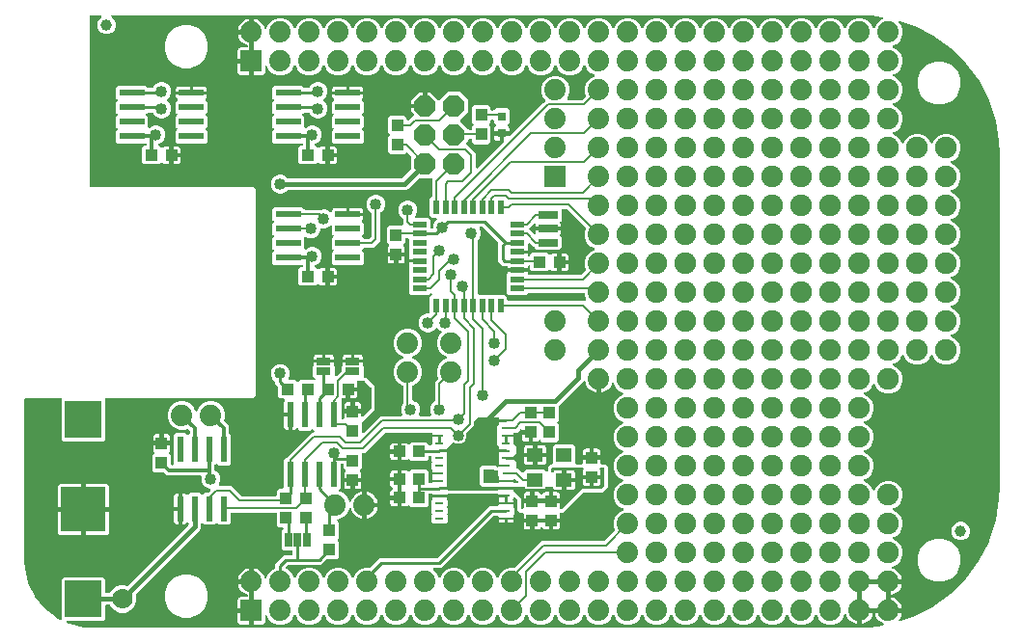
<source format=gbr>
G04 EAGLE Gerber RS-274X export*
G75*
%MOMM*%
%FSLAX34Y34*%
%LPD*%
%INTop Copper*%
%IPPOS*%
%AMOC8*
5,1,8,0,0,1.08239X$1,22.5*%
G01*
%ADD10R,2.209800X0.609600*%
%ADD11R,0.609600X2.209800*%
%ADD12R,1.000000X1.100000*%
%ADD13R,1.100000X1.000000*%
%ADD14R,1.270000X0.558800*%
%ADD15R,0.558800X1.270000*%
%ADD16R,0.800000X0.250000*%
%ADD17R,1.879600X1.879600*%
%ADD18C,1.879600*%
%ADD19R,1.270000X0.635000*%
%ADD20R,0.635000X1.270000*%
%ADD21R,3.962400X3.962400*%
%ADD22R,3.175000X3.175000*%
%ADD23P,2.034460X8X112.500000*%
%ADD24R,1.397000X1.193800*%
%ADD25R,1.700000X0.700000*%
%ADD26R,0.800000X0.800000*%
%ADD27C,1.000000*%
%ADD28C,1.016000*%
%ADD29C,0.406400*%
%ADD30C,1.778000*%
%ADD31C,0.203200*%
%ADD32C,0.254000*%
%ADD33C,0.304800*%
%ADD34C,1.016000*%
%ADD35C,1.905000*%

G36*
X36057Y11088D02*
X36057Y11088D01*
X36183Y11121D01*
X36331Y11159D01*
X36332Y11159D01*
X36332Y11160D01*
X36446Y11227D01*
X36575Y11304D01*
X36576Y11304D01*
X36577Y11305D01*
X36678Y11413D01*
X36770Y11511D01*
X36771Y11512D01*
X36838Y11643D01*
X36900Y11764D01*
X36900Y11765D01*
X36901Y11765D01*
X36902Y11774D01*
X36955Y12043D01*
X36952Y12072D01*
X36956Y12096D01*
X36956Y46348D01*
X38742Y48134D01*
X73018Y48134D01*
X74804Y46348D01*
X74804Y35306D01*
X74812Y35248D01*
X74810Y35190D01*
X74832Y35108D01*
X74844Y35024D01*
X74867Y34971D01*
X74882Y34915D01*
X74925Y34842D01*
X74960Y34765D01*
X74998Y34720D01*
X75027Y34670D01*
X75089Y34612D01*
X75143Y34548D01*
X75192Y34516D01*
X75235Y34476D01*
X75310Y34437D01*
X75380Y34390D01*
X75436Y34373D01*
X75488Y34346D01*
X75556Y34335D01*
X75651Y34305D01*
X75751Y34302D01*
X75819Y34291D01*
X78674Y34291D01*
X78675Y34291D01*
X78677Y34291D01*
X78818Y34311D01*
X78955Y34331D01*
X78957Y34331D01*
X78958Y34331D01*
X79086Y34389D01*
X79215Y34447D01*
X79216Y34448D01*
X79217Y34449D01*
X79324Y34540D01*
X79432Y34630D01*
X79433Y34632D01*
X79434Y34633D01*
X79442Y34646D01*
X79589Y34867D01*
X79599Y34896D01*
X79612Y34917D01*
X80049Y35973D01*
X83407Y39331D01*
X87795Y41149D01*
X92545Y41149D01*
X93600Y40712D01*
X93602Y40711D01*
X93603Y40710D01*
X93736Y40677D01*
X93875Y40641D01*
X93877Y40641D01*
X93878Y40640D01*
X94019Y40645D01*
X94160Y40649D01*
X94161Y40649D01*
X94163Y40649D01*
X94297Y40693D01*
X94430Y40735D01*
X94432Y40736D01*
X94433Y40737D01*
X94446Y40746D01*
X94666Y40894D01*
X94686Y40917D01*
X94706Y40932D01*
X148029Y94254D01*
X148064Y94301D01*
X148107Y94341D01*
X148150Y94414D01*
X148200Y94482D01*
X148221Y94536D01*
X148250Y94587D01*
X148271Y94668D01*
X148301Y94747D01*
X148306Y94806D01*
X148321Y94862D01*
X148318Y94947D01*
X148325Y95031D01*
X148313Y95088D01*
X148312Y95146D01*
X148286Y95227D01*
X148269Y95309D01*
X148242Y95361D01*
X148224Y95417D01*
X148184Y95473D01*
X148138Y95562D01*
X148069Y95634D01*
X148029Y95690D01*
X147653Y96067D01*
X147614Y96096D01*
X147581Y96132D01*
X147500Y96181D01*
X147425Y96238D01*
X147380Y96255D01*
X147338Y96281D01*
X147247Y96306D01*
X147160Y96339D01*
X147111Y96343D01*
X147064Y96356D01*
X146970Y96355D01*
X146876Y96363D01*
X146829Y96353D01*
X146780Y96352D01*
X146690Y96325D01*
X146598Y96307D01*
X146554Y96284D01*
X146508Y96270D01*
X146429Y96219D01*
X146345Y96176D01*
X146310Y96142D01*
X146269Y96116D01*
X146222Y96058D01*
X146139Y95980D01*
X146095Y95905D01*
X146055Y95857D01*
X146051Y95849D01*
X145578Y95376D01*
X144999Y95041D01*
X144352Y94868D01*
X142493Y94868D01*
X142493Y107950D01*
X142485Y108008D01*
X142487Y108066D01*
X142465Y108148D01*
X142453Y108231D01*
X142430Y108285D01*
X142415Y108341D01*
X142372Y108414D01*
X142350Y108462D01*
X142394Y108527D01*
X142411Y108583D01*
X142438Y108635D01*
X142449Y108703D01*
X142479Y108798D01*
X142482Y108898D01*
X142493Y108966D01*
X142493Y122048D01*
X144352Y122048D01*
X144999Y121875D01*
X145578Y121540D01*
X146051Y121067D01*
X146055Y121059D01*
X146086Y121021D01*
X146108Y120978D01*
X146173Y120910D01*
X146231Y120836D01*
X146270Y120807D01*
X146304Y120772D01*
X146385Y120724D01*
X146461Y120669D01*
X146507Y120653D01*
X146549Y120628D01*
X146640Y120605D01*
X146729Y120573D01*
X146777Y120570D01*
X146825Y120558D01*
X146918Y120561D01*
X147012Y120555D01*
X147060Y120565D01*
X147109Y120567D01*
X147198Y120596D01*
X147290Y120616D01*
X147333Y120639D01*
X147379Y120654D01*
X147440Y120697D01*
X147540Y120752D01*
X147601Y120813D01*
X147653Y120849D01*
X149359Y122556D01*
X157981Y122556D01*
X159302Y121234D01*
X159349Y121199D01*
X159389Y121157D01*
X159462Y121114D01*
X159529Y121064D01*
X159584Y121043D01*
X159634Y121013D01*
X159716Y120992D01*
X159795Y120962D01*
X159853Y120957D01*
X159910Y120943D01*
X159994Y120946D01*
X160078Y120939D01*
X160136Y120950D01*
X160194Y120952D01*
X160274Y120978D01*
X160357Y120995D01*
X160409Y121022D01*
X160465Y121040D01*
X160521Y121080D01*
X160609Y121126D01*
X160682Y121194D01*
X160738Y121234D01*
X162059Y122556D01*
X164647Y122556D01*
X164733Y122568D01*
X164821Y122571D01*
X164874Y122588D01*
X164928Y122596D01*
X165008Y122631D01*
X165091Y122658D01*
X165131Y122686D01*
X165188Y122712D01*
X165301Y122808D01*
X165365Y122853D01*
X167270Y124758D01*
X167287Y124782D01*
X167310Y124801D01*
X167373Y124895D01*
X167441Y124985D01*
X167451Y125013D01*
X167467Y125037D01*
X167502Y125145D01*
X167542Y125251D01*
X167544Y125280D01*
X167553Y125308D01*
X167556Y125422D01*
X167565Y125534D01*
X167560Y125563D01*
X167560Y125592D01*
X167532Y125702D01*
X167510Y125813D01*
X167496Y125839D01*
X167489Y125867D01*
X167431Y125965D01*
X167379Y126065D01*
X167358Y126087D01*
X167343Y126112D01*
X167261Y126189D01*
X167183Y126271D01*
X167157Y126286D01*
X167136Y126306D01*
X167035Y126358D01*
X166937Y126415D01*
X166909Y126422D01*
X166883Y126436D01*
X166806Y126449D01*
X166662Y126485D01*
X166599Y126483D01*
X166552Y126491D01*
X166023Y126491D01*
X163035Y127729D01*
X160749Y130015D01*
X159511Y133003D01*
X159511Y136237D01*
X159522Y136263D01*
X159551Y136375D01*
X159586Y136484D01*
X159586Y136512D01*
X159593Y136539D01*
X159590Y136654D01*
X159593Y136768D01*
X159586Y136795D01*
X159585Y136823D01*
X159550Y136933D01*
X159521Y137043D01*
X159507Y137067D01*
X159498Y137094D01*
X159434Y137189D01*
X159376Y137288D01*
X159356Y137307D01*
X159340Y137330D01*
X159252Y137404D01*
X159169Y137482D01*
X159144Y137495D01*
X159123Y137513D01*
X159018Y137559D01*
X158915Y137612D01*
X158891Y137616D01*
X158863Y137628D01*
X158599Y137665D01*
X158584Y137667D01*
X129306Y137667D01*
X126839Y140134D01*
X126769Y140186D01*
X126706Y140246D01*
X126656Y140272D01*
X126612Y140305D01*
X126530Y140336D01*
X126452Y140376D01*
X126405Y140384D01*
X126346Y140406D01*
X126199Y140418D01*
X126121Y140431D01*
X118197Y140431D01*
X116411Y142217D01*
X116411Y155743D01*
X117790Y157121D01*
X117825Y157168D01*
X117867Y157208D01*
X117910Y157281D01*
X117961Y157348D01*
X117982Y157403D01*
X118011Y157454D01*
X118032Y157535D01*
X118062Y157614D01*
X118067Y157673D01*
X118081Y157729D01*
X118078Y157813D01*
X118085Y157897D01*
X118074Y157955D01*
X118072Y158013D01*
X118046Y158093D01*
X118030Y158176D01*
X118003Y158228D01*
X117985Y158284D01*
X117945Y158340D01*
X117899Y158429D01*
X117830Y158501D01*
X117790Y158557D01*
X117427Y158920D01*
X117092Y159499D01*
X116919Y160146D01*
X116919Y163949D01*
X123444Y163949D01*
X123502Y163957D01*
X123560Y163955D01*
X123642Y163977D01*
X123725Y163989D01*
X123779Y164013D01*
X123835Y164027D01*
X123908Y164070D01*
X123985Y164105D01*
X124029Y164143D01*
X124080Y164173D01*
X124137Y164234D01*
X124202Y164289D01*
X124234Y164337D01*
X124274Y164380D01*
X124313Y164455D01*
X124359Y164525D01*
X124377Y164581D01*
X124404Y164633D01*
X124415Y164701D01*
X124445Y164796D01*
X124448Y164896D01*
X124459Y164964D01*
X124459Y165981D01*
X124461Y165981D01*
X124461Y164964D01*
X124469Y164906D01*
X124468Y164848D01*
X124489Y164766D01*
X124501Y164683D01*
X124525Y164629D01*
X124539Y164573D01*
X124582Y164500D01*
X124617Y164423D01*
X124655Y164378D01*
X124685Y164328D01*
X124746Y164270D01*
X124801Y164206D01*
X124849Y164174D01*
X124892Y164134D01*
X124967Y164095D01*
X125037Y164049D01*
X125093Y164031D01*
X125145Y164004D01*
X125213Y163993D01*
X125308Y163963D01*
X125408Y163960D01*
X125476Y163949D01*
X132001Y163949D01*
X132001Y160146D01*
X131828Y159499D01*
X131493Y158920D01*
X131130Y158557D01*
X131095Y158510D01*
X131053Y158470D01*
X131010Y158397D01*
X130959Y158330D01*
X130938Y158275D01*
X130909Y158225D01*
X130888Y158143D01*
X130858Y158064D01*
X130853Y158006D01*
X130839Y157949D01*
X130842Y157865D01*
X130835Y157781D01*
X130846Y157724D01*
X130848Y157665D01*
X130874Y157585D01*
X130890Y157502D01*
X130917Y157450D01*
X130935Y157395D01*
X130976Y157338D01*
X131021Y157250D01*
X131090Y157178D01*
X131130Y157121D01*
X132509Y155743D01*
X132509Y147828D01*
X132517Y147770D01*
X132515Y147712D01*
X132537Y147630D01*
X132549Y147546D01*
X132572Y147493D01*
X132587Y147437D01*
X132630Y147364D01*
X132665Y147287D01*
X132703Y147242D01*
X132732Y147192D01*
X132794Y147134D01*
X132848Y147070D01*
X132897Y147038D01*
X132940Y146998D01*
X133015Y146959D01*
X133085Y146912D01*
X133141Y146895D01*
X133193Y146868D01*
X133261Y146857D01*
X133356Y146827D01*
X133456Y146824D01*
X133524Y146813D01*
X134080Y146813D01*
X134109Y146817D01*
X134138Y146814D01*
X134249Y146837D01*
X134361Y146853D01*
X134388Y146865D01*
X134417Y146870D01*
X134517Y146922D01*
X134621Y146969D01*
X134643Y146988D01*
X134669Y147001D01*
X134751Y147079D01*
X134838Y147152D01*
X134854Y147177D01*
X134875Y147197D01*
X134932Y147295D01*
X134995Y147389D01*
X135004Y147417D01*
X135019Y147442D01*
X135047Y147552D01*
X135081Y147660D01*
X135082Y147689D01*
X135089Y147718D01*
X135085Y147831D01*
X135088Y147944D01*
X135081Y147973D01*
X135080Y148002D01*
X135045Y148110D01*
X135016Y148219D01*
X135001Y148245D01*
X134992Y148273D01*
X134947Y148336D01*
X134873Y148460D01*
X134873Y173094D01*
X136659Y174880D01*
X145281Y174880D01*
X146602Y173558D01*
X146649Y173523D01*
X146689Y173481D01*
X146762Y173438D01*
X146829Y173388D01*
X146884Y173367D01*
X146934Y173337D01*
X147016Y173316D01*
X147095Y173286D01*
X147153Y173281D01*
X147210Y173267D01*
X147294Y173270D01*
X147378Y173263D01*
X147436Y173274D01*
X147494Y173276D01*
X147574Y173302D01*
X147657Y173319D01*
X147709Y173346D01*
X147765Y173364D01*
X147821Y173404D01*
X147909Y173450D01*
X147982Y173518D01*
X148038Y173558D01*
X148800Y174320D01*
X148853Y174390D01*
X148912Y174454D01*
X148938Y174503D01*
X148971Y174548D01*
X149002Y174630D01*
X149042Y174707D01*
X149050Y174755D01*
X149072Y174813D01*
X149084Y174961D01*
X149097Y175038D01*
X149097Y176755D01*
X149085Y176842D01*
X149082Y176929D01*
X149065Y176982D01*
X149057Y177037D01*
X149022Y177117D01*
X148995Y177200D01*
X148967Y177239D01*
X148941Y177296D01*
X148845Y177409D01*
X148800Y177473D01*
X147673Y178600D01*
X147672Y178601D01*
X147671Y178602D01*
X147558Y178687D01*
X147446Y178771D01*
X147445Y178771D01*
X147443Y178772D01*
X147313Y178822D01*
X147180Y178872D01*
X147179Y178872D01*
X147177Y178873D01*
X147039Y178884D01*
X146897Y178896D01*
X146896Y178895D01*
X146894Y178895D01*
X146879Y178892D01*
X146618Y178840D01*
X146591Y178826D01*
X146567Y178820D01*
X144716Y178053D01*
X139764Y178053D01*
X135189Y179948D01*
X131688Y183449D01*
X129793Y188024D01*
X129793Y192976D01*
X131688Y197551D01*
X135189Y201052D01*
X139764Y202947D01*
X144716Y202947D01*
X149291Y201052D01*
X152792Y197551D01*
X154002Y194629D01*
X154017Y194604D01*
X154026Y194576D01*
X154089Y194481D01*
X154147Y194384D01*
X154168Y194364D01*
X154184Y194339D01*
X154271Y194266D01*
X154353Y194189D01*
X154379Y194175D01*
X154402Y194156D01*
X154505Y194110D01*
X154606Y194059D01*
X154635Y194053D01*
X154662Y194041D01*
X154774Y194025D01*
X154885Y194004D01*
X154914Y194006D01*
X154943Y194002D01*
X155055Y194018D01*
X155168Y194028D01*
X155195Y194039D01*
X155225Y194043D01*
X155328Y194089D01*
X155433Y194130D01*
X155457Y194148D01*
X155484Y194160D01*
X155570Y194233D01*
X155660Y194302D01*
X155678Y194325D01*
X155700Y194344D01*
X155742Y194411D01*
X155830Y194529D01*
X155852Y194588D01*
X155878Y194629D01*
X157088Y197551D01*
X160589Y201052D01*
X165164Y202947D01*
X170116Y202947D01*
X174691Y201052D01*
X178192Y197551D01*
X180087Y192976D01*
X180087Y188024D01*
X179320Y186173D01*
X179320Y186172D01*
X179319Y186170D01*
X179287Y186045D01*
X179261Y185962D01*
X179260Y185941D01*
X179249Y185898D01*
X179249Y185896D01*
X179249Y185895D01*
X179253Y185754D01*
X179254Y185713D01*
X179253Y185678D01*
X179256Y185670D01*
X179257Y185614D01*
X179258Y185612D01*
X179258Y185611D01*
X179301Y185478D01*
X179344Y185343D01*
X179345Y185342D01*
X179345Y185340D01*
X179354Y185328D01*
X179502Y185107D01*
X179526Y185087D01*
X179540Y185067D01*
X183643Y180964D01*
X183643Y175038D01*
X183655Y174952D01*
X183658Y174864D01*
X183675Y174812D01*
X183683Y174757D01*
X183718Y174677D01*
X183745Y174594D01*
X183773Y174554D01*
X183799Y174497D01*
X183895Y174384D01*
X183940Y174320D01*
X185167Y173094D01*
X185167Y148470D01*
X183381Y146684D01*
X174759Y146684D01*
X173438Y148006D01*
X173391Y148041D01*
X173351Y148083D01*
X173278Y148126D01*
X173211Y148176D01*
X173156Y148197D01*
X173106Y148227D01*
X173024Y148248D01*
X172945Y148278D01*
X172887Y148283D01*
X172830Y148297D01*
X172746Y148294D01*
X172662Y148301D01*
X172604Y148290D01*
X172546Y148288D01*
X172466Y148262D01*
X172383Y148245D01*
X172331Y148218D01*
X172275Y148200D01*
X172219Y148160D01*
X172131Y148114D01*
X172058Y148046D01*
X172002Y148006D01*
X171240Y147244D01*
X171188Y147174D01*
X171128Y147110D01*
X171102Y147060D01*
X171069Y147016D01*
X171038Y146935D01*
X170998Y146857D01*
X170990Y146809D01*
X170968Y146751D01*
X170956Y146603D01*
X170943Y146526D01*
X170943Y142729D01*
X170943Y142727D01*
X170943Y142726D01*
X170963Y142585D01*
X170983Y142447D01*
X170983Y142446D01*
X170983Y142444D01*
X171043Y142312D01*
X171099Y142188D01*
X171100Y142187D01*
X171101Y142185D01*
X171192Y142078D01*
X171282Y141971D01*
X171284Y141970D01*
X171285Y141969D01*
X171298Y141961D01*
X171519Y141813D01*
X171548Y141804D01*
X171569Y141791D01*
X172245Y141511D01*
X174531Y139225D01*
X175769Y136237D01*
X175769Y133003D01*
X174495Y129929D01*
X174467Y129817D01*
X174432Y129708D01*
X174431Y129680D01*
X174424Y129653D01*
X174428Y129539D01*
X174425Y129424D01*
X174432Y129397D01*
X174432Y129369D01*
X174467Y129260D01*
X174496Y129149D01*
X174511Y129125D01*
X174519Y129098D01*
X174583Y129003D01*
X174642Y128904D01*
X174662Y128885D01*
X174677Y128862D01*
X174765Y128788D01*
X174849Y128710D01*
X174874Y128697D01*
X174895Y128679D01*
X175000Y128633D01*
X175102Y128580D01*
X175127Y128576D01*
X175155Y128564D01*
X175418Y128527D01*
X175433Y128525D01*
X185834Y128525D01*
X194426Y119932D01*
X194496Y119880D01*
X194560Y119820D01*
X194609Y119794D01*
X194654Y119761D01*
X194735Y119730D01*
X194813Y119690D01*
X194861Y119682D01*
X194919Y119660D01*
X195067Y119648D01*
X195144Y119635D01*
X224616Y119635D01*
X224674Y119643D01*
X224732Y119641D01*
X224814Y119663D01*
X224898Y119675D01*
X224951Y119698D01*
X225007Y119713D01*
X225080Y119756D01*
X225157Y119791D01*
X225202Y119829D01*
X225252Y119858D01*
X225310Y119920D01*
X225374Y119974D01*
X225406Y120023D01*
X225446Y120066D01*
X225485Y120141D01*
X225532Y120211D01*
X225549Y120267D01*
X225576Y120319D01*
X225587Y120387D01*
X225617Y120482D01*
X225620Y120582D01*
X225631Y120650D01*
X225631Y124483D01*
X227417Y126269D01*
X230378Y126269D01*
X230436Y126277D01*
X230494Y126275D01*
X230576Y126297D01*
X230660Y126309D01*
X230713Y126332D01*
X230769Y126347D01*
X230842Y126390D01*
X230919Y126425D01*
X230964Y126463D01*
X231014Y126492D01*
X231072Y126554D01*
X231136Y126608D01*
X231168Y126657D01*
X231208Y126700D01*
X231247Y126775D01*
X231294Y126845D01*
X231311Y126901D01*
X231338Y126953D01*
X231349Y127021D01*
X231379Y127116D01*
X231382Y127216D01*
X231393Y127284D01*
X231393Y151250D01*
X233179Y153036D01*
X233227Y153036D01*
X233313Y153048D01*
X233401Y153051D01*
X233453Y153068D01*
X233508Y153076D01*
X233588Y153111D01*
X233671Y153138D01*
X233711Y153166D01*
X233768Y153192D01*
X233881Y153288D01*
X233945Y153333D01*
X256126Y175515D01*
X257778Y175515D01*
X257807Y175519D01*
X257836Y175516D01*
X257947Y175539D01*
X258059Y175555D01*
X258086Y175567D01*
X258115Y175572D01*
X258215Y175624D01*
X258319Y175671D01*
X258341Y175690D01*
X258367Y175703D01*
X258449Y175781D01*
X258536Y175854D01*
X258552Y175879D01*
X258573Y175899D01*
X258630Y175997D01*
X258693Y176091D01*
X258702Y176119D01*
X258717Y176144D01*
X258745Y176254D01*
X258779Y176362D01*
X258780Y176392D01*
X258787Y176420D01*
X258783Y176533D01*
X258786Y176646D01*
X258779Y176675D01*
X258778Y176704D01*
X258743Y176812D01*
X258714Y176921D01*
X258699Y176947D01*
X258690Y176975D01*
X258645Y177038D01*
X258569Y177166D01*
X258524Y177209D01*
X258496Y177248D01*
X257258Y178486D01*
X257211Y178521D01*
X257171Y178563D01*
X257098Y178606D01*
X257031Y178656D01*
X256976Y178677D01*
X256926Y178707D01*
X256844Y178728D01*
X256765Y178758D01*
X256707Y178763D01*
X256650Y178777D01*
X256566Y178774D01*
X256482Y178781D01*
X256424Y178770D01*
X256366Y178768D01*
X256286Y178742D01*
X256203Y178725D01*
X256151Y178698D01*
X256095Y178680D01*
X256039Y178640D01*
X255951Y178594D01*
X255878Y178526D01*
X255822Y178486D01*
X254501Y177164D01*
X245879Y177164D01*
X244173Y178871D01*
X244134Y178900D01*
X244101Y178936D01*
X244020Y178985D01*
X243945Y179042D01*
X243900Y179059D01*
X243858Y179085D01*
X243767Y179110D01*
X243680Y179143D01*
X243631Y179147D01*
X243584Y179160D01*
X243490Y179159D01*
X243396Y179167D01*
X243349Y179157D01*
X243300Y179156D01*
X243210Y179129D01*
X243118Y179111D01*
X243074Y179088D01*
X243028Y179074D01*
X242949Y179023D01*
X242865Y178980D01*
X242830Y178946D01*
X242789Y178920D01*
X242742Y178862D01*
X242659Y178784D01*
X242615Y178709D01*
X242575Y178661D01*
X242571Y178653D01*
X242098Y178180D01*
X241519Y177845D01*
X240872Y177672D01*
X239013Y177672D01*
X239013Y190754D01*
X239005Y190812D01*
X239007Y190870D01*
X238985Y190952D01*
X238973Y191035D01*
X238950Y191089D01*
X238935Y191145D01*
X238892Y191218D01*
X238857Y191295D01*
X238819Y191339D01*
X238790Y191390D01*
X238728Y191447D01*
X238674Y191512D01*
X238625Y191544D01*
X238582Y191584D01*
X238507Y191623D01*
X238437Y191669D01*
X238381Y191687D01*
X238329Y191714D01*
X238261Y191725D01*
X238166Y191755D01*
X238066Y191758D01*
X237998Y191769D01*
X237997Y191769D01*
X237997Y191770D01*
X237989Y191828D01*
X237990Y191886D01*
X237969Y191968D01*
X237957Y192052D01*
X237933Y192105D01*
X237919Y192161D01*
X237875Y192234D01*
X237841Y192311D01*
X237803Y192356D01*
X237773Y192406D01*
X237712Y192464D01*
X237657Y192528D01*
X237609Y192560D01*
X237566Y192600D01*
X237491Y192639D01*
X237421Y192686D01*
X237365Y192703D01*
X237313Y192730D01*
X237245Y192741D01*
X237150Y192771D01*
X237050Y192774D01*
X236982Y192785D01*
X231901Y192785D01*
X231901Y202645D01*
X232074Y203292D01*
X232361Y203788D01*
X232376Y203825D01*
X232397Y203857D01*
X232429Y203956D01*
X232467Y204052D01*
X232471Y204091D01*
X232483Y204128D01*
X232486Y204232D01*
X232496Y204335D01*
X232490Y204373D01*
X232491Y204412D01*
X232464Y204513D01*
X232446Y204615D01*
X232429Y204650D01*
X232419Y204687D01*
X232366Y204776D01*
X232320Y204869D01*
X232293Y204898D01*
X232273Y204932D01*
X232198Y205003D01*
X232128Y205079D01*
X232095Y205100D01*
X232066Y205126D01*
X231974Y205174D01*
X231886Y205228D01*
X231848Y205238D01*
X231813Y205256D01*
X231736Y205269D01*
X231611Y205303D01*
X231537Y205302D01*
X231482Y205311D01*
X228577Y205311D01*
X226791Y207097D01*
X226791Y215381D01*
X226779Y215467D01*
X226776Y215555D01*
X226759Y215607D01*
X226751Y215662D01*
X226716Y215742D01*
X226689Y215825D01*
X226661Y215864D01*
X226635Y215922D01*
X226539Y216035D01*
X226494Y216099D01*
X224281Y218311D01*
X224281Y219732D01*
X224269Y219819D01*
X224266Y219906D01*
X224249Y219959D01*
X224241Y220014D01*
X224206Y220094D01*
X224179Y220177D01*
X224151Y220216D01*
X224125Y220273D01*
X224029Y220387D01*
X223984Y220450D01*
X221709Y222725D01*
X220471Y225713D01*
X220471Y228947D01*
X221709Y231935D01*
X223995Y234221D01*
X226983Y235459D01*
X230217Y235459D01*
X233205Y234221D01*
X235491Y231935D01*
X236729Y228947D01*
X236729Y225713D01*
X235527Y222813D01*
X235499Y222701D01*
X235464Y222592D01*
X235463Y222564D01*
X235456Y222537D01*
X235460Y222423D01*
X235457Y222308D01*
X235464Y222281D01*
X235464Y222253D01*
X235500Y222144D01*
X235528Y222033D01*
X235543Y222009D01*
X235551Y221982D01*
X235615Y221887D01*
X235674Y221788D01*
X235694Y221769D01*
X235709Y221746D01*
X235797Y221672D01*
X235881Y221594D01*
X235906Y221581D01*
X235927Y221563D01*
X236032Y221517D01*
X236134Y221464D01*
X236159Y221460D01*
X236187Y221448D01*
X236451Y221411D01*
X236465Y221409D01*
X242103Y221409D01*
X243122Y220389D01*
X243169Y220354D01*
X243209Y220312D01*
X243282Y220269D01*
X243349Y220219D01*
X243404Y220198D01*
X243454Y220168D01*
X243536Y220147D01*
X243615Y220117D01*
X243673Y220112D01*
X243730Y220098D01*
X243814Y220101D01*
X243898Y220094D01*
X243956Y220105D01*
X244014Y220107D01*
X244094Y220133D01*
X244177Y220150D01*
X244229Y220177D01*
X244285Y220195D01*
X244341Y220235D01*
X244429Y220281D01*
X244502Y220349D01*
X244558Y220389D01*
X245577Y221409D01*
X258184Y221409D01*
X258213Y221413D01*
X258242Y221410D01*
X258353Y221433D01*
X258465Y221449D01*
X258492Y221461D01*
X258521Y221466D01*
X258621Y221519D01*
X258725Y221565D01*
X258747Y221584D01*
X258773Y221597D01*
X258855Y221675D01*
X258942Y221748D01*
X258958Y221773D01*
X258979Y221793D01*
X259036Y221891D01*
X259099Y221985D01*
X259108Y222013D01*
X259123Y222038D01*
X259151Y222148D01*
X259185Y222256D01*
X259186Y222286D01*
X259193Y222314D01*
X259189Y222427D01*
X259192Y222540D01*
X259185Y222569D01*
X259184Y222598D01*
X259149Y222706D01*
X259120Y222815D01*
X259105Y222841D01*
X259096Y222869D01*
X259051Y222932D01*
X258975Y223060D01*
X258930Y223103D01*
X258902Y223142D01*
X257301Y224742D01*
X257301Y233618D01*
X257512Y233828D01*
X257523Y233843D01*
X257532Y233851D01*
X257557Y233888D01*
X257564Y233898D01*
X257624Y233962D01*
X257650Y234012D01*
X257683Y234056D01*
X257714Y234137D01*
X257754Y234215D01*
X257762Y234263D01*
X257784Y234321D01*
X257796Y234469D01*
X257809Y234546D01*
X257809Y236593D01*
X266128Y236593D01*
X266186Y236601D01*
X266245Y236600D01*
X266326Y236621D01*
X266410Y236633D01*
X266463Y236657D01*
X266520Y236672D01*
X266592Y236715D01*
X266669Y236749D01*
X266697Y236773D01*
X266763Y236740D01*
X266833Y236693D01*
X266889Y236675D01*
X266941Y236649D01*
X267009Y236637D01*
X267104Y236607D01*
X267204Y236605D01*
X267272Y236593D01*
X275591Y236593D01*
X275591Y234546D01*
X275603Y234460D01*
X275606Y234372D01*
X275623Y234320D01*
X275631Y234265D01*
X275666Y234185D01*
X275693Y234102D01*
X275721Y234063D01*
X275747Y234005D01*
X275812Y233929D01*
X275834Y233891D01*
X275863Y233864D01*
X275888Y233828D01*
X276099Y233618D01*
X276099Y225878D01*
X276103Y225849D01*
X276100Y225820D01*
X276123Y225709D01*
X276139Y225597D01*
X276151Y225570D01*
X276156Y225541D01*
X276209Y225440D01*
X276255Y225337D01*
X276274Y225315D01*
X276287Y225289D01*
X276365Y225206D01*
X276438Y225120D01*
X276463Y225104D01*
X276483Y225083D01*
X276581Y225025D01*
X276675Y224963D01*
X276703Y224954D01*
X276728Y224939D01*
X276838Y224911D01*
X276946Y224877D01*
X276975Y224876D01*
X277004Y224869D01*
X277117Y224872D01*
X277230Y224870D01*
X277259Y224877D01*
X277288Y224878D01*
X277396Y224913D01*
X277505Y224941D01*
X277531Y224956D01*
X277559Y224965D01*
X277623Y225011D01*
X277750Y225087D01*
X277793Y225132D01*
X277832Y225160D01*
X278014Y225342D01*
X282404Y229732D01*
X282456Y229802D01*
X282516Y229866D01*
X282542Y229915D01*
X282575Y229960D01*
X282599Y230023D01*
X282602Y230027D01*
X282606Y230042D01*
X282646Y230119D01*
X282654Y230167D01*
X282676Y230225D01*
X282680Y230275D01*
X282687Y230298D01*
X282689Y230379D01*
X282701Y230450D01*
X282701Y233618D01*
X282912Y233828D01*
X282923Y233843D01*
X282932Y233851D01*
X282957Y233888D01*
X282964Y233898D01*
X283024Y233962D01*
X283050Y234012D01*
X283083Y234056D01*
X283114Y234137D01*
X283154Y234215D01*
X283162Y234263D01*
X283184Y234321D01*
X283196Y234469D01*
X283209Y234546D01*
X283209Y236593D01*
X291528Y236593D01*
X291586Y236601D01*
X291645Y236600D01*
X291726Y236621D01*
X291810Y236633D01*
X291863Y236657D01*
X291920Y236672D01*
X291992Y236715D01*
X292069Y236749D01*
X292097Y236773D01*
X292163Y236740D01*
X292233Y236693D01*
X292289Y236675D01*
X292341Y236649D01*
X292409Y236637D01*
X292504Y236607D01*
X292604Y236605D01*
X292672Y236593D01*
X300991Y236593D01*
X300991Y234546D01*
X301003Y234460D01*
X301006Y234372D01*
X301023Y234320D01*
X301031Y234265D01*
X301066Y234185D01*
X301093Y234102D01*
X301121Y234063D01*
X301147Y234005D01*
X301212Y233929D01*
X301234Y233891D01*
X301263Y233864D01*
X301288Y233828D01*
X301499Y233618D01*
X301499Y224790D01*
X301507Y224732D01*
X301505Y224674D01*
X301527Y224592D01*
X301539Y224508D01*
X301562Y224455D01*
X301577Y224399D01*
X301620Y224326D01*
X301655Y224249D01*
X301693Y224204D01*
X301722Y224154D01*
X301784Y224096D01*
X301838Y224032D01*
X301887Y224000D01*
X301930Y223960D01*
X302005Y223921D01*
X302075Y223874D01*
X302131Y223857D01*
X302183Y223830D01*
X302251Y223819D01*
X302346Y223789D01*
X302446Y223786D01*
X302514Y223775D01*
X303944Y223775D01*
X311405Y216314D01*
X311405Y195166D01*
X300446Y184208D01*
X300394Y184138D01*
X300334Y184074D01*
X300308Y184025D01*
X300275Y183980D01*
X300244Y183899D01*
X300204Y183821D01*
X300196Y183773D01*
X300174Y183715D01*
X300162Y183567D01*
X300149Y183490D01*
X300149Y176268D01*
X300153Y176239D01*
X300150Y176210D01*
X300173Y176099D01*
X300189Y175987D01*
X300201Y175960D01*
X300206Y175931D01*
X300258Y175831D01*
X300305Y175727D01*
X300324Y175705D01*
X300337Y175679D01*
X300415Y175597D01*
X300488Y175510D01*
X300513Y175494D01*
X300533Y175473D01*
X300631Y175415D01*
X300725Y175353D01*
X300753Y175344D01*
X300778Y175329D01*
X300888Y175301D01*
X300996Y175267D01*
X301026Y175266D01*
X301054Y175259D01*
X301167Y175262D01*
X301280Y175260D01*
X301309Y175267D01*
X301338Y175268D01*
X301446Y175303D01*
X301555Y175331D01*
X301581Y175346D01*
X301609Y175355D01*
X301672Y175401D01*
X301800Y175477D01*
X301843Y175522D01*
X301882Y175550D01*
X313646Y187314D01*
X316324Y189993D01*
X334896Y189993D01*
X335010Y190009D01*
X335125Y190019D01*
X335150Y190029D01*
X335178Y190033D01*
X335283Y190080D01*
X335390Y190121D01*
X335412Y190137D01*
X335437Y190149D01*
X335525Y190223D01*
X335617Y190292D01*
X335633Y190315D01*
X335654Y190332D01*
X335718Y190428D01*
X335787Y190520D01*
X335797Y190546D01*
X335812Y190569D01*
X335847Y190679D01*
X335887Y190786D01*
X335889Y190814D01*
X335898Y190840D01*
X335901Y190955D01*
X335910Y191069D01*
X335904Y191094D01*
X335905Y191124D01*
X335838Y191381D01*
X335834Y191397D01*
X334771Y193963D01*
X334771Y197197D01*
X336012Y200193D01*
X336050Y200243D01*
X336110Y200307D01*
X336136Y200357D01*
X336169Y200401D01*
X336200Y200483D01*
X336240Y200561D01*
X336248Y200608D01*
X336270Y200667D01*
X336282Y200814D01*
X336295Y200892D01*
X336295Y216133D01*
X336295Y216135D01*
X336295Y216136D01*
X336275Y216273D01*
X336255Y216415D01*
X336255Y216416D01*
X336255Y216418D01*
X336198Y216542D01*
X336139Y216674D01*
X336138Y216675D01*
X336137Y216677D01*
X336046Y216784D01*
X335956Y216891D01*
X335954Y216892D01*
X335953Y216893D01*
X335940Y216901D01*
X335719Y217049D01*
X335690Y217058D01*
X335669Y217071D01*
X333309Y218048D01*
X329808Y221549D01*
X327913Y226124D01*
X327913Y231076D01*
X329808Y235651D01*
X333309Y239152D01*
X336231Y240362D01*
X336256Y240377D01*
X336284Y240386D01*
X336379Y240449D01*
X336476Y240507D01*
X336496Y240528D01*
X336521Y240544D01*
X336594Y240631D01*
X336671Y240713D01*
X336685Y240739D01*
X336704Y240762D01*
X336750Y240865D01*
X336801Y240966D01*
X336807Y240995D01*
X336819Y241022D01*
X336835Y241134D01*
X336856Y241245D01*
X336854Y241274D01*
X336858Y241303D01*
X336842Y241415D01*
X336832Y241528D01*
X336821Y241555D01*
X336817Y241585D01*
X336771Y241688D01*
X336730Y241793D01*
X336712Y241817D01*
X336700Y241844D01*
X336627Y241930D01*
X336558Y242020D01*
X336535Y242038D01*
X336516Y242060D01*
X336449Y242102D01*
X336331Y242190D01*
X336272Y242212D01*
X336231Y242238D01*
X333309Y243448D01*
X329808Y246949D01*
X327913Y251524D01*
X327913Y256476D01*
X329808Y261051D01*
X333309Y264552D01*
X337884Y266447D01*
X342836Y266447D01*
X347411Y264552D01*
X350912Y261051D01*
X352807Y256476D01*
X352807Y251524D01*
X350912Y246949D01*
X347411Y243448D01*
X344489Y242238D01*
X344464Y242223D01*
X344436Y242214D01*
X344341Y242151D01*
X344244Y242093D01*
X344224Y242072D01*
X344199Y242056D01*
X344126Y241969D01*
X344049Y241887D01*
X344035Y241861D01*
X344016Y241838D01*
X343970Y241735D01*
X343919Y241634D01*
X343913Y241605D01*
X343901Y241578D01*
X343885Y241466D01*
X343864Y241355D01*
X343866Y241326D01*
X343862Y241297D01*
X343878Y241185D01*
X343888Y241072D01*
X343899Y241045D01*
X343903Y241016D01*
X343949Y240912D01*
X343990Y240807D01*
X344008Y240783D01*
X344020Y240756D01*
X344093Y240670D01*
X344162Y240580D01*
X344185Y240562D01*
X344204Y240540D01*
X344271Y240498D01*
X344389Y240410D01*
X344448Y240388D01*
X344489Y240362D01*
X347411Y239152D01*
X350912Y235651D01*
X352807Y231076D01*
X352807Y226124D01*
X350912Y221549D01*
X347411Y218048D01*
X345051Y217071D01*
X345050Y217070D01*
X345049Y217070D01*
X344928Y216998D01*
X344807Y216927D01*
X344806Y216925D01*
X344804Y216925D01*
X344707Y216821D01*
X344611Y216720D01*
X344611Y216718D01*
X344610Y216717D01*
X344545Y216592D01*
X344481Y216467D01*
X344481Y216466D01*
X344480Y216464D01*
X344478Y216449D01*
X344426Y216188D01*
X344429Y216158D01*
X344425Y216133D01*
X344425Y204425D01*
X344425Y204424D01*
X344425Y204422D01*
X344445Y204282D01*
X344465Y204144D01*
X344465Y204142D01*
X344465Y204141D01*
X344523Y204013D01*
X344581Y203884D01*
X344582Y203883D01*
X344583Y203882D01*
X344674Y203775D01*
X344764Y203667D01*
X344766Y203666D01*
X344767Y203665D01*
X344780Y203657D01*
X345001Y203510D01*
X345030Y203501D01*
X345051Y203487D01*
X347505Y202471D01*
X349791Y200185D01*
X351029Y197197D01*
X351029Y193963D01*
X349966Y191397D01*
X349937Y191285D01*
X349902Y191176D01*
X349902Y191148D01*
X349895Y191121D01*
X349898Y191007D01*
X349895Y190892D01*
X349902Y190865D01*
X349903Y190837D01*
X349938Y190728D01*
X349967Y190617D01*
X349981Y190593D01*
X349989Y190566D01*
X350053Y190471D01*
X350112Y190372D01*
X350132Y190353D01*
X350148Y190330D01*
X350236Y190256D01*
X350319Y190178D01*
X350344Y190165D01*
X350365Y190147D01*
X350470Y190101D01*
X350573Y190048D01*
X350597Y190044D01*
X350625Y190032D01*
X350889Y189995D01*
X350904Y189993D01*
X360296Y189993D01*
X360410Y190009D01*
X360525Y190019D01*
X360550Y190029D01*
X360578Y190033D01*
X360683Y190080D01*
X360790Y190121D01*
X360812Y190137D01*
X360837Y190149D01*
X360925Y190223D01*
X361017Y190292D01*
X361033Y190315D01*
X361054Y190332D01*
X361118Y190428D01*
X361187Y190520D01*
X361197Y190546D01*
X361212Y190569D01*
X361247Y190679D01*
X361287Y190786D01*
X361289Y190814D01*
X361298Y190840D01*
X361301Y190955D01*
X361310Y191069D01*
X361304Y191094D01*
X361305Y191124D01*
X361238Y191381D01*
X361234Y191397D01*
X360171Y193963D01*
X360171Y197197D01*
X361409Y200185D01*
X363733Y202508D01*
X363853Y202580D01*
X363854Y202581D01*
X363856Y202582D01*
X363951Y202684D01*
X364048Y202786D01*
X364049Y202788D01*
X364050Y202789D01*
X364114Y202913D01*
X364179Y203039D01*
X364179Y203041D01*
X364180Y203042D01*
X364182Y203057D01*
X364234Y203318D01*
X364231Y203349D01*
X364235Y203373D01*
X364235Y220124D01*
X366770Y222659D01*
X366771Y222660D01*
X366773Y222661D01*
X366784Y222676D01*
X366792Y222683D01*
X366819Y222723D01*
X366861Y222779D01*
X366941Y222886D01*
X366942Y222887D01*
X366943Y222889D01*
X366992Y223019D01*
X367042Y223152D01*
X367043Y223153D01*
X367043Y223155D01*
X367055Y223299D01*
X367066Y223435D01*
X367066Y223436D01*
X367066Y223438D01*
X367062Y223454D01*
X367010Y223714D01*
X366996Y223741D01*
X366990Y223765D01*
X366013Y226124D01*
X366013Y231076D01*
X367908Y235651D01*
X371409Y239152D01*
X374331Y240362D01*
X374356Y240377D01*
X374384Y240386D01*
X374479Y240449D01*
X374576Y240507D01*
X374596Y240528D01*
X374621Y240544D01*
X374694Y240631D01*
X374771Y240713D01*
X374785Y240739D01*
X374804Y240762D01*
X374850Y240865D01*
X374901Y240966D01*
X374907Y240995D01*
X374919Y241022D01*
X374935Y241134D01*
X374956Y241245D01*
X374954Y241274D01*
X374958Y241303D01*
X374942Y241415D01*
X374932Y241528D01*
X374921Y241555D01*
X374917Y241585D01*
X374871Y241688D01*
X374830Y241793D01*
X374812Y241817D01*
X374800Y241844D01*
X374727Y241930D01*
X374658Y242020D01*
X374635Y242038D01*
X374616Y242060D01*
X374549Y242102D01*
X374431Y242190D01*
X374372Y242212D01*
X374331Y242238D01*
X371409Y243448D01*
X367908Y246949D01*
X366013Y251524D01*
X366013Y256476D01*
X367908Y261051D01*
X369802Y262944D01*
X369871Y263036D01*
X369945Y263124D01*
X369956Y263149D01*
X369973Y263171D01*
X370014Y263279D01*
X370060Y263384D01*
X370064Y263411D01*
X370074Y263437D01*
X370083Y263551D01*
X370099Y263665D01*
X370095Y263693D01*
X370098Y263720D01*
X370075Y263833D01*
X370059Y263947D01*
X370047Y263972D01*
X370042Y263999D01*
X369989Y264101D01*
X369941Y264206D01*
X369923Y264227D01*
X369911Y264251D01*
X369832Y264335D01*
X369757Y264422D01*
X369736Y264435D01*
X369715Y264458D01*
X369485Y264592D01*
X369472Y264600D01*
X368775Y264889D01*
X366478Y267186D01*
X366431Y267221D01*
X366391Y267264D01*
X366318Y267307D01*
X366251Y267357D01*
X366196Y267378D01*
X366146Y267408D01*
X366064Y267428D01*
X365985Y267458D01*
X365927Y267463D01*
X365870Y267478D01*
X365786Y267475D01*
X365702Y267482D01*
X365644Y267471D01*
X365586Y267469D01*
X365506Y267443D01*
X365423Y267426D01*
X365371Y267399D01*
X365315Y267381D01*
X365259Y267341D01*
X365171Y267295D01*
X365098Y267226D01*
X365042Y267186D01*
X362745Y264889D01*
X359757Y263651D01*
X356523Y263651D01*
X353535Y264889D01*
X351249Y267175D01*
X350011Y270163D01*
X350011Y273397D01*
X351249Y276385D01*
X353535Y278671D01*
X356523Y279909D01*
X358842Y279909D01*
X358900Y279917D01*
X358958Y279915D01*
X359040Y279937D01*
X359124Y279949D01*
X359177Y279972D01*
X359233Y279987D01*
X359306Y280030D01*
X359383Y280065D01*
X359428Y280103D01*
X359478Y280132D01*
X359536Y280194D01*
X359600Y280248D01*
X359632Y280297D01*
X359672Y280340D01*
X359711Y280415D01*
X359758Y280485D01*
X359775Y280541D01*
X359802Y280593D01*
X359813Y280661D01*
X359843Y280756D01*
X359846Y280856D01*
X359857Y280924D01*
X359857Y294887D01*
X361373Y296402D01*
X361390Y296426D01*
X361413Y296445D01*
X361475Y296539D01*
X361543Y296629D01*
X361554Y296657D01*
X361570Y296681D01*
X361604Y296789D01*
X361645Y296895D01*
X361647Y296924D01*
X361656Y296952D01*
X361659Y297066D01*
X361668Y297178D01*
X361663Y297207D01*
X361663Y297236D01*
X361635Y297346D01*
X361612Y297457D01*
X361599Y297483D01*
X361591Y297511D01*
X361534Y297609D01*
X361481Y297709D01*
X361461Y297731D01*
X361446Y297756D01*
X361364Y297833D01*
X361286Y297915D01*
X361260Y297930D01*
X361239Y297950D01*
X361138Y298002D01*
X361040Y298059D01*
X361012Y298066D01*
X360986Y298080D01*
X360908Y298093D01*
X360765Y298129D01*
X360703Y298127D01*
X360695Y298129D01*
X360691Y298129D01*
X360655Y298135D01*
X360585Y298135D01*
X360499Y298123D01*
X360411Y298120D01*
X360359Y298103D01*
X360304Y298095D01*
X360224Y298060D01*
X360141Y298033D01*
X360102Y298005D01*
X360044Y297979D01*
X359931Y297883D01*
X359867Y297838D01*
X358387Y296357D01*
X343161Y296357D01*
X341375Y298143D01*
X341375Y322257D01*
X341586Y322467D01*
X341638Y322537D01*
X341698Y322601D01*
X341724Y322651D01*
X341757Y322695D01*
X341788Y322776D01*
X341828Y322854D01*
X341836Y322902D01*
X341858Y322960D01*
X341870Y323108D01*
X341883Y323185D01*
X341883Y324804D01*
X350393Y324804D01*
X350451Y324812D01*
X350509Y324810D01*
X350591Y324832D01*
X350674Y324844D01*
X350728Y324867D01*
X350784Y324882D01*
X350857Y324925D01*
X350934Y324960D01*
X350978Y324998D01*
X351029Y325027D01*
X351086Y325089D01*
X351151Y325143D01*
X351183Y325192D01*
X351223Y325235D01*
X351262Y325310D01*
X351308Y325380D01*
X351326Y325436D01*
X351353Y325488D01*
X351364Y325556D01*
X351394Y325651D01*
X351397Y325751D01*
X351408Y325819D01*
X351408Y326581D01*
X351400Y326639D01*
X351401Y326697D01*
X351380Y326779D01*
X351368Y326863D01*
X351344Y326916D01*
X351330Y326972D01*
X351286Y327045D01*
X351252Y327122D01*
X351214Y327167D01*
X351184Y327217D01*
X351123Y327275D01*
X351068Y327339D01*
X351020Y327371D01*
X350977Y327411D01*
X350902Y327450D01*
X350832Y327497D01*
X350776Y327514D01*
X350724Y327541D01*
X350656Y327552D01*
X350561Y327582D01*
X350461Y327585D01*
X350393Y327596D01*
X341883Y327596D01*
X341883Y329215D01*
X341871Y329301D01*
X341868Y329389D01*
X341851Y329441D01*
X341843Y329496D01*
X341808Y329576D01*
X341781Y329659D01*
X341753Y329699D01*
X341727Y329756D01*
X341631Y329869D01*
X341586Y329933D01*
X341375Y330143D01*
X341375Y345120D01*
X341367Y345178D01*
X341369Y345236D01*
X341347Y345318D01*
X341335Y345402D01*
X341312Y345455D01*
X341297Y345511D01*
X341254Y345584D01*
X341219Y345661D01*
X341181Y345706D01*
X341152Y345756D01*
X341090Y345814D01*
X341036Y345878D01*
X340987Y345910D01*
X340944Y345950D01*
X340869Y345989D01*
X340799Y346036D01*
X340743Y346053D01*
X340691Y346080D01*
X340623Y346091D01*
X340528Y346121D01*
X340428Y346124D01*
X340360Y346135D01*
X339264Y346135D01*
X339206Y346127D01*
X339148Y346129D01*
X339066Y346107D01*
X338982Y346095D01*
X338929Y346072D01*
X338873Y346057D01*
X338800Y346014D01*
X338723Y345979D01*
X338678Y345941D01*
X338628Y345912D01*
X338570Y345850D01*
X338506Y345796D01*
X338474Y345747D01*
X338434Y345704D01*
X338395Y345629D01*
X338348Y345559D01*
X338331Y345503D01*
X338304Y345451D01*
X338293Y345383D01*
X338263Y345288D01*
X338260Y345188D01*
X338249Y345120D01*
X338249Y342097D01*
X336870Y340719D01*
X336835Y340672D01*
X336793Y340632D01*
X336750Y340559D01*
X336699Y340492D01*
X336678Y340437D01*
X336649Y340386D01*
X336628Y340305D01*
X336598Y340226D01*
X336593Y340167D01*
X336579Y340111D01*
X336582Y340027D01*
X336575Y339943D01*
X336586Y339885D01*
X336588Y339827D01*
X336614Y339747D01*
X336630Y339664D01*
X336657Y339612D01*
X336675Y339556D01*
X336715Y339500D01*
X336761Y339411D01*
X336830Y339339D01*
X336870Y339283D01*
X337233Y338920D01*
X337568Y338341D01*
X337741Y337694D01*
X337741Y333891D01*
X331216Y333891D01*
X331158Y333883D01*
X331100Y333884D01*
X331018Y333863D01*
X330935Y333851D01*
X330881Y333827D01*
X330825Y333813D01*
X330752Y333770D01*
X330675Y333735D01*
X330631Y333697D01*
X330580Y333667D01*
X330523Y333606D01*
X330458Y333551D01*
X330426Y333503D01*
X330386Y333460D01*
X330347Y333385D01*
X330301Y333315D01*
X330283Y333259D01*
X330256Y333207D01*
X330245Y333139D01*
X330215Y333044D01*
X330212Y332944D01*
X330201Y332876D01*
X330201Y331859D01*
X330199Y331859D01*
X330199Y332876D01*
X330191Y332934D01*
X330192Y332992D01*
X330171Y333074D01*
X330159Y333157D01*
X330135Y333211D01*
X330121Y333267D01*
X330078Y333340D01*
X330043Y333417D01*
X330005Y333461D01*
X329975Y333512D01*
X329914Y333569D01*
X329859Y333634D01*
X329811Y333666D01*
X329768Y333706D01*
X329693Y333745D01*
X329623Y333791D01*
X329567Y333809D01*
X329515Y333836D01*
X329447Y333847D01*
X329352Y333877D01*
X329252Y333880D01*
X329184Y333891D01*
X322659Y333891D01*
X322659Y337694D01*
X322832Y338341D01*
X323167Y338920D01*
X323530Y339283D01*
X323565Y339330D01*
X323607Y339370D01*
X323650Y339443D01*
X323701Y339510D01*
X323722Y339565D01*
X323751Y339615D01*
X323772Y339697D01*
X323802Y339776D01*
X323807Y339834D01*
X323821Y339891D01*
X323818Y339975D01*
X323825Y340059D01*
X323814Y340116D01*
X323812Y340175D01*
X323786Y340255D01*
X323770Y340338D01*
X323743Y340390D01*
X323725Y340445D01*
X323684Y340502D01*
X323639Y340590D01*
X323570Y340662D01*
X323530Y340719D01*
X322151Y342097D01*
X322151Y355623D01*
X323937Y357409D01*
X335432Y357409D01*
X335461Y357413D01*
X335490Y357410D01*
X335601Y357433D01*
X335713Y357449D01*
X335740Y357461D01*
X335769Y357466D01*
X335869Y357519D01*
X335973Y357565D01*
X335995Y357584D01*
X336021Y357597D01*
X336103Y357675D01*
X336190Y357748D01*
X336206Y357773D01*
X336227Y357793D01*
X336285Y357891D01*
X336347Y357985D01*
X336356Y358013D01*
X336371Y358038D01*
X336399Y358148D01*
X336433Y358256D01*
X336434Y358285D01*
X336441Y358314D01*
X336438Y358427D01*
X336440Y358540D01*
X336433Y358569D01*
X336432Y358598D01*
X336397Y358706D01*
X336369Y358815D01*
X336354Y358841D01*
X336345Y358869D01*
X336299Y358933D01*
X336295Y358939D01*
X336295Y363047D01*
X336295Y363048D01*
X336295Y363050D01*
X336276Y363183D01*
X336255Y363328D01*
X336255Y363330D01*
X336255Y363331D01*
X336197Y363458D01*
X336139Y363588D01*
X336138Y363589D01*
X336137Y363590D01*
X336045Y363699D01*
X335956Y363805D01*
X335954Y363806D01*
X335953Y363807D01*
X335940Y363815D01*
X335788Y363917D01*
X333469Y366235D01*
X332231Y369223D01*
X332231Y372457D01*
X333469Y375445D01*
X335755Y377731D01*
X338743Y378969D01*
X341977Y378969D01*
X344965Y377731D01*
X347251Y375445D01*
X348489Y372457D01*
X348489Y369223D01*
X347251Y366235D01*
X346792Y365776D01*
X346774Y365752D01*
X346752Y365733D01*
X346689Y365639D01*
X346621Y365549D01*
X346610Y365521D01*
X346594Y365497D01*
X346560Y365389D01*
X346520Y365283D01*
X346517Y365254D01*
X346508Y365226D01*
X346505Y365112D01*
X346496Y365000D01*
X346502Y364971D01*
X346501Y364942D01*
X346530Y364832D01*
X346552Y364721D01*
X346565Y364695D01*
X346573Y364667D01*
X346630Y364569D01*
X346683Y364469D01*
X346703Y364447D01*
X346718Y364422D01*
X346801Y364345D01*
X346879Y364263D01*
X346904Y364248D01*
X346925Y364228D01*
X347026Y364176D01*
X347124Y364119D01*
X347152Y364112D01*
X347178Y364098D01*
X347256Y364085D01*
X347399Y364049D01*
X347462Y364051D01*
X347510Y364043D01*
X358387Y364043D01*
X360173Y362257D01*
X360173Y355534D01*
X360181Y355476D01*
X360179Y355418D01*
X360201Y355336D01*
X360213Y355252D01*
X360236Y355199D01*
X360251Y355143D01*
X360294Y355070D01*
X360329Y354993D01*
X360367Y354948D01*
X360396Y354898D01*
X360458Y354840D01*
X360512Y354776D01*
X360561Y354744D01*
X360604Y354704D01*
X360679Y354665D01*
X360749Y354618D01*
X360805Y354601D01*
X360857Y354574D01*
X360925Y354563D01*
X361020Y354533D01*
X361120Y354530D01*
X361188Y354519D01*
X361696Y354519D01*
X361754Y354527D01*
X361812Y354525D01*
X361894Y354547D01*
X361978Y354559D01*
X362031Y354582D01*
X362087Y354597D01*
X362160Y354640D01*
X362237Y354675D01*
X362282Y354713D01*
X362332Y354742D01*
X362390Y354804D01*
X362454Y354858D01*
X362486Y354907D01*
X362526Y354950D01*
X362565Y355025D01*
X362612Y355095D01*
X362629Y355151D01*
X362656Y355203D01*
X362667Y355271D01*
X362697Y355366D01*
X362700Y355466D01*
X362711Y355534D01*
X362711Y357217D01*
X363949Y360205D01*
X365738Y361994D01*
X365756Y362018D01*
X365778Y362037D01*
X365841Y362131D01*
X365909Y362221D01*
X365920Y362249D01*
X365936Y362273D01*
X365970Y362381D01*
X366010Y362487D01*
X366013Y362516D01*
X366022Y362544D01*
X366025Y362658D01*
X366034Y362770D01*
X366028Y362799D01*
X366029Y362828D01*
X366000Y362938D01*
X365978Y363049D01*
X365965Y363075D01*
X365957Y363103D01*
X365899Y363201D01*
X365847Y363301D01*
X365827Y363323D01*
X365812Y363348D01*
X365729Y363425D01*
X365651Y363507D01*
X365626Y363522D01*
X365605Y363542D01*
X365504Y363594D01*
X365406Y363651D01*
X365378Y363658D01*
X365352Y363672D01*
X365274Y363685D01*
X365131Y363721D01*
X365068Y363719D01*
X365020Y363727D01*
X361643Y363727D01*
X359857Y365513D01*
X359857Y380739D01*
X361338Y382219D01*
X361390Y382289D01*
X361450Y382353D01*
X361476Y382402D01*
X361509Y382447D01*
X361540Y382528D01*
X361580Y382606D01*
X361588Y382654D01*
X361610Y382712D01*
X361622Y382860D01*
X361635Y382937D01*
X361635Y398018D01*
X361628Y398070D01*
X361629Y398098D01*
X361628Y398101D01*
X361629Y398134D01*
X361607Y398216D01*
X361595Y398300D01*
X361572Y398353D01*
X361557Y398409D01*
X361514Y398482D01*
X361479Y398559D01*
X361441Y398604D01*
X361412Y398654D01*
X361350Y398712D01*
X361296Y398776D01*
X361247Y398808D01*
X361204Y398848D01*
X361129Y398887D01*
X361059Y398934D01*
X361003Y398951D01*
X360951Y398978D01*
X360883Y398989D01*
X360788Y399019D01*
X360688Y399022D01*
X360620Y399033D01*
X350759Y399033D01*
X350672Y399021D01*
X350585Y399018D01*
X350532Y399001D01*
X350478Y398993D01*
X350398Y398958D01*
X350314Y398931D01*
X350275Y398903D01*
X350218Y398877D01*
X350105Y398781D01*
X350041Y398736D01*
X340698Y389393D01*
X338831Y388619D01*
X235436Y388619D01*
X235349Y388607D01*
X235262Y388604D01*
X235209Y388587D01*
X235154Y388579D01*
X235074Y388544D01*
X234991Y388517D01*
X234952Y388489D01*
X234895Y388463D01*
X234781Y388367D01*
X234718Y388322D01*
X233205Y386809D01*
X230217Y385571D01*
X226983Y385571D01*
X223995Y386809D01*
X221709Y389095D01*
X220471Y392083D01*
X220471Y395317D01*
X221709Y398305D01*
X223995Y400591D01*
X226983Y401829D01*
X230217Y401829D01*
X233205Y400591D01*
X234718Y399078D01*
X234787Y399026D01*
X234851Y398966D01*
X234901Y398940D01*
X234945Y398907D01*
X235027Y398876D01*
X235105Y398836D01*
X235152Y398828D01*
X235211Y398806D01*
X235358Y398794D01*
X235436Y398781D01*
X335295Y398781D01*
X335382Y398793D01*
X335469Y398796D01*
X335522Y398813D01*
X335576Y398821D01*
X335656Y398856D01*
X335739Y398883D01*
X335779Y398911D01*
X335836Y398937D01*
X335949Y399033D01*
X336013Y399078D01*
X342856Y405921D01*
X342908Y405991D01*
X342968Y406055D01*
X342994Y406104D01*
X343027Y406148D01*
X343058Y406230D01*
X343098Y406308D01*
X343106Y406356D01*
X343128Y406414D01*
X343140Y406562D01*
X343153Y406639D01*
X343153Y416636D01*
X343207Y416689D01*
X343242Y416736D01*
X343284Y416776D01*
X343327Y416849D01*
X343378Y416916D01*
X343399Y416971D01*
X343428Y417021D01*
X343449Y417103D01*
X343479Y417182D01*
X343484Y417240D01*
X343498Y417297D01*
X343495Y417381D01*
X343502Y417465D01*
X343491Y417523D01*
X343489Y417581D01*
X343463Y417661D01*
X343447Y417744D01*
X343420Y417796D01*
X343402Y417851D01*
X343362Y417908D01*
X343316Y417996D01*
X343247Y418069D01*
X343207Y418125D01*
X340334Y420997D01*
X340288Y421032D01*
X340247Y421075D01*
X340175Y421117D01*
X340107Y421168D01*
X340053Y421189D01*
X340002Y421218D01*
X339921Y421239D01*
X339842Y421269D01*
X339783Y421274D01*
X339727Y421289D01*
X339642Y421286D01*
X339558Y421293D01*
X339501Y421281D01*
X339443Y421279D01*
X339362Y421254D01*
X339280Y421237D01*
X339228Y421210D01*
X339172Y421192D01*
X339116Y421152D01*
X339027Y421106D01*
X338955Y421037D01*
X338899Y420997D01*
X337733Y419831D01*
X325207Y419831D01*
X323421Y421617D01*
X323421Y435143D01*
X324441Y436162D01*
X324476Y436209D01*
X324518Y436249D01*
X324561Y436322D01*
X324611Y436389D01*
X324632Y436444D01*
X324662Y436494D01*
X324683Y436576D01*
X324713Y436655D01*
X324718Y436713D01*
X324732Y436770D01*
X324729Y436854D01*
X324736Y436938D01*
X324725Y436996D01*
X324723Y437054D01*
X324697Y437134D01*
X324680Y437217D01*
X324653Y437269D01*
X324635Y437325D01*
X324595Y437381D01*
X324549Y437469D01*
X324481Y437542D01*
X324441Y437598D01*
X323421Y438617D01*
X323421Y452143D01*
X325207Y453929D01*
X337733Y453929D01*
X339519Y452143D01*
X339519Y450588D01*
X339523Y450559D01*
X339520Y450530D01*
X339543Y450419D01*
X339559Y450307D01*
X339571Y450280D01*
X339576Y450251D01*
X339629Y450150D01*
X339675Y450047D01*
X339694Y450025D01*
X339707Y449999D01*
X339785Y449917D01*
X339858Y449830D01*
X339883Y449814D01*
X339903Y449793D01*
X340001Y449736D01*
X340095Y449673D01*
X340123Y449664D01*
X340148Y449649D01*
X340258Y449621D01*
X340366Y449587D01*
X340396Y449586D01*
X340424Y449579D01*
X340537Y449582D01*
X340650Y449580D01*
X340679Y449587D01*
X340708Y449588D01*
X340816Y449623D01*
X340925Y449651D01*
X340951Y449666D01*
X340979Y449675D01*
X341043Y449721D01*
X341170Y449797D01*
X341213Y449842D01*
X341252Y449870D01*
X342348Y450966D01*
X345045Y453664D01*
X345070Y453669D01*
X345182Y453685D01*
X345209Y453697D01*
X345237Y453702D01*
X345338Y453755D01*
X345441Y453801D01*
X345464Y453820D01*
X345490Y453833D01*
X345572Y453911D01*
X345658Y453984D01*
X345675Y454009D01*
X345696Y454029D01*
X345753Y454127D01*
X345816Y454221D01*
X345825Y454249D01*
X345840Y454274D01*
X345867Y454384D01*
X345902Y454492D01*
X345902Y454522D01*
X345910Y454550D01*
X345906Y454663D01*
X345909Y454776D01*
X345902Y454805D01*
X345901Y454834D01*
X345866Y454942D01*
X345837Y455051D01*
X345822Y455077D01*
X345813Y455105D01*
X345768Y455168D01*
X345692Y455296D01*
X345646Y455339D01*
X345618Y455378D01*
X343661Y457335D01*
X343661Y460249D01*
X354584Y460249D01*
X354642Y460257D01*
X354700Y460255D01*
X354782Y460277D01*
X354865Y460289D01*
X354919Y460313D01*
X354975Y460327D01*
X355048Y460370D01*
X355125Y460405D01*
X355169Y460443D01*
X355220Y460473D01*
X355277Y460534D01*
X355342Y460589D01*
X355374Y460637D01*
X355414Y460680D01*
X355453Y460755D01*
X355499Y460825D01*
X355517Y460881D01*
X355544Y460933D01*
X355555Y461001D01*
X355585Y461096D01*
X355588Y461196D01*
X355599Y461264D01*
X355599Y462281D01*
X356616Y462281D01*
X356674Y462289D01*
X356732Y462288D01*
X356814Y462309D01*
X356897Y462321D01*
X356951Y462345D01*
X357007Y462359D01*
X357080Y462402D01*
X357157Y462437D01*
X357202Y462475D01*
X357252Y462505D01*
X357310Y462566D01*
X357374Y462621D01*
X357406Y462669D01*
X357446Y462712D01*
X357485Y462787D01*
X357531Y462857D01*
X357549Y462913D01*
X357576Y462965D01*
X357587Y463033D01*
X357617Y463128D01*
X357620Y463228D01*
X357631Y463296D01*
X357631Y474219D01*
X360545Y474219D01*
X367223Y467541D01*
X367270Y467506D01*
X367310Y467463D01*
X367383Y467421D01*
X367450Y467370D01*
X367505Y467349D01*
X367555Y467320D01*
X367637Y467299D01*
X367716Y467269D01*
X367774Y467264D01*
X367831Y467250D01*
X367915Y467252D01*
X367999Y467245D01*
X368056Y467257D01*
X368115Y467259D01*
X368195Y467285D01*
X368278Y467301D01*
X368330Y467328D01*
X368385Y467346D01*
X368442Y467386D01*
X368530Y467432D01*
X368602Y467501D01*
X368659Y467541D01*
X375844Y474727D01*
X386156Y474727D01*
X393447Y467436D01*
X393447Y457124D01*
X386620Y450298D01*
X386585Y450251D01*
X386543Y450211D01*
X386500Y450138D01*
X386449Y450071D01*
X386429Y450016D01*
X386399Y449966D01*
X386378Y449884D01*
X386348Y449805D01*
X386343Y449747D01*
X386329Y449690D01*
X386332Y449606D01*
X386325Y449522D01*
X386336Y449464D01*
X386338Y449406D01*
X386364Y449326D01*
X386380Y449243D01*
X386407Y449191D01*
X386425Y449135D01*
X386465Y449079D01*
X386511Y448991D01*
X386580Y448918D01*
X386620Y448862D01*
X393527Y441955D01*
X393568Y441886D01*
X393603Y441809D01*
X393641Y441764D01*
X393670Y441714D01*
X393732Y441656D01*
X393786Y441592D01*
X393835Y441560D01*
X393878Y441520D01*
X393953Y441481D01*
X394023Y441434D01*
X394079Y441417D01*
X394131Y441390D01*
X394199Y441379D01*
X394294Y441349D01*
X394394Y441346D01*
X394462Y441335D01*
X396066Y441335D01*
X396124Y441343D01*
X396182Y441341D01*
X396264Y441363D01*
X396348Y441375D01*
X396401Y441398D01*
X396457Y441413D01*
X396530Y441456D01*
X396607Y441491D01*
X396652Y441529D01*
X396702Y441558D01*
X396760Y441620D01*
X396824Y441674D01*
X396856Y441723D01*
X396896Y441766D01*
X396935Y441841D01*
X396982Y441911D01*
X396999Y441967D01*
X397026Y442019D01*
X397037Y442087D01*
X397067Y442182D01*
X397070Y442282D01*
X397081Y442350D01*
X397081Y444033D01*
X398101Y445052D01*
X398136Y445099D01*
X398178Y445139D01*
X398221Y445212D01*
X398271Y445279D01*
X398292Y445334D01*
X398322Y445384D01*
X398343Y445466D01*
X398373Y445545D01*
X398378Y445603D01*
X398392Y445660D01*
X398389Y445744D01*
X398396Y445828D01*
X398385Y445886D01*
X398383Y445944D01*
X398357Y446024D01*
X398340Y446107D01*
X398313Y446159D01*
X398295Y446215D01*
X398255Y446271D01*
X398209Y446359D01*
X398141Y446432D01*
X398101Y446488D01*
X397081Y447507D01*
X397081Y461033D01*
X398867Y462819D01*
X411393Y462819D01*
X413179Y461033D01*
X413179Y459350D01*
X413187Y459292D01*
X413185Y459234D01*
X413207Y459152D01*
X413219Y459068D01*
X413242Y459015D01*
X413257Y458959D01*
X413300Y458886D01*
X413335Y458809D01*
X413373Y458764D01*
X413402Y458714D01*
X413464Y458656D01*
X413518Y458592D01*
X413567Y458560D01*
X413610Y458520D01*
X413685Y458481D01*
X413755Y458434D01*
X413811Y458417D01*
X413863Y458390D01*
X413931Y458379D01*
X414026Y458349D01*
X414126Y458346D01*
X414194Y458335D01*
X415243Y458335D01*
X415329Y458347D01*
X415417Y458350D01*
X415469Y458367D01*
X415524Y458375D01*
X415604Y458410D01*
X415687Y458437D01*
X415726Y458465D01*
X415784Y458491D01*
X415897Y458587D01*
X415961Y458632D01*
X417647Y460319D01*
X428173Y460319D01*
X429959Y458533D01*
X429959Y448007D01*
X428001Y446050D01*
X427972Y446011D01*
X427936Y445978D01*
X427887Y445898D01*
X427830Y445822D01*
X427813Y445777D01*
X427787Y445735D01*
X427762Y445645D01*
X427729Y445557D01*
X427725Y445508D01*
X427712Y445461D01*
X427713Y445367D01*
X427705Y445273D01*
X427715Y445226D01*
X427716Y445177D01*
X427743Y445087D01*
X427761Y444995D01*
X427784Y444951D01*
X427798Y444905D01*
X427849Y444826D01*
X427892Y444742D01*
X427926Y444707D01*
X427952Y444666D01*
X428010Y444619D01*
X428088Y444536D01*
X428163Y444492D01*
X428211Y444452D01*
X428470Y444303D01*
X428943Y443830D01*
X429278Y443251D01*
X429451Y442604D01*
X429451Y440269D01*
X423894Y440269D01*
X423836Y440261D01*
X423778Y440263D01*
X423696Y440241D01*
X423613Y440229D01*
X423559Y440206D01*
X423503Y440191D01*
X423430Y440148D01*
X423353Y440113D01*
X423309Y440075D01*
X423258Y440046D01*
X423201Y439984D01*
X423136Y439930D01*
X423104Y439881D01*
X423064Y439838D01*
X423025Y439763D01*
X422979Y439693D01*
X422961Y439637D01*
X422934Y439585D01*
X422923Y439517D01*
X422910Y439475D01*
X422901Y439536D01*
X422877Y439589D01*
X422863Y439645D01*
X422819Y439718D01*
X422785Y439795D01*
X422747Y439840D01*
X422717Y439890D01*
X422656Y439948D01*
X422601Y440012D01*
X422553Y440044D01*
X422510Y440084D01*
X422435Y440123D01*
X422365Y440170D01*
X422309Y440187D01*
X422257Y440214D01*
X422189Y440225D01*
X422094Y440255D01*
X421994Y440258D01*
X421926Y440269D01*
X416369Y440269D01*
X416369Y442604D01*
X416542Y443251D01*
X416877Y443830D01*
X417350Y444303D01*
X417609Y444452D01*
X417647Y444482D01*
X417690Y444505D01*
X417759Y444570D01*
X417833Y444628D01*
X417861Y444667D01*
X417896Y444701D01*
X417944Y444782D01*
X417999Y444858D01*
X418016Y444904D01*
X418040Y444946D01*
X418063Y445037D01*
X418095Y445126D01*
X418098Y445174D01*
X418110Y445222D01*
X418107Y445315D01*
X418113Y445409D01*
X418103Y445457D01*
X418101Y445506D01*
X418072Y445595D01*
X418052Y445687D01*
X418029Y445730D01*
X418014Y445776D01*
X417971Y445837D01*
X417916Y445937D01*
X417855Y445998D01*
X417819Y446050D01*
X415861Y448007D01*
X415861Y449190D01*
X415853Y449248D01*
X415855Y449306D01*
X415833Y449388D01*
X415821Y449472D01*
X415798Y449525D01*
X415783Y449581D01*
X415740Y449654D01*
X415705Y449731D01*
X415667Y449776D01*
X415638Y449826D01*
X415576Y449884D01*
X415522Y449948D01*
X415473Y449980D01*
X415430Y450020D01*
X415355Y450059D01*
X415285Y450106D01*
X415229Y450123D01*
X415177Y450150D01*
X415109Y450161D01*
X415014Y450191D01*
X414914Y450194D01*
X414846Y450205D01*
X414194Y450205D01*
X414136Y450197D01*
X414078Y450199D01*
X413996Y450177D01*
X413912Y450165D01*
X413859Y450142D01*
X413803Y450127D01*
X413730Y450084D01*
X413653Y450049D01*
X413608Y450011D01*
X413558Y449982D01*
X413500Y449920D01*
X413436Y449866D01*
X413404Y449817D01*
X413364Y449774D01*
X413325Y449699D01*
X413278Y449629D01*
X413261Y449573D01*
X413234Y449521D01*
X413223Y449453D01*
X413193Y449358D01*
X413190Y449258D01*
X413179Y449190D01*
X413179Y447507D01*
X412159Y446488D01*
X412124Y446441D01*
X412082Y446401D01*
X412039Y446328D01*
X411989Y446261D01*
X411968Y446206D01*
X411938Y446156D01*
X411917Y446074D01*
X411887Y445995D01*
X411882Y445937D01*
X411868Y445880D01*
X411871Y445796D01*
X411864Y445712D01*
X411875Y445654D01*
X411877Y445596D01*
X411903Y445516D01*
X411920Y445433D01*
X411947Y445381D01*
X411965Y445325D01*
X412005Y445269D01*
X412051Y445181D01*
X412119Y445108D01*
X412159Y445052D01*
X413179Y444033D01*
X413179Y430507D01*
X411393Y428721D01*
X398867Y428721D01*
X397081Y430507D01*
X397081Y432190D01*
X397073Y432248D01*
X397075Y432306D01*
X397053Y432388D01*
X397041Y432472D01*
X397018Y432525D01*
X397003Y432581D01*
X396960Y432654D01*
X396925Y432731D01*
X396887Y432776D01*
X396858Y432826D01*
X396796Y432884D01*
X396742Y432948D01*
X396693Y432980D01*
X396650Y433020D01*
X396575Y433059D01*
X396505Y433106D01*
X396449Y433123D01*
X396397Y433150D01*
X396329Y433161D01*
X396234Y433191D01*
X396134Y433194D01*
X396066Y433205D01*
X394462Y433205D01*
X394404Y433197D01*
X394346Y433199D01*
X394264Y433177D01*
X394180Y433165D01*
X394127Y433142D01*
X394071Y433127D01*
X393998Y433084D01*
X393921Y433049D01*
X393876Y433011D01*
X393826Y432982D01*
X393768Y432920D01*
X393704Y432866D01*
X393672Y432817D01*
X393632Y432774D01*
X393593Y432699D01*
X393546Y432629D01*
X393529Y432573D01*
X393502Y432521D01*
X393491Y432453D01*
X393461Y432358D01*
X393458Y432258D01*
X393447Y432190D01*
X393447Y431724D01*
X391700Y429978D01*
X391683Y429954D01*
X391660Y429935D01*
X391597Y429841D01*
X391529Y429751D01*
X391519Y429723D01*
X391503Y429699D01*
X391468Y429591D01*
X391428Y429485D01*
X391426Y429456D01*
X391417Y429428D01*
X391414Y429314D01*
X391405Y429202D01*
X391410Y429173D01*
X391410Y429144D01*
X391438Y429034D01*
X391460Y428923D01*
X391474Y428897D01*
X391481Y428869D01*
X391539Y428771D01*
X391591Y428671D01*
X391612Y428649D01*
X391627Y428624D01*
X391709Y428547D01*
X391787Y428465D01*
X391813Y428450D01*
X391834Y428430D01*
X391935Y428378D01*
X392032Y428321D01*
X392061Y428314D01*
X392087Y428300D01*
X392164Y428287D01*
X392308Y428251D01*
X392370Y428253D01*
X392418Y428245D01*
X392844Y428245D01*
X400305Y420784D01*
X400305Y408504D01*
X400309Y408475D01*
X400306Y408446D01*
X400329Y408335D01*
X400345Y408223D01*
X400357Y408196D01*
X400362Y408167D01*
X400414Y408067D01*
X400461Y407963D01*
X400480Y407941D01*
X400493Y407915D01*
X400571Y407833D01*
X400644Y407746D01*
X400669Y407730D01*
X400689Y407709D01*
X400787Y407651D01*
X400881Y407589D01*
X400909Y407580D01*
X400934Y407565D01*
X401044Y407537D01*
X401152Y407503D01*
X401182Y407502D01*
X401210Y407495D01*
X401323Y407498D01*
X401436Y407496D01*
X401465Y407503D01*
X401494Y407504D01*
X401602Y407539D01*
X401711Y407567D01*
X401737Y407582D01*
X401765Y407591D01*
X401828Y407637D01*
X401956Y407713D01*
X401999Y407758D01*
X402038Y407786D01*
X424612Y430360D01*
X424664Y430430D01*
X424724Y430494D01*
X424750Y430543D01*
X424783Y430587D01*
X424814Y430669D01*
X424854Y430747D01*
X424862Y430795D01*
X424884Y430853D01*
X424896Y431001D01*
X424909Y431078D01*
X424909Y436271D01*
X430102Y436271D01*
X430188Y436283D01*
X430276Y436286D01*
X430328Y436303D01*
X430383Y436311D01*
X430463Y436346D01*
X430546Y436373D01*
X430586Y436401D01*
X430643Y436427D01*
X430756Y436523D01*
X430820Y436568D01*
X459188Y464936D01*
X460682Y466430D01*
X460717Y466477D01*
X460759Y466517D01*
X460802Y466590D01*
X460853Y466657D01*
X460873Y466712D01*
X460903Y466762D01*
X460924Y466844D01*
X460954Y466923D01*
X460959Y466981D01*
X460973Y467038D01*
X460970Y467122D01*
X460977Y467206D01*
X460966Y467264D01*
X460964Y467322D01*
X460938Y467402D01*
X460922Y467485D01*
X460895Y467537D01*
X460877Y467593D01*
X460837Y467649D01*
X460791Y467737D01*
X460722Y467810D01*
X460682Y467866D01*
X459348Y469199D01*
X457453Y473774D01*
X457453Y478726D01*
X459348Y483301D01*
X462849Y486802D01*
X467424Y488697D01*
X472376Y488697D01*
X476951Y486802D01*
X480452Y483301D01*
X482347Y478726D01*
X482347Y473774D01*
X480377Y469019D01*
X480348Y468907D01*
X480314Y468798D01*
X480313Y468770D01*
X480306Y468743D01*
X480309Y468629D01*
X480306Y468514D01*
X480313Y468487D01*
X480314Y468459D01*
X480349Y468350D01*
X480378Y468239D01*
X480392Y468215D01*
X480401Y468188D01*
X480465Y468093D01*
X480523Y467994D01*
X480544Y467975D01*
X480559Y467952D01*
X480647Y467878D01*
X480731Y467800D01*
X480755Y467787D01*
X480777Y467769D01*
X480881Y467723D01*
X480984Y467670D01*
X481008Y467666D01*
X481036Y467654D01*
X481300Y467617D01*
X481315Y467615D01*
X493196Y467615D01*
X493282Y467627D01*
X493370Y467630D01*
X493422Y467647D01*
X493477Y467655D01*
X493557Y467690D01*
X493640Y467717D01*
X493680Y467745D01*
X493737Y467771D01*
X493850Y467867D01*
X493914Y467912D01*
X496310Y470309D01*
X496311Y470310D01*
X496313Y470311D01*
X496401Y470429D01*
X496481Y470536D01*
X496482Y470537D01*
X496483Y470539D01*
X496533Y470672D01*
X496582Y470802D01*
X496583Y470803D01*
X496583Y470805D01*
X496595Y470949D01*
X496606Y471085D01*
X496606Y471086D01*
X496606Y471088D01*
X496602Y471104D01*
X496550Y471364D01*
X496536Y471391D01*
X496530Y471415D01*
X495553Y473774D01*
X495553Y478726D01*
X497448Y483301D01*
X500949Y486802D01*
X503871Y488012D01*
X503896Y488027D01*
X503924Y488036D01*
X504019Y488099D01*
X504116Y488157D01*
X504136Y488178D01*
X504161Y488194D01*
X504234Y488281D01*
X504311Y488363D01*
X504325Y488389D01*
X504344Y488412D01*
X504390Y488515D01*
X504441Y488616D01*
X504447Y488645D01*
X504459Y488672D01*
X504475Y488784D01*
X504496Y488895D01*
X504494Y488924D01*
X504498Y488953D01*
X504482Y489065D01*
X504472Y489178D01*
X504461Y489205D01*
X504457Y489235D01*
X504411Y489338D01*
X504370Y489443D01*
X504352Y489467D01*
X504340Y489494D01*
X504267Y489580D01*
X504198Y489670D01*
X504175Y489688D01*
X504156Y489710D01*
X504089Y489752D01*
X503971Y489840D01*
X503912Y489862D01*
X503871Y489888D01*
X500949Y491098D01*
X497448Y494599D01*
X496238Y497521D01*
X496223Y497546D01*
X496214Y497574D01*
X496151Y497669D01*
X496093Y497766D01*
X496072Y497786D01*
X496056Y497811D01*
X495969Y497884D01*
X495887Y497961D01*
X495861Y497975D01*
X495838Y497994D01*
X495735Y498040D01*
X495634Y498091D01*
X495605Y498097D01*
X495578Y498109D01*
X495466Y498125D01*
X495355Y498146D01*
X495326Y498144D01*
X495297Y498148D01*
X495185Y498132D01*
X495072Y498122D01*
X495045Y498111D01*
X495015Y498107D01*
X494912Y498061D01*
X494807Y498020D01*
X494783Y498002D01*
X494756Y497990D01*
X494670Y497917D01*
X494580Y497848D01*
X494562Y497825D01*
X494540Y497806D01*
X494498Y497739D01*
X494410Y497621D01*
X494388Y497562D01*
X494362Y497521D01*
X493152Y494599D01*
X489651Y491098D01*
X485076Y489203D01*
X480124Y489203D01*
X475549Y491098D01*
X472048Y494599D01*
X470838Y497521D01*
X470823Y497546D01*
X470814Y497574D01*
X470751Y497669D01*
X470693Y497766D01*
X470672Y497786D01*
X470656Y497811D01*
X470569Y497884D01*
X470487Y497961D01*
X470461Y497975D01*
X470438Y497994D01*
X470335Y498040D01*
X470234Y498091D01*
X470205Y498097D01*
X470178Y498109D01*
X470066Y498125D01*
X469955Y498146D01*
X469926Y498144D01*
X469897Y498148D01*
X469785Y498132D01*
X469672Y498122D01*
X469645Y498111D01*
X469615Y498107D01*
X469512Y498061D01*
X469407Y498020D01*
X469383Y498002D01*
X469356Y497990D01*
X469270Y497917D01*
X469180Y497848D01*
X469162Y497825D01*
X469140Y497806D01*
X469098Y497739D01*
X469010Y497621D01*
X468988Y497562D01*
X468962Y497521D01*
X467752Y494599D01*
X464251Y491098D01*
X459676Y489203D01*
X454724Y489203D01*
X450149Y491098D01*
X446648Y494599D01*
X445438Y497521D01*
X445423Y497546D01*
X445414Y497574D01*
X445351Y497669D01*
X445293Y497766D01*
X445272Y497786D01*
X445256Y497811D01*
X445169Y497884D01*
X445087Y497961D01*
X445061Y497975D01*
X445038Y497994D01*
X444935Y498040D01*
X444834Y498091D01*
X444805Y498097D01*
X444778Y498109D01*
X444666Y498125D01*
X444555Y498146D01*
X444526Y498144D01*
X444497Y498148D01*
X444385Y498132D01*
X444272Y498122D01*
X444245Y498111D01*
X444215Y498107D01*
X444112Y498061D01*
X444007Y498020D01*
X443983Y498002D01*
X443956Y497990D01*
X443870Y497917D01*
X443780Y497848D01*
X443762Y497825D01*
X443740Y497806D01*
X443698Y497739D01*
X443610Y497621D01*
X443588Y497562D01*
X443562Y497521D01*
X442352Y494599D01*
X438851Y491098D01*
X434276Y489203D01*
X429324Y489203D01*
X424749Y491098D01*
X421248Y494599D01*
X420038Y497521D01*
X420023Y497546D01*
X420014Y497574D01*
X419951Y497669D01*
X419893Y497766D01*
X419872Y497786D01*
X419856Y497811D01*
X419769Y497883D01*
X419687Y497961D01*
X419661Y497975D01*
X419638Y497993D01*
X419535Y498039D01*
X419434Y498091D01*
X419405Y498097D01*
X419378Y498109D01*
X419266Y498125D01*
X419155Y498146D01*
X419126Y498144D01*
X419097Y498148D01*
X418985Y498132D01*
X418872Y498122D01*
X418845Y498111D01*
X418816Y498107D01*
X418712Y498061D01*
X418607Y498020D01*
X418583Y498002D01*
X418556Y497990D01*
X418470Y497917D01*
X418380Y497848D01*
X418362Y497825D01*
X418340Y497806D01*
X418298Y497739D01*
X418210Y497621D01*
X418188Y497562D01*
X418162Y497521D01*
X416952Y494599D01*
X413451Y491098D01*
X408876Y489203D01*
X403924Y489203D01*
X399349Y491098D01*
X395848Y494599D01*
X394638Y497521D01*
X394623Y497546D01*
X394614Y497574D01*
X394551Y497669D01*
X394493Y497766D01*
X394472Y497786D01*
X394456Y497811D01*
X394369Y497884D01*
X394287Y497961D01*
X394261Y497975D01*
X394238Y497994D01*
X394135Y498040D01*
X394034Y498091D01*
X394005Y498097D01*
X393978Y498109D01*
X393866Y498125D01*
X393755Y498146D01*
X393726Y498144D01*
X393697Y498148D01*
X393585Y498132D01*
X393472Y498122D01*
X393445Y498111D01*
X393415Y498107D01*
X393312Y498061D01*
X393207Y498020D01*
X393183Y498002D01*
X393156Y497990D01*
X393070Y497917D01*
X392980Y497848D01*
X392962Y497825D01*
X392940Y497806D01*
X392898Y497739D01*
X392810Y497621D01*
X392788Y497562D01*
X392762Y497521D01*
X391552Y494599D01*
X388051Y491098D01*
X383476Y489203D01*
X378524Y489203D01*
X373949Y491098D01*
X370448Y494599D01*
X369238Y497521D01*
X369223Y497546D01*
X369214Y497574D01*
X369151Y497669D01*
X369093Y497766D01*
X369072Y497786D01*
X369056Y497811D01*
X368969Y497884D01*
X368887Y497961D01*
X368861Y497975D01*
X368838Y497994D01*
X368735Y498040D01*
X368634Y498091D01*
X368605Y498097D01*
X368578Y498109D01*
X368466Y498125D01*
X368355Y498146D01*
X368326Y498144D01*
X368297Y498148D01*
X368185Y498132D01*
X368072Y498122D01*
X368045Y498111D01*
X368015Y498107D01*
X367912Y498061D01*
X367807Y498020D01*
X367783Y498002D01*
X367756Y497990D01*
X367670Y497917D01*
X367580Y497848D01*
X367562Y497825D01*
X367540Y497806D01*
X367498Y497739D01*
X367410Y497621D01*
X367388Y497562D01*
X367362Y497521D01*
X366152Y494599D01*
X362651Y491098D01*
X358076Y489203D01*
X353124Y489203D01*
X348549Y491098D01*
X345048Y494599D01*
X343838Y497521D01*
X343823Y497546D01*
X343814Y497574D01*
X343751Y497669D01*
X343693Y497766D01*
X343672Y497786D01*
X343656Y497811D01*
X343569Y497884D01*
X343487Y497961D01*
X343461Y497975D01*
X343438Y497994D01*
X343335Y498040D01*
X343234Y498091D01*
X343205Y498097D01*
X343178Y498109D01*
X343066Y498125D01*
X342955Y498146D01*
X342926Y498144D01*
X342897Y498148D01*
X342785Y498132D01*
X342672Y498122D01*
X342645Y498111D01*
X342615Y498107D01*
X342512Y498061D01*
X342407Y498020D01*
X342383Y498002D01*
X342356Y497990D01*
X342270Y497917D01*
X342180Y497848D01*
X342162Y497825D01*
X342140Y497806D01*
X342098Y497739D01*
X342010Y497621D01*
X341988Y497562D01*
X341962Y497521D01*
X340752Y494599D01*
X337251Y491098D01*
X332676Y489203D01*
X327724Y489203D01*
X323149Y491098D01*
X319648Y494599D01*
X318438Y497521D01*
X318423Y497546D01*
X318414Y497574D01*
X318351Y497669D01*
X318293Y497766D01*
X318272Y497786D01*
X318256Y497811D01*
X318169Y497884D01*
X318087Y497961D01*
X318061Y497975D01*
X318038Y497994D01*
X317935Y498040D01*
X317834Y498091D01*
X317805Y498097D01*
X317778Y498109D01*
X317666Y498125D01*
X317555Y498146D01*
X317526Y498144D01*
X317497Y498148D01*
X317385Y498132D01*
X317272Y498122D01*
X317245Y498111D01*
X317215Y498107D01*
X317112Y498061D01*
X317007Y498020D01*
X316983Y498002D01*
X316956Y497990D01*
X316870Y497917D01*
X316780Y497848D01*
X316762Y497825D01*
X316740Y497806D01*
X316698Y497739D01*
X316610Y497621D01*
X316588Y497562D01*
X316562Y497521D01*
X315352Y494599D01*
X311851Y491098D01*
X307276Y489203D01*
X302324Y489203D01*
X297749Y491098D01*
X294248Y494599D01*
X293038Y497521D01*
X293023Y497546D01*
X293014Y497574D01*
X292951Y497669D01*
X292893Y497766D01*
X292872Y497786D01*
X292856Y497811D01*
X292769Y497884D01*
X292687Y497961D01*
X292661Y497975D01*
X292638Y497994D01*
X292535Y498040D01*
X292434Y498091D01*
X292405Y498097D01*
X292378Y498109D01*
X292266Y498125D01*
X292155Y498146D01*
X292126Y498144D01*
X292097Y498148D01*
X291985Y498132D01*
X291872Y498122D01*
X291845Y498111D01*
X291815Y498107D01*
X291712Y498061D01*
X291607Y498020D01*
X291583Y498002D01*
X291556Y497990D01*
X291470Y497917D01*
X291380Y497848D01*
X291362Y497825D01*
X291340Y497806D01*
X291298Y497739D01*
X291210Y497621D01*
X291188Y497562D01*
X291162Y497521D01*
X289952Y494599D01*
X286451Y491098D01*
X281876Y489203D01*
X276924Y489203D01*
X272349Y491098D01*
X268848Y494599D01*
X267638Y497521D01*
X267623Y497546D01*
X267614Y497574D01*
X267551Y497669D01*
X267493Y497766D01*
X267472Y497786D01*
X267456Y497811D01*
X267369Y497884D01*
X267287Y497961D01*
X267261Y497975D01*
X267238Y497994D01*
X267135Y498040D01*
X267034Y498091D01*
X267005Y498097D01*
X266978Y498109D01*
X266866Y498125D01*
X266755Y498146D01*
X266726Y498144D01*
X266697Y498148D01*
X266585Y498132D01*
X266472Y498122D01*
X266445Y498111D01*
X266415Y498107D01*
X266312Y498061D01*
X266207Y498020D01*
X266183Y498002D01*
X266156Y497990D01*
X266070Y497917D01*
X265980Y497848D01*
X265962Y497825D01*
X265940Y497806D01*
X265898Y497739D01*
X265810Y497621D01*
X265788Y497562D01*
X265762Y497521D01*
X264552Y494599D01*
X261051Y491098D01*
X256476Y489203D01*
X251524Y489203D01*
X246949Y491098D01*
X243448Y494599D01*
X242238Y497521D01*
X242223Y497546D01*
X242214Y497574D01*
X242151Y497669D01*
X242093Y497766D01*
X242072Y497786D01*
X242056Y497811D01*
X241969Y497884D01*
X241887Y497961D01*
X241861Y497975D01*
X241838Y497994D01*
X241735Y498040D01*
X241634Y498091D01*
X241605Y498097D01*
X241578Y498109D01*
X241466Y498125D01*
X241355Y498146D01*
X241326Y498144D01*
X241297Y498148D01*
X241185Y498132D01*
X241072Y498122D01*
X241045Y498111D01*
X241015Y498107D01*
X240912Y498061D01*
X240807Y498020D01*
X240783Y498002D01*
X240756Y497990D01*
X240670Y497917D01*
X240580Y497848D01*
X240562Y497825D01*
X240540Y497806D01*
X240498Y497739D01*
X240410Y497621D01*
X240388Y497562D01*
X240362Y497521D01*
X239152Y494599D01*
X235651Y491098D01*
X231076Y489203D01*
X226124Y489203D01*
X221549Y491098D01*
X218048Y494599D01*
X217092Y496908D01*
X217048Y496982D01*
X217013Y497060D01*
X216976Y497104D01*
X216947Y497153D01*
X216885Y497212D01*
X216829Y497277D01*
X216782Y497309D01*
X216741Y497348D01*
X216664Y497387D01*
X216593Y497435D01*
X216539Y497452D01*
X216488Y497478D01*
X216404Y497495D01*
X216322Y497521D01*
X216265Y497522D01*
X216209Y497533D01*
X216124Y497526D01*
X216038Y497528D01*
X215982Y497514D01*
X215926Y497509D01*
X215846Y497478D01*
X215763Y497456D01*
X215714Y497427D01*
X215661Y497407D01*
X215592Y497355D01*
X215518Y497311D01*
X215479Y497270D01*
X215434Y497235D01*
X215382Y497166D01*
X215324Y497104D01*
X215298Y497053D01*
X215264Y497008D01*
X215233Y496927D01*
X215194Y496851D01*
X215186Y496802D01*
X215163Y496742D01*
X215155Y496635D01*
X215153Y496629D01*
X215152Y496601D01*
X215152Y496597D01*
X215139Y496520D01*
X215139Y491918D01*
X214966Y491271D01*
X214631Y490692D01*
X214158Y490219D01*
X213579Y489884D01*
X212932Y489711D01*
X205231Y489711D01*
X205231Y500634D01*
X205223Y500692D01*
X205225Y500750D01*
X205203Y500832D01*
X205191Y500915D01*
X205167Y500969D01*
X205153Y501025D01*
X205110Y501098D01*
X205075Y501175D01*
X205037Y501219D01*
X205007Y501270D01*
X204946Y501327D01*
X204891Y501392D01*
X204843Y501424D01*
X204800Y501464D01*
X204725Y501503D01*
X204655Y501549D01*
X204599Y501567D01*
X204547Y501594D01*
X204479Y501605D01*
X204384Y501635D01*
X204284Y501638D01*
X204216Y501649D01*
X203199Y501649D01*
X203199Y501651D01*
X204216Y501651D01*
X204274Y501659D01*
X204332Y501658D01*
X204414Y501679D01*
X204497Y501691D01*
X204551Y501715D01*
X204607Y501729D01*
X204680Y501772D01*
X204757Y501807D01*
X204802Y501845D01*
X204852Y501875D01*
X204910Y501936D01*
X204974Y501991D01*
X205006Y502039D01*
X205046Y502082D01*
X205085Y502157D01*
X205131Y502227D01*
X205149Y502283D01*
X205176Y502335D01*
X205187Y502403D01*
X205217Y502498D01*
X205220Y502598D01*
X205231Y502666D01*
X205231Y526034D01*
X205223Y526092D01*
X205225Y526150D01*
X205203Y526232D01*
X205191Y526315D01*
X205167Y526369D01*
X205153Y526425D01*
X205110Y526498D01*
X205075Y526575D01*
X205037Y526619D01*
X205007Y526670D01*
X204946Y526727D01*
X204891Y526792D01*
X204843Y526824D01*
X204800Y526864D01*
X204725Y526903D01*
X204655Y526949D01*
X204599Y526967D01*
X204547Y526994D01*
X204479Y527005D01*
X204384Y527035D01*
X204284Y527038D01*
X204216Y527049D01*
X203199Y527049D01*
X203199Y527051D01*
X204216Y527051D01*
X204274Y527059D01*
X204332Y527058D01*
X204414Y527079D01*
X204497Y527091D01*
X204551Y527115D01*
X204607Y527129D01*
X204680Y527172D01*
X204757Y527207D01*
X204802Y527245D01*
X204852Y527275D01*
X204910Y527336D01*
X204974Y527391D01*
X205006Y527439D01*
X205046Y527482D01*
X205085Y527557D01*
X205131Y527627D01*
X205149Y527683D01*
X205176Y527735D01*
X205187Y527803D01*
X205217Y527898D01*
X205220Y527998D01*
X205231Y528066D01*
X205231Y538816D01*
X205996Y538695D01*
X207783Y538114D01*
X209457Y537261D01*
X210978Y536156D01*
X212306Y534828D01*
X213411Y533307D01*
X214264Y531633D01*
X214628Y530513D01*
X214658Y530451D01*
X214679Y530385D01*
X214720Y530324D01*
X214753Y530258D01*
X214799Y530207D01*
X214838Y530149D01*
X214894Y530102D01*
X214943Y530047D01*
X215002Y530011D01*
X215055Y529966D01*
X215122Y529936D01*
X215185Y529897D01*
X215252Y529879D01*
X215315Y529851D01*
X215388Y529841D01*
X215459Y529821D01*
X215528Y529821D01*
X215597Y529812D01*
X215669Y529822D01*
X215743Y529823D01*
X215810Y529843D01*
X215878Y529852D01*
X215945Y529883D01*
X216016Y529904D01*
X216074Y529941D01*
X216137Y529970D01*
X216193Y530017D01*
X216255Y530057D01*
X216301Y530109D01*
X216353Y530154D01*
X216386Y530207D01*
X216443Y530271D01*
X216492Y530375D01*
X216531Y530439D01*
X218048Y534101D01*
X221549Y537602D01*
X226124Y539497D01*
X231076Y539497D01*
X235651Y537602D01*
X239152Y534101D01*
X240362Y531179D01*
X240377Y531154D01*
X240386Y531126D01*
X240449Y531031D01*
X240507Y530934D01*
X240528Y530914D01*
X240544Y530889D01*
X240631Y530817D01*
X240713Y530739D01*
X240739Y530725D01*
X240762Y530707D01*
X240865Y530661D01*
X240966Y530609D01*
X240995Y530603D01*
X241022Y530591D01*
X241134Y530575D01*
X241245Y530554D01*
X241274Y530556D01*
X241303Y530552D01*
X241415Y530568D01*
X241528Y530578D01*
X241555Y530589D01*
X241584Y530593D01*
X241688Y530639D01*
X241793Y530680D01*
X241817Y530698D01*
X241844Y530710D01*
X241930Y530783D01*
X242020Y530852D01*
X242038Y530875D01*
X242060Y530894D01*
X242102Y530961D01*
X242190Y531079D01*
X242212Y531138D01*
X242238Y531179D01*
X243448Y534101D01*
X246949Y537602D01*
X251524Y539497D01*
X256476Y539497D01*
X261051Y537602D01*
X264552Y534101D01*
X265762Y531179D01*
X265777Y531154D01*
X265786Y531126D01*
X265849Y531031D01*
X265907Y530934D01*
X265928Y530914D01*
X265944Y530889D01*
X266031Y530817D01*
X266113Y530739D01*
X266139Y530725D01*
X266162Y530707D01*
X266265Y530661D01*
X266366Y530609D01*
X266395Y530603D01*
X266422Y530591D01*
X266534Y530575D01*
X266645Y530554D01*
X266674Y530556D01*
X266703Y530552D01*
X266815Y530568D01*
X266928Y530578D01*
X266955Y530589D01*
X266984Y530593D01*
X267088Y530639D01*
X267193Y530680D01*
X267217Y530698D01*
X267244Y530710D01*
X267330Y530783D01*
X267420Y530852D01*
X267438Y530875D01*
X267460Y530894D01*
X267502Y530961D01*
X267590Y531079D01*
X267612Y531138D01*
X267638Y531179D01*
X268848Y534101D01*
X272349Y537602D01*
X276924Y539497D01*
X281876Y539497D01*
X286451Y537602D01*
X289952Y534101D01*
X291162Y531179D01*
X291177Y531154D01*
X291186Y531126D01*
X291249Y531031D01*
X291307Y530934D01*
X291328Y530914D01*
X291344Y530889D01*
X291431Y530817D01*
X291513Y530739D01*
X291539Y530725D01*
X291562Y530707D01*
X291665Y530661D01*
X291766Y530609D01*
X291795Y530603D01*
X291822Y530591D01*
X291934Y530575D01*
X292045Y530554D01*
X292074Y530556D01*
X292103Y530552D01*
X292215Y530568D01*
X292328Y530578D01*
X292355Y530589D01*
X292384Y530593D01*
X292488Y530639D01*
X292593Y530680D01*
X292617Y530698D01*
X292644Y530710D01*
X292730Y530783D01*
X292820Y530852D01*
X292838Y530875D01*
X292860Y530894D01*
X292902Y530961D01*
X292990Y531079D01*
X293012Y531138D01*
X293038Y531179D01*
X294248Y534101D01*
X297749Y537602D01*
X302324Y539497D01*
X307276Y539497D01*
X311851Y537602D01*
X315352Y534101D01*
X316562Y531179D01*
X316577Y531154D01*
X316586Y531126D01*
X316649Y531031D01*
X316707Y530934D01*
X316728Y530914D01*
X316744Y530889D01*
X316831Y530817D01*
X316913Y530739D01*
X316939Y530725D01*
X316962Y530707D01*
X317065Y530661D01*
X317166Y530609D01*
X317195Y530603D01*
X317222Y530591D01*
X317334Y530575D01*
X317445Y530554D01*
X317474Y530556D01*
X317503Y530552D01*
X317615Y530568D01*
X317728Y530578D01*
X317755Y530589D01*
X317784Y530593D01*
X317888Y530639D01*
X317993Y530680D01*
X318017Y530698D01*
X318044Y530710D01*
X318130Y530783D01*
X318220Y530852D01*
X318238Y530875D01*
X318260Y530894D01*
X318302Y530961D01*
X318390Y531079D01*
X318412Y531138D01*
X318438Y531179D01*
X319648Y534101D01*
X323149Y537602D01*
X327724Y539497D01*
X332676Y539497D01*
X337251Y537602D01*
X340752Y534101D01*
X341962Y531179D01*
X341977Y531154D01*
X341986Y531126D01*
X342049Y531031D01*
X342107Y530934D01*
X342128Y530914D01*
X342144Y530889D01*
X342231Y530817D01*
X342313Y530739D01*
X342339Y530725D01*
X342362Y530707D01*
X342465Y530661D01*
X342566Y530609D01*
X342595Y530603D01*
X342622Y530591D01*
X342734Y530575D01*
X342845Y530554D01*
X342874Y530556D01*
X342903Y530552D01*
X343015Y530568D01*
X343128Y530578D01*
X343155Y530589D01*
X343184Y530593D01*
X343288Y530639D01*
X343393Y530680D01*
X343417Y530698D01*
X343444Y530710D01*
X343530Y530783D01*
X343620Y530852D01*
X343638Y530875D01*
X343660Y530894D01*
X343702Y530961D01*
X343790Y531079D01*
X343812Y531138D01*
X343838Y531179D01*
X345048Y534101D01*
X348549Y537602D01*
X353124Y539497D01*
X358076Y539497D01*
X362651Y537602D01*
X366152Y534101D01*
X367362Y531179D01*
X367377Y531154D01*
X367386Y531126D01*
X367449Y531031D01*
X367507Y530934D01*
X367528Y530914D01*
X367544Y530889D01*
X367631Y530817D01*
X367713Y530739D01*
X367739Y530725D01*
X367762Y530707D01*
X367865Y530661D01*
X367966Y530609D01*
X367995Y530603D01*
X368022Y530591D01*
X368134Y530575D01*
X368245Y530554D01*
X368274Y530556D01*
X368303Y530552D01*
X368415Y530568D01*
X368528Y530578D01*
X368555Y530589D01*
X368584Y530593D01*
X368688Y530639D01*
X368793Y530680D01*
X368817Y530698D01*
X368844Y530710D01*
X368930Y530783D01*
X369020Y530852D01*
X369038Y530875D01*
X369060Y530894D01*
X369102Y530961D01*
X369190Y531079D01*
X369212Y531138D01*
X369238Y531179D01*
X370448Y534101D01*
X373949Y537602D01*
X378524Y539497D01*
X383476Y539497D01*
X388051Y537602D01*
X391552Y534101D01*
X392762Y531179D01*
X392777Y531154D01*
X392786Y531126D01*
X392849Y531031D01*
X392907Y530934D01*
X392928Y530914D01*
X392944Y530889D01*
X393031Y530816D01*
X393113Y530739D01*
X393139Y530725D01*
X393162Y530706D01*
X393265Y530660D01*
X393366Y530609D01*
X393395Y530603D01*
X393422Y530591D01*
X393534Y530575D01*
X393645Y530554D01*
X393674Y530556D01*
X393703Y530552D01*
X393815Y530568D01*
X393928Y530578D01*
X393955Y530589D01*
X393985Y530593D01*
X394088Y530639D01*
X394193Y530680D01*
X394217Y530698D01*
X394244Y530710D01*
X394330Y530783D01*
X394420Y530852D01*
X394438Y530875D01*
X394460Y530894D01*
X394502Y530961D01*
X394590Y531079D01*
X394612Y531138D01*
X394638Y531179D01*
X395848Y534101D01*
X399349Y537602D01*
X403924Y539497D01*
X408876Y539497D01*
X413451Y537602D01*
X416952Y534101D01*
X418162Y531179D01*
X418177Y531154D01*
X418186Y531126D01*
X418249Y531031D01*
X418307Y530934D01*
X418328Y530914D01*
X418344Y530889D01*
X418431Y530816D01*
X418513Y530739D01*
X418539Y530725D01*
X418562Y530706D01*
X418665Y530660D01*
X418766Y530609D01*
X418795Y530603D01*
X418822Y530591D01*
X418934Y530575D01*
X419045Y530554D01*
X419074Y530556D01*
X419103Y530552D01*
X419215Y530568D01*
X419328Y530578D01*
X419355Y530589D01*
X419384Y530593D01*
X419488Y530639D01*
X419593Y530680D01*
X419617Y530698D01*
X419644Y530710D01*
X419730Y530783D01*
X419820Y530852D01*
X419838Y530875D01*
X419860Y530894D01*
X419902Y530961D01*
X419990Y531079D01*
X420012Y531138D01*
X420038Y531179D01*
X421248Y534101D01*
X424749Y537602D01*
X429324Y539497D01*
X434276Y539497D01*
X438851Y537602D01*
X442352Y534101D01*
X443562Y531179D01*
X443577Y531154D01*
X443586Y531126D01*
X443649Y531031D01*
X443707Y530934D01*
X443728Y530914D01*
X443744Y530889D01*
X443831Y530816D01*
X443913Y530739D01*
X443939Y530725D01*
X443962Y530706D01*
X444065Y530660D01*
X444166Y530609D01*
X444195Y530603D01*
X444222Y530591D01*
X444334Y530575D01*
X444445Y530554D01*
X444474Y530556D01*
X444503Y530552D01*
X444615Y530568D01*
X444728Y530578D01*
X444755Y530589D01*
X444784Y530593D01*
X444888Y530639D01*
X444993Y530680D01*
X445017Y530698D01*
X445044Y530710D01*
X445130Y530783D01*
X445220Y530852D01*
X445238Y530875D01*
X445260Y530894D01*
X445302Y530961D01*
X445390Y531079D01*
X445412Y531138D01*
X445438Y531179D01*
X446648Y534101D01*
X450149Y537602D01*
X454724Y539497D01*
X459676Y539497D01*
X464251Y537602D01*
X467752Y534101D01*
X468962Y531179D01*
X468977Y531154D01*
X468986Y531126D01*
X469049Y531031D01*
X469107Y530934D01*
X469128Y530914D01*
X469144Y530889D01*
X469231Y530816D01*
X469313Y530739D01*
X469339Y530725D01*
X469362Y530706D01*
X469465Y530660D01*
X469566Y530609D01*
X469595Y530603D01*
X469622Y530591D01*
X469734Y530575D01*
X469845Y530554D01*
X469874Y530556D01*
X469903Y530552D01*
X470015Y530568D01*
X470128Y530578D01*
X470155Y530589D01*
X470184Y530593D01*
X470288Y530639D01*
X470393Y530680D01*
X470417Y530698D01*
X470444Y530710D01*
X470530Y530783D01*
X470620Y530852D01*
X470638Y530875D01*
X470660Y530894D01*
X470702Y530961D01*
X470790Y531079D01*
X470812Y531138D01*
X470838Y531179D01*
X472048Y534101D01*
X475549Y537602D01*
X480124Y539497D01*
X485076Y539497D01*
X489651Y537602D01*
X493152Y534101D01*
X494362Y531179D01*
X494377Y531154D01*
X494386Y531126D01*
X494449Y531031D01*
X494507Y530934D01*
X494528Y530914D01*
X494544Y530889D01*
X494631Y530816D01*
X494713Y530739D01*
X494739Y530725D01*
X494762Y530706D01*
X494865Y530660D01*
X494966Y530609D01*
X494995Y530603D01*
X495022Y530591D01*
X495134Y530575D01*
X495245Y530554D01*
X495274Y530556D01*
X495303Y530552D01*
X495415Y530568D01*
X495528Y530578D01*
X495555Y530589D01*
X495584Y530593D01*
X495688Y530639D01*
X495793Y530680D01*
X495817Y530698D01*
X495844Y530710D01*
X495930Y530783D01*
X496020Y530852D01*
X496038Y530875D01*
X496060Y530894D01*
X496102Y530961D01*
X496190Y531079D01*
X496212Y531138D01*
X496238Y531179D01*
X497448Y534101D01*
X500949Y537602D01*
X505524Y539497D01*
X510476Y539497D01*
X515051Y537602D01*
X518552Y534101D01*
X519762Y531179D01*
X519777Y531154D01*
X519786Y531126D01*
X519849Y531031D01*
X519907Y530934D01*
X519928Y530914D01*
X519944Y530889D01*
X520031Y530816D01*
X520113Y530739D01*
X520139Y530725D01*
X520162Y530706D01*
X520265Y530660D01*
X520366Y530609D01*
X520395Y530603D01*
X520422Y530591D01*
X520534Y530575D01*
X520645Y530554D01*
X520674Y530556D01*
X520703Y530552D01*
X520815Y530568D01*
X520928Y530578D01*
X520955Y530589D01*
X520984Y530593D01*
X521088Y530639D01*
X521193Y530680D01*
X521217Y530698D01*
X521244Y530710D01*
X521330Y530783D01*
X521420Y530852D01*
X521438Y530875D01*
X521460Y530894D01*
X521502Y530961D01*
X521590Y531079D01*
X521612Y531138D01*
X521638Y531179D01*
X522848Y534101D01*
X526349Y537602D01*
X530924Y539497D01*
X535876Y539497D01*
X540451Y537602D01*
X543952Y534101D01*
X545162Y531179D01*
X545177Y531154D01*
X545186Y531126D01*
X545249Y531031D01*
X545307Y530934D01*
X545328Y530914D01*
X545344Y530889D01*
X545431Y530816D01*
X545513Y530739D01*
X545539Y530725D01*
X545562Y530706D01*
X545665Y530660D01*
X545766Y530609D01*
X545795Y530603D01*
X545822Y530591D01*
X545934Y530575D01*
X546045Y530554D01*
X546074Y530556D01*
X546103Y530552D01*
X546215Y530568D01*
X546328Y530578D01*
X546355Y530589D01*
X546384Y530593D01*
X546488Y530639D01*
X546593Y530680D01*
X546617Y530698D01*
X546644Y530710D01*
X546730Y530783D01*
X546820Y530852D01*
X546838Y530875D01*
X546860Y530894D01*
X546902Y530961D01*
X546990Y531079D01*
X547012Y531138D01*
X547038Y531179D01*
X548248Y534101D01*
X551749Y537602D01*
X556324Y539497D01*
X561276Y539497D01*
X565851Y537602D01*
X569352Y534101D01*
X570562Y531179D01*
X570577Y531154D01*
X570586Y531126D01*
X570649Y531031D01*
X570707Y530934D01*
X570728Y530914D01*
X570744Y530889D01*
X570831Y530817D01*
X570913Y530739D01*
X570939Y530725D01*
X570962Y530707D01*
X571065Y530661D01*
X571166Y530609D01*
X571195Y530603D01*
X571222Y530591D01*
X571334Y530575D01*
X571445Y530554D01*
X571474Y530556D01*
X571503Y530552D01*
X571615Y530568D01*
X571728Y530578D01*
X571755Y530589D01*
X571784Y530593D01*
X571888Y530639D01*
X571993Y530680D01*
X572017Y530698D01*
X572044Y530710D01*
X572130Y530783D01*
X572220Y530852D01*
X572238Y530875D01*
X572260Y530894D01*
X572302Y530961D01*
X572390Y531079D01*
X572412Y531138D01*
X572438Y531179D01*
X573648Y534101D01*
X577149Y537602D01*
X581724Y539497D01*
X586676Y539497D01*
X591251Y537602D01*
X594752Y534101D01*
X595962Y531179D01*
X595977Y531154D01*
X595986Y531126D01*
X596049Y531031D01*
X596107Y530934D01*
X596128Y530914D01*
X596144Y530889D01*
X596231Y530817D01*
X596313Y530739D01*
X596339Y530725D01*
X596362Y530707D01*
X596465Y530661D01*
X596566Y530609D01*
X596595Y530603D01*
X596622Y530591D01*
X596734Y530575D01*
X596845Y530554D01*
X596874Y530556D01*
X596903Y530552D01*
X597015Y530568D01*
X597128Y530578D01*
X597155Y530589D01*
X597184Y530593D01*
X597288Y530639D01*
X597393Y530680D01*
X597417Y530698D01*
X597444Y530710D01*
X597530Y530783D01*
X597620Y530852D01*
X597638Y530875D01*
X597660Y530894D01*
X597702Y530961D01*
X597790Y531079D01*
X597812Y531138D01*
X597838Y531179D01*
X599048Y534101D01*
X602549Y537602D01*
X607124Y539497D01*
X612076Y539497D01*
X616651Y537602D01*
X620152Y534101D01*
X621362Y531179D01*
X621377Y531154D01*
X621386Y531126D01*
X621449Y531031D01*
X621507Y530934D01*
X621528Y530914D01*
X621544Y530889D01*
X621631Y530817D01*
X621713Y530739D01*
X621739Y530725D01*
X621762Y530707D01*
X621865Y530661D01*
X621966Y530609D01*
X621995Y530603D01*
X622022Y530591D01*
X622134Y530575D01*
X622245Y530554D01*
X622274Y530556D01*
X622303Y530552D01*
X622415Y530568D01*
X622528Y530578D01*
X622555Y530589D01*
X622584Y530593D01*
X622688Y530639D01*
X622793Y530680D01*
X622817Y530698D01*
X622844Y530710D01*
X622930Y530783D01*
X623020Y530852D01*
X623038Y530875D01*
X623060Y530894D01*
X623102Y530961D01*
X623190Y531079D01*
X623212Y531138D01*
X623238Y531179D01*
X624448Y534101D01*
X627949Y537602D01*
X632524Y539497D01*
X637476Y539497D01*
X642051Y537602D01*
X645552Y534101D01*
X646762Y531179D01*
X646777Y531154D01*
X646786Y531126D01*
X646849Y531031D01*
X646907Y530934D01*
X646928Y530914D01*
X646944Y530889D01*
X647031Y530817D01*
X647113Y530739D01*
X647139Y530725D01*
X647162Y530707D01*
X647265Y530661D01*
X647366Y530609D01*
X647395Y530603D01*
X647422Y530591D01*
X647534Y530575D01*
X647645Y530554D01*
X647674Y530556D01*
X647703Y530552D01*
X647815Y530568D01*
X647928Y530578D01*
X647955Y530589D01*
X647984Y530593D01*
X648088Y530639D01*
X648193Y530680D01*
X648217Y530698D01*
X648244Y530710D01*
X648330Y530783D01*
X648420Y530852D01*
X648438Y530875D01*
X648460Y530894D01*
X648502Y530961D01*
X648590Y531079D01*
X648612Y531138D01*
X648638Y531179D01*
X649848Y534101D01*
X653349Y537602D01*
X657924Y539497D01*
X662876Y539497D01*
X667451Y537602D01*
X670952Y534101D01*
X672162Y531179D01*
X672177Y531154D01*
X672186Y531126D01*
X672249Y531031D01*
X672307Y530934D01*
X672328Y530914D01*
X672344Y530889D01*
X672431Y530817D01*
X672513Y530739D01*
X672539Y530725D01*
X672562Y530707D01*
X672665Y530661D01*
X672766Y530609D01*
X672795Y530603D01*
X672822Y530591D01*
X672934Y530575D01*
X673045Y530554D01*
X673074Y530556D01*
X673103Y530552D01*
X673215Y530568D01*
X673328Y530578D01*
X673355Y530589D01*
X673384Y530593D01*
X673488Y530639D01*
X673593Y530680D01*
X673617Y530698D01*
X673644Y530710D01*
X673730Y530783D01*
X673820Y530852D01*
X673838Y530875D01*
X673860Y530894D01*
X673902Y530961D01*
X673990Y531079D01*
X674012Y531138D01*
X674038Y531179D01*
X675248Y534101D01*
X678749Y537602D01*
X683324Y539497D01*
X688276Y539497D01*
X692851Y537602D01*
X696352Y534101D01*
X697562Y531179D01*
X697577Y531154D01*
X697586Y531126D01*
X697649Y531031D01*
X697707Y530934D01*
X697728Y530914D01*
X697744Y530889D01*
X697831Y530817D01*
X697913Y530739D01*
X697939Y530725D01*
X697962Y530707D01*
X698065Y530661D01*
X698166Y530609D01*
X698195Y530603D01*
X698222Y530591D01*
X698334Y530575D01*
X698445Y530554D01*
X698474Y530556D01*
X698503Y530552D01*
X698615Y530568D01*
X698728Y530578D01*
X698755Y530589D01*
X698784Y530593D01*
X698888Y530639D01*
X698993Y530680D01*
X699017Y530698D01*
X699044Y530710D01*
X699130Y530783D01*
X699220Y530852D01*
X699238Y530875D01*
X699260Y530894D01*
X699302Y530961D01*
X699390Y531079D01*
X699412Y531138D01*
X699438Y531179D01*
X700648Y534101D01*
X704149Y537602D01*
X708724Y539497D01*
X713676Y539497D01*
X718251Y537602D01*
X721752Y534101D01*
X722962Y531179D01*
X722977Y531154D01*
X722986Y531126D01*
X723049Y531031D01*
X723107Y530934D01*
X723128Y530914D01*
X723144Y530889D01*
X723231Y530817D01*
X723313Y530739D01*
X723339Y530725D01*
X723362Y530707D01*
X723465Y530661D01*
X723566Y530609D01*
X723595Y530603D01*
X723622Y530591D01*
X723734Y530575D01*
X723845Y530554D01*
X723874Y530556D01*
X723903Y530552D01*
X724015Y530568D01*
X724128Y530578D01*
X724155Y530589D01*
X724184Y530593D01*
X724288Y530639D01*
X724393Y530680D01*
X724417Y530698D01*
X724444Y530710D01*
X724530Y530783D01*
X724620Y530852D01*
X724638Y530875D01*
X724660Y530894D01*
X724702Y530961D01*
X724790Y531079D01*
X724812Y531138D01*
X724838Y531179D01*
X726048Y534101D01*
X729549Y537602D01*
X734124Y539497D01*
X739076Y539497D01*
X743651Y537602D01*
X747152Y534101D01*
X748362Y531179D01*
X748377Y531154D01*
X748386Y531126D01*
X748449Y531031D01*
X748507Y530934D01*
X748528Y530914D01*
X748544Y530889D01*
X748631Y530817D01*
X748713Y530739D01*
X748739Y530725D01*
X748762Y530707D01*
X748865Y530661D01*
X748966Y530609D01*
X748995Y530603D01*
X749022Y530591D01*
X749134Y530575D01*
X749245Y530554D01*
X749274Y530556D01*
X749303Y530552D01*
X749415Y530568D01*
X749528Y530578D01*
X749555Y530589D01*
X749584Y530593D01*
X749688Y530639D01*
X749793Y530680D01*
X749817Y530698D01*
X749844Y530710D01*
X749930Y530783D01*
X750020Y530852D01*
X750038Y530875D01*
X750060Y530894D01*
X750102Y530961D01*
X750190Y531079D01*
X750212Y531138D01*
X750238Y531179D01*
X751448Y534101D01*
X754949Y537602D01*
X756802Y538369D01*
X756807Y538372D01*
X756813Y538374D01*
X756930Y538445D01*
X757047Y538514D01*
X757051Y538518D01*
X757057Y538521D01*
X757149Y538622D01*
X757242Y538720D01*
X757245Y538726D01*
X757249Y538730D01*
X757310Y538852D01*
X757372Y538973D01*
X757374Y538979D01*
X757376Y538985D01*
X757401Y539118D01*
X757427Y539252D01*
X757427Y539258D01*
X757428Y539264D01*
X757415Y539400D01*
X757403Y539535D01*
X757401Y539541D01*
X757400Y539547D01*
X757350Y539674D01*
X757301Y539801D01*
X757297Y539806D01*
X757295Y539811D01*
X757211Y539919D01*
X757129Y540027D01*
X757124Y540031D01*
X757121Y540036D01*
X757010Y540116D01*
X756902Y540197D01*
X756896Y540200D01*
X756891Y540203D01*
X756849Y540217D01*
X756636Y540298D01*
X756600Y540301D01*
X756572Y540310D01*
X748093Y541653D01*
X748025Y541654D01*
X747975Y541665D01*
X738559Y542034D01*
X738538Y542032D01*
X738520Y542035D01*
X81398Y542035D01*
X81369Y542031D01*
X81340Y542034D01*
X81229Y542011D01*
X81117Y541995D01*
X81090Y541983D01*
X81061Y541978D01*
X80961Y541925D01*
X80857Y541879D01*
X80835Y541860D01*
X80809Y541847D01*
X80727Y541769D01*
X80640Y541696D01*
X80624Y541671D01*
X80603Y541651D01*
X80546Y541553D01*
X80483Y541459D01*
X80474Y541431D01*
X80459Y541406D01*
X80431Y541296D01*
X80397Y541188D01*
X80396Y541158D01*
X80389Y541130D01*
X80393Y541017D01*
X80390Y540904D01*
X80397Y540875D01*
X80398Y540846D01*
X80433Y540738D01*
X80462Y540629D01*
X80477Y540603D01*
X80486Y540575D01*
X80531Y540512D01*
X80607Y540384D01*
X80652Y540341D01*
X80680Y540302D01*
X83023Y537959D01*
X84249Y535001D01*
X84249Y531799D01*
X83023Y528841D01*
X80759Y526577D01*
X77801Y525351D01*
X74599Y525351D01*
X71641Y526577D01*
X69377Y528841D01*
X68151Y531799D01*
X68151Y535001D01*
X69377Y537959D01*
X71720Y540302D01*
X71737Y540326D01*
X71760Y540345D01*
X71822Y540439D01*
X71890Y540529D01*
X71901Y540557D01*
X71917Y540581D01*
X71951Y540689D01*
X71992Y540795D01*
X71994Y540824D01*
X72003Y540852D01*
X72006Y540966D01*
X72015Y541078D01*
X72009Y541107D01*
X72010Y541136D01*
X71982Y541246D01*
X71959Y541357D01*
X71946Y541383D01*
X71938Y541411D01*
X71881Y541509D01*
X71828Y541609D01*
X71808Y541631D01*
X71793Y541656D01*
X71711Y541733D01*
X71633Y541815D01*
X71607Y541830D01*
X71586Y541850D01*
X71485Y541902D01*
X71387Y541959D01*
X71359Y541966D01*
X71333Y541980D01*
X71255Y541993D01*
X71112Y542029D01*
X71049Y542027D01*
X71002Y542035D01*
X62230Y542035D01*
X62172Y542027D01*
X62114Y542029D01*
X62032Y542007D01*
X61948Y541995D01*
X61895Y541972D01*
X61839Y541957D01*
X61766Y541914D01*
X61689Y541879D01*
X61644Y541841D01*
X61594Y541812D01*
X61536Y541750D01*
X61472Y541696D01*
X61440Y541647D01*
X61400Y541604D01*
X61361Y541529D01*
X61314Y541459D01*
X61297Y541403D01*
X61270Y541351D01*
X61259Y541283D01*
X61229Y541188D01*
X61226Y541088D01*
X61215Y541020D01*
X61215Y392430D01*
X61223Y392372D01*
X61221Y392314D01*
X61243Y392232D01*
X61255Y392148D01*
X61278Y392095D01*
X61293Y392039D01*
X61336Y391966D01*
X61371Y391889D01*
X61409Y391844D01*
X61438Y391794D01*
X61500Y391736D01*
X61554Y391672D01*
X61603Y391640D01*
X61646Y391600D01*
X61721Y391561D01*
X61791Y391514D01*
X61847Y391497D01*
X61899Y391470D01*
X61967Y391459D01*
X62062Y391429D01*
X62162Y391426D01*
X62230Y391415D01*
X204884Y391415D01*
X207265Y389034D01*
X207265Y207866D01*
X204884Y205485D01*
X75597Y205485D01*
X75568Y205481D01*
X75539Y205484D01*
X75428Y205461D01*
X75316Y205445D01*
X75289Y205433D01*
X75260Y205428D01*
X75160Y205376D01*
X75056Y205329D01*
X75034Y205310D01*
X75008Y205297D01*
X74926Y205219D01*
X74839Y205146D01*
X74823Y205121D01*
X74802Y205101D01*
X74745Y205003D01*
X74682Y204909D01*
X74673Y204881D01*
X74658Y204856D01*
X74630Y204746D01*
X74596Y204638D01*
X74595Y204609D01*
X74588Y204580D01*
X74592Y204467D01*
X74589Y204354D01*
X74596Y204325D01*
X74597Y204296D01*
X74632Y204188D01*
X74661Y204079D01*
X74676Y204053D01*
X74685Y204025D01*
X74730Y203962D01*
X74804Y203838D01*
X74804Y169552D01*
X73018Y167766D01*
X38742Y167766D01*
X36956Y169552D01*
X36956Y203848D01*
X36983Y203889D01*
X37051Y203979D01*
X37062Y204007D01*
X37078Y204031D01*
X37112Y204139D01*
X37153Y204245D01*
X37155Y204274D01*
X37164Y204302D01*
X37167Y204415D01*
X37176Y204528D01*
X37171Y204557D01*
X37171Y204586D01*
X37143Y204696D01*
X37120Y204807D01*
X37107Y204833D01*
X37099Y204861D01*
X37042Y204958D01*
X36989Y205059D01*
X36969Y205081D01*
X36954Y205106D01*
X36872Y205183D01*
X36794Y205265D01*
X36768Y205280D01*
X36747Y205300D01*
X36646Y205352D01*
X36548Y205409D01*
X36520Y205416D01*
X36494Y205430D01*
X36416Y205443D01*
X36273Y205479D01*
X36210Y205477D01*
X36163Y205485D01*
X5080Y205485D01*
X5022Y205477D01*
X4964Y205479D01*
X4882Y205457D01*
X4798Y205445D01*
X4745Y205422D01*
X4689Y205407D01*
X4616Y205364D01*
X4539Y205329D01*
X4494Y205291D01*
X4444Y205262D01*
X4386Y205200D01*
X4322Y205146D01*
X4290Y205097D01*
X4250Y205054D01*
X4211Y204979D01*
X4164Y204909D01*
X4147Y204853D01*
X4120Y204801D01*
X4109Y204733D01*
X4079Y204638D01*
X4076Y204538D01*
X4065Y204470D01*
X4065Y62862D01*
X4069Y62831D01*
X4066Y62805D01*
X4430Y56335D01*
X4449Y56236D01*
X4454Y56166D01*
X7333Y43552D01*
X7386Y43413D01*
X7408Y43337D01*
X13022Y31680D01*
X13105Y31555D01*
X13143Y31487D01*
X21210Y21371D01*
X21319Y21268D01*
X21371Y21210D01*
X31487Y13143D01*
X31615Y13067D01*
X31680Y13022D01*
X35501Y11182D01*
X35501Y11181D01*
X35502Y11181D01*
X35640Y11137D01*
X35771Y11095D01*
X35772Y11095D01*
X35773Y11095D01*
X35914Y11092D01*
X36056Y11088D01*
X36057Y11088D01*
G37*
G36*
X736622Y4068D02*
X736622Y4068D01*
X736640Y4066D01*
X746206Y4441D01*
X746273Y4454D01*
X746325Y4453D01*
X756990Y6142D01*
X757094Y6174D01*
X757200Y6199D01*
X757229Y6216D01*
X757262Y6226D01*
X757353Y6285D01*
X757448Y6338D01*
X757471Y6363D01*
X757500Y6381D01*
X757571Y6464D01*
X757647Y6541D01*
X757663Y6571D01*
X757685Y6596D01*
X757731Y6695D01*
X757783Y6791D01*
X757790Y6824D01*
X757804Y6855D01*
X757820Y6962D01*
X757844Y7069D01*
X757841Y7102D01*
X757846Y7136D01*
X757832Y7244D01*
X757825Y7352D01*
X757814Y7384D01*
X757809Y7418D01*
X757766Y7517D01*
X757729Y7620D01*
X757709Y7647D01*
X757695Y7678D01*
X757626Y7762D01*
X757562Y7850D01*
X757537Y7868D01*
X757514Y7897D01*
X757332Y8020D01*
X757292Y8050D01*
X755743Y8839D01*
X754222Y9944D01*
X752894Y11272D01*
X751789Y12793D01*
X750936Y14467D01*
X750355Y16254D01*
X750303Y16586D01*
X750266Y16706D01*
X750233Y16827D01*
X750224Y16841D01*
X750219Y16858D01*
X750151Y16963D01*
X750117Y17019D01*
X760984Y17019D01*
X761042Y17027D01*
X761100Y17025D01*
X761182Y17047D01*
X761265Y17059D01*
X761319Y17083D01*
X761375Y17097D01*
X761448Y17140D01*
X761525Y17175D01*
X761569Y17213D01*
X761620Y17243D01*
X761677Y17304D01*
X761742Y17359D01*
X761774Y17407D01*
X761814Y17450D01*
X761853Y17525D01*
X761899Y17595D01*
X761917Y17651D01*
X761944Y17703D01*
X761955Y17771D01*
X761985Y17866D01*
X761988Y17966D01*
X761999Y18034D01*
X761999Y19051D01*
X762001Y19051D01*
X762001Y18034D01*
X762009Y17976D01*
X762008Y17918D01*
X762029Y17836D01*
X762041Y17753D01*
X762065Y17699D01*
X762079Y17643D01*
X762122Y17570D01*
X762157Y17493D01*
X762195Y17448D01*
X762225Y17398D01*
X762286Y17340D01*
X762341Y17276D01*
X762389Y17244D01*
X762432Y17204D01*
X762507Y17165D01*
X762577Y17119D01*
X762633Y17101D01*
X762685Y17074D01*
X762753Y17063D01*
X762848Y17033D01*
X762948Y17030D01*
X763016Y17019D01*
X773766Y17019D01*
X773645Y16254D01*
X773064Y14467D01*
X772211Y12793D01*
X771110Y11278D01*
X771059Y11181D01*
X771002Y11089D01*
X770993Y11056D01*
X770977Y11026D01*
X770954Y10920D01*
X770925Y10815D01*
X770925Y10781D01*
X770918Y10748D01*
X770926Y10640D01*
X770927Y10531D01*
X770937Y10498D01*
X770939Y10465D01*
X770977Y10363D01*
X771008Y10258D01*
X771026Y10230D01*
X771038Y10198D01*
X771103Y10111D01*
X771161Y10019D01*
X771187Y9997D01*
X771207Y9969D01*
X771293Y9903D01*
X771375Y9831D01*
X771406Y9817D01*
X771433Y9796D01*
X771534Y9757D01*
X771632Y9711D01*
X771666Y9705D01*
X771697Y9693D01*
X771805Y9683D01*
X771913Y9666D01*
X771943Y9670D01*
X771980Y9667D01*
X772196Y9708D01*
X772245Y9715D01*
X783570Y13395D01*
X783655Y13436D01*
X783718Y13456D01*
X800764Y22142D01*
X800841Y22195D01*
X800900Y22225D01*
X816377Y33470D01*
X816445Y33535D01*
X816499Y33573D01*
X830027Y47101D01*
X830083Y47176D01*
X830130Y47223D01*
X841375Y62700D01*
X841419Y62783D01*
X841458Y62836D01*
X850144Y79882D01*
X850174Y79971D01*
X850205Y80029D01*
X856117Y98225D01*
X856130Y98302D01*
X856135Y98315D01*
X856135Y98322D01*
X856154Y98380D01*
X859147Y117275D01*
X859148Y117344D01*
X859159Y117394D01*
X859534Y126960D01*
X859532Y126982D01*
X859535Y127000D01*
X859535Y421020D01*
X859532Y421041D01*
X859534Y421059D01*
X859165Y430474D01*
X859152Y430542D01*
X859153Y430567D01*
X859153Y430586D01*
X859153Y430587D01*
X859153Y430593D01*
X856207Y449192D01*
X856180Y449281D01*
X856170Y449347D01*
X850351Y467255D01*
X850310Y467340D01*
X850290Y467403D01*
X841741Y484181D01*
X841688Y484257D01*
X841658Y484316D01*
X830590Y499550D01*
X830525Y499618D01*
X830486Y499671D01*
X817171Y512986D01*
X817097Y513043D01*
X817050Y513090D01*
X801816Y524158D01*
X801734Y524202D01*
X801681Y524241D01*
X784903Y532790D01*
X784814Y532821D01*
X784755Y532851D01*
X772551Y536817D01*
X772505Y536825D01*
X772462Y536841D01*
X772366Y536849D01*
X772271Y536866D01*
X772225Y536861D01*
X772179Y536865D01*
X772084Y536846D01*
X771988Y536835D01*
X771945Y536818D01*
X771900Y536809D01*
X771814Y536764D01*
X771725Y536728D01*
X771689Y536699D01*
X771648Y536678D01*
X771578Y536611D01*
X771502Y536551D01*
X771475Y536514D01*
X771442Y536482D01*
X771393Y536399D01*
X771337Y536320D01*
X771321Y536276D01*
X771298Y536237D01*
X771274Y536143D01*
X771242Y536052D01*
X771239Y536006D01*
X771228Y535961D01*
X771231Y535865D01*
X771225Y535768D01*
X771235Y535723D01*
X771237Y535677D01*
X771266Y535585D01*
X771288Y535491D01*
X771310Y535451D01*
X771324Y535407D01*
X771368Y535345D01*
X771425Y535242D01*
X771484Y535183D01*
X771519Y535133D01*
X772552Y534101D01*
X774447Y529526D01*
X774447Y524574D01*
X772552Y519999D01*
X769051Y516498D01*
X766129Y515288D01*
X766104Y515273D01*
X766076Y515264D01*
X765981Y515201D01*
X765884Y515143D01*
X765864Y515122D01*
X765839Y515106D01*
X765766Y515019D01*
X765689Y514937D01*
X765675Y514911D01*
X765656Y514888D01*
X765610Y514785D01*
X765559Y514684D01*
X765553Y514655D01*
X765541Y514628D01*
X765525Y514516D01*
X765504Y514405D01*
X765506Y514376D01*
X765502Y514347D01*
X765518Y514235D01*
X765528Y514122D01*
X765539Y514095D01*
X765543Y514065D01*
X765589Y513962D01*
X765630Y513857D01*
X765648Y513833D01*
X765660Y513806D01*
X765733Y513720D01*
X765802Y513630D01*
X765825Y513612D01*
X765844Y513590D01*
X765911Y513548D01*
X766029Y513460D01*
X766088Y513438D01*
X766129Y513412D01*
X769051Y512202D01*
X772552Y508701D01*
X774447Y504126D01*
X774447Y499174D01*
X772552Y494599D01*
X769051Y491098D01*
X766295Y489957D01*
X766270Y489942D01*
X766242Y489933D01*
X766147Y489870D01*
X766050Y489812D01*
X766030Y489791D01*
X766005Y489775D01*
X765932Y489688D01*
X765855Y489606D01*
X765841Y489579D01*
X765822Y489557D01*
X765776Y489453D01*
X765725Y489353D01*
X765719Y489324D01*
X765707Y489297D01*
X765691Y489185D01*
X765669Y489074D01*
X765672Y489045D01*
X765668Y489016D01*
X765684Y488903D01*
X765694Y488791D01*
X765704Y488763D01*
X765709Y488734D01*
X765755Y488631D01*
X765796Y488525D01*
X765814Y488502D01*
X765826Y488475D01*
X765899Y488389D01*
X765968Y488299D01*
X765991Y488281D01*
X766010Y488259D01*
X766077Y488217D01*
X766195Y488128D01*
X766254Y488106D01*
X766295Y488081D01*
X769123Y486909D01*
X772659Y483373D01*
X774574Y478751D01*
X774574Y473749D01*
X772659Y469127D01*
X769122Y465591D01*
X766461Y464488D01*
X766435Y464473D01*
X766407Y464464D01*
X766313Y464401D01*
X766216Y464343D01*
X766196Y464322D01*
X766171Y464306D01*
X766098Y464219D01*
X766021Y464137D01*
X766007Y464111D01*
X765988Y464088D01*
X765942Y463985D01*
X765890Y463884D01*
X765885Y463855D01*
X765873Y463828D01*
X765857Y463716D01*
X765835Y463605D01*
X765838Y463576D01*
X765834Y463547D01*
X765850Y463435D01*
X765860Y463322D01*
X765870Y463295D01*
X765875Y463266D01*
X765921Y463162D01*
X765962Y463057D01*
X765980Y463033D01*
X765992Y463006D01*
X766065Y462920D01*
X766134Y462830D01*
X766157Y462812D01*
X766176Y462790D01*
X766243Y462748D01*
X766361Y462660D01*
X766420Y462638D01*
X766461Y462612D01*
X769123Y461509D01*
X772659Y457973D01*
X774574Y453351D01*
X774574Y448349D01*
X772659Y443727D01*
X769122Y440191D01*
X766461Y439088D01*
X766435Y439073D01*
X766407Y439064D01*
X766313Y439001D01*
X766216Y438943D01*
X766196Y438922D01*
X766171Y438906D01*
X766098Y438819D01*
X766021Y438737D01*
X766007Y438711D01*
X765988Y438688D01*
X765942Y438585D01*
X765890Y438484D01*
X765885Y438455D01*
X765873Y438428D01*
X765857Y438316D01*
X765835Y438205D01*
X765838Y438176D01*
X765834Y438147D01*
X765850Y438035D01*
X765860Y437922D01*
X765870Y437895D01*
X765875Y437866D01*
X765921Y437762D01*
X765962Y437657D01*
X765980Y437633D01*
X765992Y437606D01*
X766065Y437520D01*
X766134Y437430D01*
X766157Y437412D01*
X766176Y437390D01*
X766243Y437348D01*
X766361Y437260D01*
X766420Y437238D01*
X766461Y437212D01*
X769123Y436109D01*
X772659Y432573D01*
X773762Y429911D01*
X773777Y429885D01*
X773786Y429857D01*
X773849Y429763D01*
X773907Y429666D01*
X773928Y429646D01*
X773944Y429621D01*
X774031Y429548D01*
X774113Y429471D01*
X774139Y429457D01*
X774162Y429438D01*
X774265Y429392D01*
X774366Y429340D01*
X774395Y429335D01*
X774422Y429323D01*
X774534Y429307D01*
X774645Y429285D01*
X774674Y429288D01*
X774703Y429284D01*
X774815Y429300D01*
X774928Y429310D01*
X774955Y429320D01*
X774985Y429325D01*
X775088Y429371D01*
X775193Y429412D01*
X775217Y429430D01*
X775244Y429442D01*
X775330Y429515D01*
X775420Y429584D01*
X775438Y429607D01*
X775460Y429626D01*
X775502Y429692D01*
X775590Y429811D01*
X775612Y429870D01*
X775638Y429911D01*
X776741Y432572D01*
X780277Y436109D01*
X784899Y438024D01*
X789901Y438024D01*
X794523Y436109D01*
X798059Y432572D01*
X799162Y429911D01*
X799177Y429885D01*
X799186Y429857D01*
X799249Y429763D01*
X799307Y429666D01*
X799328Y429646D01*
X799344Y429621D01*
X799431Y429548D01*
X799513Y429471D01*
X799539Y429457D01*
X799562Y429438D01*
X799665Y429392D01*
X799766Y429340D01*
X799795Y429335D01*
X799822Y429323D01*
X799934Y429307D01*
X800045Y429285D01*
X800074Y429288D01*
X800103Y429284D01*
X800215Y429300D01*
X800328Y429310D01*
X800355Y429320D01*
X800384Y429325D01*
X800488Y429371D01*
X800593Y429412D01*
X800617Y429430D01*
X800644Y429442D01*
X800730Y429515D01*
X800820Y429584D01*
X800838Y429607D01*
X800860Y429626D01*
X800902Y429693D01*
X800990Y429811D01*
X801012Y429870D01*
X801038Y429911D01*
X802141Y432573D01*
X805677Y436109D01*
X810299Y438024D01*
X815301Y438024D01*
X819923Y436109D01*
X823459Y432573D01*
X825374Y427951D01*
X825374Y422949D01*
X823459Y418327D01*
X819922Y414791D01*
X817261Y413688D01*
X817235Y413673D01*
X817207Y413664D01*
X817113Y413601D01*
X817016Y413543D01*
X816996Y413522D01*
X816971Y413506D01*
X816898Y413419D01*
X816821Y413337D01*
X816807Y413311D01*
X816788Y413288D01*
X816742Y413185D01*
X816690Y413084D01*
X816685Y413055D01*
X816673Y413028D01*
X816657Y412916D01*
X816635Y412805D01*
X816638Y412776D01*
X816634Y412747D01*
X816650Y412634D01*
X816660Y412522D01*
X816670Y412495D01*
X816675Y412466D01*
X816721Y412362D01*
X816762Y412257D01*
X816780Y412233D01*
X816792Y412206D01*
X816865Y412120D01*
X816934Y412030D01*
X816957Y412012D01*
X816976Y411990D01*
X817043Y411948D01*
X817161Y411860D01*
X817220Y411838D01*
X817261Y411812D01*
X819923Y410709D01*
X823459Y407173D01*
X825374Y402551D01*
X825374Y397549D01*
X823459Y392927D01*
X819923Y389391D01*
X817261Y388288D01*
X817235Y388273D01*
X817207Y388264D01*
X817113Y388201D01*
X817016Y388143D01*
X816996Y388122D01*
X816971Y388106D01*
X816898Y388019D01*
X816821Y387937D01*
X816807Y387911D01*
X816788Y387888D01*
X816742Y387785D01*
X816690Y387684D01*
X816685Y387655D01*
X816673Y387628D01*
X816657Y387516D01*
X816635Y387405D01*
X816638Y387376D01*
X816634Y387347D01*
X816650Y387235D01*
X816660Y387122D01*
X816670Y387095D01*
X816675Y387065D01*
X816721Y386962D01*
X816762Y386857D01*
X816780Y386833D01*
X816792Y386806D01*
X816865Y386720D01*
X816934Y386630D01*
X816957Y386612D01*
X816976Y386590D01*
X817042Y386548D01*
X817161Y386460D01*
X817220Y386438D01*
X817261Y386412D01*
X819922Y385309D01*
X823459Y381773D01*
X825374Y377151D01*
X825374Y372149D01*
X823459Y367527D01*
X819923Y363991D01*
X817261Y362888D01*
X817235Y362873D01*
X817207Y362864D01*
X817113Y362801D01*
X817016Y362743D01*
X816996Y362722D01*
X816971Y362706D01*
X816898Y362619D01*
X816821Y362537D01*
X816807Y362511D01*
X816788Y362488D01*
X816742Y362385D01*
X816690Y362284D01*
X816685Y362255D01*
X816673Y362228D01*
X816657Y362116D01*
X816635Y362005D01*
X816638Y361976D01*
X816634Y361947D01*
X816650Y361835D01*
X816660Y361722D01*
X816670Y361695D01*
X816675Y361665D01*
X816721Y361562D01*
X816762Y361457D01*
X816780Y361433D01*
X816792Y361406D01*
X816865Y361320D01*
X816934Y361230D01*
X816957Y361212D01*
X816976Y361190D01*
X817042Y361148D01*
X817161Y361060D01*
X817220Y361038D01*
X817261Y361012D01*
X819922Y359909D01*
X823459Y356373D01*
X825374Y351751D01*
X825374Y346749D01*
X823459Y342127D01*
X819922Y338591D01*
X817261Y337488D01*
X817235Y337473D01*
X817207Y337464D01*
X817113Y337401D01*
X817016Y337343D01*
X816996Y337322D01*
X816971Y337306D01*
X816898Y337219D01*
X816821Y337137D01*
X816807Y337111D01*
X816788Y337088D01*
X816742Y336985D01*
X816690Y336884D01*
X816685Y336855D01*
X816673Y336828D01*
X816657Y336716D01*
X816635Y336605D01*
X816638Y336576D01*
X816634Y336547D01*
X816650Y336435D01*
X816660Y336322D01*
X816670Y336295D01*
X816675Y336266D01*
X816721Y336162D01*
X816762Y336057D01*
X816780Y336033D01*
X816792Y336006D01*
X816865Y335920D01*
X816934Y335830D01*
X816957Y335812D01*
X816976Y335790D01*
X817043Y335748D01*
X817161Y335660D01*
X817220Y335638D01*
X817261Y335612D01*
X819923Y334509D01*
X823459Y330973D01*
X825374Y326351D01*
X825374Y321349D01*
X823459Y316727D01*
X819922Y313191D01*
X817261Y312088D01*
X817235Y312073D01*
X817207Y312064D01*
X817113Y312001D01*
X817016Y311943D01*
X816996Y311922D01*
X816971Y311906D01*
X816898Y311819D01*
X816821Y311737D01*
X816807Y311711D01*
X816788Y311688D01*
X816742Y311585D01*
X816690Y311484D01*
X816685Y311455D01*
X816673Y311428D01*
X816657Y311316D01*
X816635Y311205D01*
X816638Y311176D01*
X816634Y311147D01*
X816650Y311035D01*
X816660Y310922D01*
X816670Y310895D01*
X816675Y310866D01*
X816721Y310762D01*
X816762Y310657D01*
X816780Y310633D01*
X816792Y310606D01*
X816865Y310520D01*
X816934Y310430D01*
X816957Y310412D01*
X816976Y310390D01*
X817043Y310348D01*
X817161Y310260D01*
X817220Y310238D01*
X817261Y310212D01*
X819923Y309109D01*
X823459Y305573D01*
X825374Y300951D01*
X825374Y295949D01*
X823459Y291327D01*
X819923Y287791D01*
X817261Y286688D01*
X817235Y286673D01*
X817207Y286664D01*
X817113Y286601D01*
X817016Y286543D01*
X816996Y286522D01*
X816971Y286506D01*
X816898Y286419D01*
X816821Y286337D01*
X816807Y286311D01*
X816788Y286288D01*
X816742Y286185D01*
X816690Y286084D01*
X816685Y286055D01*
X816673Y286028D01*
X816657Y285916D01*
X816635Y285805D01*
X816638Y285776D01*
X816634Y285747D01*
X816650Y285635D01*
X816660Y285522D01*
X816670Y285495D01*
X816675Y285465D01*
X816721Y285362D01*
X816762Y285257D01*
X816780Y285233D01*
X816792Y285206D01*
X816865Y285120D01*
X816934Y285030D01*
X816957Y285012D01*
X816976Y284990D01*
X817042Y284948D01*
X817161Y284860D01*
X817220Y284838D01*
X817261Y284812D01*
X819922Y283709D01*
X823459Y280173D01*
X825374Y275551D01*
X825374Y270549D01*
X823459Y265927D01*
X819922Y262391D01*
X817261Y261288D01*
X817235Y261273D01*
X817207Y261264D01*
X817113Y261201D01*
X817016Y261143D01*
X816996Y261122D01*
X816971Y261106D01*
X816898Y261019D01*
X816821Y260937D01*
X816807Y260911D01*
X816788Y260888D01*
X816742Y260785D01*
X816690Y260684D01*
X816685Y260655D01*
X816673Y260628D01*
X816657Y260516D01*
X816635Y260405D01*
X816638Y260376D01*
X816634Y260347D01*
X816650Y260235D01*
X816660Y260122D01*
X816670Y260095D01*
X816675Y260066D01*
X816721Y259962D01*
X816762Y259857D01*
X816780Y259833D01*
X816792Y259806D01*
X816865Y259720D01*
X816934Y259630D01*
X816957Y259612D01*
X816976Y259590D01*
X817043Y259548D01*
X817161Y259460D01*
X817220Y259438D01*
X817261Y259412D01*
X819923Y258309D01*
X823459Y254773D01*
X825374Y250151D01*
X825374Y245149D01*
X823459Y240527D01*
X819923Y236991D01*
X815301Y235076D01*
X810299Y235076D01*
X805677Y236991D01*
X802141Y240527D01*
X801038Y243189D01*
X801023Y243215D01*
X801014Y243243D01*
X800951Y243337D01*
X800893Y243434D01*
X800872Y243454D01*
X800856Y243479D01*
X800769Y243552D01*
X800687Y243629D01*
X800661Y243643D01*
X800638Y243662D01*
X800535Y243708D01*
X800434Y243760D01*
X800405Y243765D01*
X800378Y243777D01*
X800266Y243793D01*
X800155Y243815D01*
X800126Y243812D01*
X800097Y243816D01*
X799985Y243800D01*
X799872Y243790D01*
X799845Y243780D01*
X799815Y243775D01*
X799712Y243729D01*
X799607Y243688D01*
X799583Y243670D01*
X799556Y243658D01*
X799470Y243585D01*
X799380Y243516D01*
X799362Y243493D01*
X799340Y243474D01*
X799298Y243408D01*
X799210Y243289D01*
X799188Y243230D01*
X799162Y243189D01*
X798059Y240528D01*
X794523Y236991D01*
X789901Y235076D01*
X784899Y235076D01*
X780277Y236991D01*
X776741Y240527D01*
X775638Y243189D01*
X775623Y243215D01*
X775614Y243243D01*
X775551Y243337D01*
X775493Y243434D01*
X775472Y243454D01*
X775456Y243479D01*
X775369Y243552D01*
X775287Y243629D01*
X775261Y243643D01*
X775238Y243662D01*
X775135Y243708D01*
X775034Y243760D01*
X775005Y243765D01*
X774978Y243777D01*
X774866Y243793D01*
X774755Y243815D01*
X774726Y243812D01*
X774697Y243816D01*
X774585Y243800D01*
X774472Y243790D01*
X774445Y243780D01*
X774415Y243775D01*
X774312Y243729D01*
X774207Y243688D01*
X774183Y243670D01*
X774156Y243658D01*
X774070Y243585D01*
X773980Y243516D01*
X773962Y243493D01*
X773940Y243474D01*
X773898Y243408D01*
X773810Y243289D01*
X773788Y243230D01*
X773762Y243189D01*
X772659Y240528D01*
X769122Y236991D01*
X766461Y235888D01*
X766435Y235873D01*
X766407Y235864D01*
X766313Y235801D01*
X766216Y235743D01*
X766196Y235722D01*
X766171Y235706D01*
X766098Y235619D01*
X766021Y235537D01*
X766007Y235511D01*
X765988Y235488D01*
X765942Y235385D01*
X765890Y235284D01*
X765885Y235255D01*
X765873Y235228D01*
X765857Y235116D01*
X765835Y235005D01*
X765838Y234976D01*
X765834Y234947D01*
X765850Y234835D01*
X765860Y234722D01*
X765870Y234695D01*
X765875Y234666D01*
X765921Y234562D01*
X765962Y234457D01*
X765980Y234433D01*
X765992Y234406D01*
X766065Y234320D01*
X766134Y234230D01*
X766157Y234212D01*
X766176Y234190D01*
X766243Y234148D01*
X766361Y234060D01*
X766420Y234038D01*
X766461Y234012D01*
X769123Y232909D01*
X772659Y229373D01*
X774574Y224751D01*
X774574Y219749D01*
X772659Y215127D01*
X769123Y211591D01*
X764501Y209676D01*
X759499Y209676D01*
X754877Y211591D01*
X751341Y215127D01*
X750238Y217789D01*
X750223Y217815D01*
X750214Y217843D01*
X750151Y217937D01*
X750093Y218034D01*
X750072Y218054D01*
X750056Y218079D01*
X749969Y218152D01*
X749887Y218229D01*
X749861Y218243D01*
X749838Y218262D01*
X749735Y218308D01*
X749634Y218360D01*
X749605Y218365D01*
X749578Y218377D01*
X749466Y218393D01*
X749355Y218415D01*
X749326Y218412D01*
X749297Y218416D01*
X749185Y218400D01*
X749072Y218390D01*
X749045Y218380D01*
X749015Y218375D01*
X748912Y218329D01*
X748807Y218288D01*
X748783Y218270D01*
X748756Y218258D01*
X748670Y218185D01*
X748580Y218116D01*
X748562Y218093D01*
X748540Y218074D01*
X748498Y218008D01*
X748410Y217889D01*
X748388Y217830D01*
X748362Y217789D01*
X747259Y215128D01*
X743722Y211591D01*
X741061Y210488D01*
X741035Y210473D01*
X741007Y210464D01*
X740913Y210401D01*
X740816Y210343D01*
X740796Y210322D01*
X740771Y210306D01*
X740698Y210219D01*
X740621Y210137D01*
X740607Y210111D01*
X740588Y210088D01*
X740542Y209985D01*
X740490Y209884D01*
X740485Y209855D01*
X740473Y209828D01*
X740457Y209716D01*
X740435Y209605D01*
X740438Y209576D01*
X740434Y209547D01*
X740450Y209435D01*
X740460Y209322D01*
X740470Y209295D01*
X740475Y209266D01*
X740521Y209162D01*
X740562Y209057D01*
X740580Y209033D01*
X740592Y209006D01*
X740665Y208920D01*
X740734Y208830D01*
X740757Y208812D01*
X740776Y208790D01*
X740843Y208748D01*
X740961Y208660D01*
X741020Y208638D01*
X741061Y208612D01*
X743723Y207509D01*
X747259Y203973D01*
X749174Y199351D01*
X749174Y194349D01*
X747259Y189727D01*
X743723Y186191D01*
X741061Y185088D01*
X741035Y185073D01*
X741007Y185064D01*
X740913Y185001D01*
X740816Y184943D01*
X740796Y184922D01*
X740771Y184906D01*
X740698Y184819D01*
X740621Y184737D01*
X740607Y184711D01*
X740588Y184688D01*
X740542Y184585D01*
X740490Y184484D01*
X740485Y184455D01*
X740473Y184428D01*
X740457Y184316D01*
X740435Y184205D01*
X740438Y184176D01*
X740434Y184147D01*
X740450Y184035D01*
X740460Y183922D01*
X740470Y183895D01*
X740475Y183865D01*
X740521Y183762D01*
X740562Y183657D01*
X740580Y183633D01*
X740592Y183606D01*
X740665Y183520D01*
X740734Y183430D01*
X740757Y183412D01*
X740776Y183390D01*
X740842Y183348D01*
X740961Y183260D01*
X741020Y183238D01*
X741061Y183212D01*
X743722Y182109D01*
X747259Y178573D01*
X749174Y173951D01*
X749174Y168949D01*
X747259Y164327D01*
X743722Y160791D01*
X741061Y159688D01*
X741035Y159673D01*
X741007Y159664D01*
X740913Y159601D01*
X740816Y159543D01*
X740796Y159522D01*
X740771Y159506D01*
X740698Y159419D01*
X740621Y159337D01*
X740607Y159311D01*
X740588Y159288D01*
X740542Y159185D01*
X740490Y159084D01*
X740485Y159055D01*
X740473Y159028D01*
X740457Y158916D01*
X740435Y158805D01*
X740438Y158776D01*
X740434Y158747D01*
X740450Y158635D01*
X740460Y158522D01*
X740470Y158495D01*
X740475Y158466D01*
X740521Y158362D01*
X740562Y158257D01*
X740580Y158233D01*
X740592Y158206D01*
X740665Y158120D01*
X740734Y158030D01*
X740757Y158012D01*
X740776Y157990D01*
X740843Y157948D01*
X740961Y157860D01*
X741020Y157838D01*
X741061Y157812D01*
X743723Y156709D01*
X747259Y153173D01*
X749174Y148551D01*
X749174Y143549D01*
X747259Y138927D01*
X743722Y135391D01*
X741061Y134288D01*
X741035Y134273D01*
X741007Y134264D01*
X740913Y134201D01*
X740816Y134143D01*
X740796Y134122D01*
X740771Y134106D01*
X740698Y134019D01*
X740621Y133937D01*
X740607Y133911D01*
X740588Y133888D01*
X740542Y133785D01*
X740490Y133684D01*
X740485Y133655D01*
X740473Y133628D01*
X740457Y133516D01*
X740435Y133405D01*
X740438Y133376D01*
X740434Y133347D01*
X740450Y133235D01*
X740460Y133122D01*
X740470Y133095D01*
X740475Y133066D01*
X740521Y132962D01*
X740562Y132857D01*
X740580Y132833D01*
X740592Y132806D01*
X740665Y132720D01*
X740734Y132630D01*
X740757Y132612D01*
X740776Y132590D01*
X740843Y132548D01*
X740961Y132460D01*
X741020Y132438D01*
X741061Y132412D01*
X743723Y131309D01*
X747259Y127772D01*
X748362Y125111D01*
X748377Y125085D01*
X748386Y125057D01*
X748449Y124963D01*
X748507Y124866D01*
X748528Y124846D01*
X748544Y124821D01*
X748631Y124748D01*
X748713Y124671D01*
X748739Y124657D01*
X748762Y124638D01*
X748865Y124592D01*
X748966Y124540D01*
X748995Y124535D01*
X749022Y124523D01*
X749134Y124507D01*
X749245Y124485D01*
X749274Y124488D01*
X749303Y124484D01*
X749415Y124500D01*
X749528Y124510D01*
X749555Y124520D01*
X749584Y124525D01*
X749688Y124571D01*
X749793Y124612D01*
X749817Y124630D01*
X749844Y124642D01*
X749930Y124715D01*
X750020Y124784D01*
X750038Y124807D01*
X750060Y124826D01*
X750102Y124893D01*
X750190Y125011D01*
X750212Y125070D01*
X750238Y125111D01*
X751341Y127773D01*
X754877Y131309D01*
X759499Y133224D01*
X764501Y133224D01*
X769123Y131309D01*
X772659Y127773D01*
X774574Y123151D01*
X774574Y118149D01*
X772659Y113527D01*
X769122Y109991D01*
X766461Y108888D01*
X766435Y108873D01*
X766407Y108864D01*
X766313Y108801D01*
X766216Y108743D01*
X766196Y108722D01*
X766171Y108706D01*
X766098Y108619D01*
X766021Y108537D01*
X766007Y108511D01*
X765988Y108488D01*
X765942Y108385D01*
X765890Y108284D01*
X765885Y108255D01*
X765873Y108228D01*
X765857Y108116D01*
X765835Y108005D01*
X765838Y107976D01*
X765834Y107947D01*
X765850Y107835D01*
X765860Y107722D01*
X765870Y107695D01*
X765875Y107666D01*
X765921Y107562D01*
X765962Y107457D01*
X765980Y107433D01*
X765992Y107406D01*
X766065Y107320D01*
X766134Y107230D01*
X766157Y107212D01*
X766176Y107190D01*
X766243Y107148D01*
X766361Y107060D01*
X766420Y107038D01*
X766461Y107012D01*
X769123Y105909D01*
X772659Y102373D01*
X774574Y97751D01*
X774574Y92749D01*
X772659Y88127D01*
X769123Y84591D01*
X766461Y83488D01*
X766435Y83473D01*
X766407Y83464D01*
X766313Y83401D01*
X766216Y83343D01*
X766196Y83322D01*
X766171Y83306D01*
X766098Y83219D01*
X766021Y83137D01*
X766007Y83111D01*
X765988Y83088D01*
X765942Y82985D01*
X765890Y82884D01*
X765885Y82855D01*
X765873Y82828D01*
X765857Y82716D01*
X765835Y82605D01*
X765838Y82576D01*
X765834Y82547D01*
X765850Y82435D01*
X765860Y82322D01*
X765870Y82294D01*
X765875Y82265D01*
X765921Y82162D01*
X765962Y82057D01*
X765980Y82033D01*
X765992Y82006D01*
X766065Y81920D01*
X766134Y81830D01*
X766157Y81812D01*
X766176Y81790D01*
X766242Y81748D01*
X766361Y81660D01*
X766420Y81638D01*
X766461Y81612D01*
X769122Y80509D01*
X772659Y76973D01*
X774574Y72351D01*
X774574Y67349D01*
X772659Y62727D01*
X769122Y59191D01*
X765575Y57721D01*
X765515Y57686D01*
X765451Y57660D01*
X765393Y57614D01*
X765330Y57576D01*
X765282Y57526D01*
X765228Y57483D01*
X765185Y57423D01*
X765135Y57370D01*
X765103Y57308D01*
X765063Y57252D01*
X765038Y57183D01*
X765004Y57117D01*
X764991Y57049D01*
X764968Y56984D01*
X764964Y56910D01*
X764949Y56838D01*
X764955Y56769D01*
X764951Y56700D01*
X764967Y56628D01*
X764974Y56555D01*
X764999Y56490D01*
X765014Y56423D01*
X765049Y56358D01*
X765076Y56290D01*
X765118Y56234D01*
X765151Y56174D01*
X765203Y56122D01*
X765247Y56063D01*
X765303Y56021D01*
X765352Y55972D01*
X765407Y55944D01*
X765475Y55893D01*
X765583Y55852D01*
X765649Y55817D01*
X766583Y55514D01*
X768257Y54661D01*
X769778Y53556D01*
X771106Y52228D01*
X772211Y50707D01*
X773064Y49033D01*
X773645Y47246D01*
X773766Y46481D01*
X763016Y46481D01*
X762958Y46473D01*
X762900Y46475D01*
X762818Y46453D01*
X762735Y46441D01*
X762681Y46417D01*
X762625Y46403D01*
X762552Y46360D01*
X762475Y46325D01*
X762431Y46287D01*
X762380Y46257D01*
X762323Y46196D01*
X762258Y46141D01*
X762226Y46093D01*
X762186Y46050D01*
X762147Y45975D01*
X762101Y45905D01*
X762083Y45849D01*
X762056Y45797D01*
X762045Y45729D01*
X762015Y45634D01*
X762012Y45534D01*
X762001Y45466D01*
X762001Y44449D01*
X761999Y44449D01*
X761999Y45466D01*
X761991Y45524D01*
X761992Y45582D01*
X761971Y45664D01*
X761959Y45747D01*
X761935Y45801D01*
X761921Y45857D01*
X761878Y45930D01*
X761843Y46007D01*
X761805Y46052D01*
X761775Y46102D01*
X761714Y46160D01*
X761659Y46224D01*
X761611Y46256D01*
X761568Y46296D01*
X761493Y46335D01*
X761423Y46381D01*
X761367Y46399D01*
X761315Y46426D01*
X761247Y46437D01*
X761152Y46467D01*
X761052Y46470D01*
X760984Y46481D01*
X737616Y46481D01*
X737558Y46473D01*
X737500Y46475D01*
X737418Y46453D01*
X737335Y46441D01*
X737281Y46417D01*
X737225Y46403D01*
X737152Y46360D01*
X737075Y46325D01*
X737031Y46287D01*
X736980Y46257D01*
X736923Y46196D01*
X736858Y46141D01*
X736826Y46093D01*
X736786Y46050D01*
X736747Y45975D01*
X736701Y45905D01*
X736683Y45849D01*
X736656Y45797D01*
X736645Y45729D01*
X736615Y45634D01*
X736612Y45534D01*
X736601Y45466D01*
X736601Y44449D01*
X735584Y44449D01*
X735526Y44441D01*
X735468Y44442D01*
X735386Y44421D01*
X735303Y44409D01*
X735249Y44385D01*
X735193Y44371D01*
X735120Y44328D01*
X735043Y44293D01*
X734998Y44255D01*
X734948Y44225D01*
X734890Y44164D01*
X734826Y44109D01*
X734794Y44061D01*
X734754Y44018D01*
X734715Y43943D01*
X734669Y43873D01*
X734651Y43817D01*
X734624Y43765D01*
X734613Y43697D01*
X734583Y43602D01*
X734580Y43502D01*
X734569Y43434D01*
X734569Y20066D01*
X734577Y20008D01*
X734575Y19950D01*
X734597Y19868D01*
X734609Y19785D01*
X734633Y19731D01*
X734647Y19675D01*
X734690Y19602D01*
X734725Y19525D01*
X734763Y19481D01*
X734793Y19430D01*
X734854Y19373D01*
X734909Y19308D01*
X734957Y19276D01*
X735000Y19236D01*
X735075Y19197D01*
X735145Y19151D01*
X735201Y19133D01*
X735253Y19106D01*
X735321Y19095D01*
X735416Y19065D01*
X735516Y19062D01*
X735584Y19051D01*
X736601Y19051D01*
X736601Y19049D01*
X735584Y19049D01*
X735526Y19041D01*
X735468Y19042D01*
X735386Y19021D01*
X735303Y19009D01*
X735249Y18985D01*
X735193Y18971D01*
X735120Y18928D01*
X735043Y18893D01*
X734998Y18855D01*
X734948Y18825D01*
X734890Y18764D01*
X734826Y18709D01*
X734794Y18661D01*
X734754Y18618D01*
X734715Y18543D01*
X734669Y18473D01*
X734651Y18417D01*
X734624Y18365D01*
X734613Y18297D01*
X734583Y18202D01*
X734580Y18102D01*
X734569Y18034D01*
X734569Y7284D01*
X733804Y7405D01*
X732017Y7986D01*
X730343Y8839D01*
X728822Y9944D01*
X727494Y11272D01*
X726389Y12793D01*
X725536Y14467D01*
X725172Y15587D01*
X725159Y15613D01*
X725157Y15624D01*
X725142Y15648D01*
X725142Y15649D01*
X725121Y15715D01*
X725080Y15776D01*
X725047Y15842D01*
X725001Y15893D01*
X724962Y15951D01*
X724906Y15998D01*
X724857Y16053D01*
X724798Y16089D01*
X724745Y16134D01*
X724678Y16164D01*
X724615Y16202D01*
X724548Y16221D01*
X724485Y16249D01*
X724412Y16259D01*
X724341Y16279D01*
X724272Y16279D01*
X724204Y16288D01*
X724131Y16278D01*
X724057Y16277D01*
X723990Y16257D01*
X723922Y16247D01*
X723855Y16217D01*
X723784Y16196D01*
X723726Y16159D01*
X723663Y16130D01*
X723607Y16083D01*
X723545Y16043D01*
X723499Y15991D01*
X723447Y15946D01*
X723414Y15893D01*
X723357Y15829D01*
X723308Y15725D01*
X723282Y15683D01*
X723274Y15671D01*
X723274Y15670D01*
X723269Y15661D01*
X721752Y11999D01*
X718251Y8498D01*
X713676Y6603D01*
X708724Y6603D01*
X704149Y8498D01*
X700648Y11999D01*
X699438Y14921D01*
X699423Y14946D01*
X699414Y14974D01*
X699351Y15069D01*
X699293Y15166D01*
X699272Y15186D01*
X699256Y15211D01*
X699169Y15284D01*
X699087Y15361D01*
X699061Y15375D01*
X699038Y15394D01*
X698935Y15440D01*
X698834Y15491D01*
X698805Y15497D01*
X698778Y15509D01*
X698666Y15525D01*
X698555Y15546D01*
X698526Y15544D01*
X698497Y15548D01*
X698385Y15532D01*
X698272Y15522D01*
X698245Y15511D01*
X698215Y15507D01*
X698112Y15461D01*
X698007Y15420D01*
X697983Y15402D01*
X697956Y15390D01*
X697870Y15317D01*
X697780Y15248D01*
X697762Y15225D01*
X697740Y15206D01*
X697698Y15139D01*
X697610Y15021D01*
X697588Y14962D01*
X697562Y14921D01*
X696352Y11999D01*
X692851Y8498D01*
X688276Y6603D01*
X683324Y6603D01*
X678749Y8498D01*
X675248Y11999D01*
X674038Y14921D01*
X674023Y14946D01*
X674014Y14974D01*
X673951Y15069D01*
X673893Y15166D01*
X673872Y15186D01*
X673856Y15211D01*
X673769Y15284D01*
X673687Y15361D01*
X673661Y15375D01*
X673638Y15394D01*
X673535Y15440D01*
X673434Y15491D01*
X673405Y15497D01*
X673378Y15509D01*
X673266Y15525D01*
X673155Y15546D01*
X673126Y15544D01*
X673097Y15548D01*
X672985Y15532D01*
X672872Y15522D01*
X672845Y15511D01*
X672815Y15507D01*
X672712Y15461D01*
X672607Y15420D01*
X672583Y15402D01*
X672556Y15390D01*
X672470Y15317D01*
X672380Y15248D01*
X672362Y15225D01*
X672340Y15206D01*
X672298Y15139D01*
X672210Y15021D01*
X672188Y14962D01*
X672162Y14921D01*
X670952Y11999D01*
X667451Y8498D01*
X662876Y6603D01*
X657924Y6603D01*
X653349Y8498D01*
X649848Y11999D01*
X648638Y14921D01*
X648623Y14946D01*
X648614Y14974D01*
X648551Y15069D01*
X648493Y15166D01*
X648472Y15186D01*
X648456Y15211D01*
X648369Y15284D01*
X648287Y15361D01*
X648261Y15375D01*
X648238Y15394D01*
X648135Y15440D01*
X648034Y15491D01*
X648005Y15497D01*
X647978Y15509D01*
X647866Y15525D01*
X647755Y15546D01*
X647726Y15544D01*
X647697Y15548D01*
X647585Y15532D01*
X647472Y15522D01*
X647445Y15511D01*
X647415Y15507D01*
X647312Y15461D01*
X647207Y15420D01*
X647183Y15402D01*
X647156Y15390D01*
X647070Y15317D01*
X646980Y15248D01*
X646962Y15225D01*
X646940Y15206D01*
X646898Y15139D01*
X646810Y15021D01*
X646788Y14962D01*
X646762Y14921D01*
X645552Y11999D01*
X642051Y8498D01*
X637476Y6603D01*
X632524Y6603D01*
X627949Y8498D01*
X624448Y11999D01*
X623238Y14921D01*
X623223Y14946D01*
X623214Y14974D01*
X623151Y15069D01*
X623093Y15166D01*
X623072Y15186D01*
X623056Y15211D01*
X622969Y15284D01*
X622887Y15361D01*
X622861Y15375D01*
X622838Y15394D01*
X622735Y15440D01*
X622634Y15491D01*
X622605Y15497D01*
X622578Y15509D01*
X622466Y15525D01*
X622355Y15546D01*
X622326Y15544D01*
X622297Y15548D01*
X622185Y15532D01*
X622072Y15522D01*
X622045Y15511D01*
X622015Y15507D01*
X621912Y15461D01*
X621807Y15420D01*
X621783Y15402D01*
X621756Y15390D01*
X621670Y15317D01*
X621580Y15248D01*
X621562Y15225D01*
X621540Y15206D01*
X621498Y15139D01*
X621410Y15021D01*
X621388Y14962D01*
X621362Y14921D01*
X620152Y11999D01*
X616651Y8498D01*
X612076Y6603D01*
X607124Y6603D01*
X602549Y8498D01*
X599048Y11999D01*
X597838Y14921D01*
X597823Y14946D01*
X597814Y14974D01*
X597751Y15069D01*
X597693Y15166D01*
X597672Y15186D01*
X597656Y15211D01*
X597569Y15284D01*
X597487Y15361D01*
X597461Y15375D01*
X597438Y15394D01*
X597335Y15440D01*
X597234Y15491D01*
X597205Y15497D01*
X597178Y15509D01*
X597066Y15525D01*
X596955Y15546D01*
X596926Y15544D01*
X596897Y15548D01*
X596785Y15532D01*
X596672Y15522D01*
X596645Y15511D01*
X596615Y15507D01*
X596512Y15461D01*
X596407Y15420D01*
X596383Y15402D01*
X596356Y15390D01*
X596270Y15317D01*
X596180Y15248D01*
X596162Y15225D01*
X596140Y15206D01*
X596098Y15139D01*
X596010Y15021D01*
X595988Y14962D01*
X595962Y14921D01*
X594752Y11999D01*
X591251Y8498D01*
X586676Y6603D01*
X581724Y6603D01*
X577149Y8498D01*
X573648Y11999D01*
X572438Y14921D01*
X572423Y14946D01*
X572414Y14974D01*
X572351Y15069D01*
X572293Y15166D01*
X572272Y15186D01*
X572256Y15211D01*
X572169Y15284D01*
X572087Y15361D01*
X572061Y15375D01*
X572038Y15394D01*
X571935Y15440D01*
X571834Y15491D01*
X571805Y15497D01*
X571778Y15509D01*
X571666Y15525D01*
X571555Y15546D01*
X571526Y15544D01*
X571497Y15548D01*
X571385Y15532D01*
X571272Y15522D01*
X571245Y15511D01*
X571215Y15507D01*
X571112Y15461D01*
X571007Y15420D01*
X570983Y15402D01*
X570956Y15390D01*
X570870Y15317D01*
X570780Y15248D01*
X570762Y15225D01*
X570740Y15206D01*
X570698Y15139D01*
X570610Y15021D01*
X570588Y14962D01*
X570562Y14921D01*
X569352Y11999D01*
X565851Y8498D01*
X561276Y6603D01*
X556324Y6603D01*
X551749Y8498D01*
X548248Y11999D01*
X547038Y14921D01*
X547023Y14946D01*
X547014Y14974D01*
X546951Y15069D01*
X546893Y15166D01*
X546872Y15186D01*
X546856Y15211D01*
X546769Y15284D01*
X546687Y15361D01*
X546661Y15375D01*
X546638Y15394D01*
X546535Y15440D01*
X546434Y15491D01*
X546405Y15497D01*
X546378Y15509D01*
X546266Y15525D01*
X546155Y15546D01*
X546126Y15544D01*
X546097Y15548D01*
X545985Y15532D01*
X545872Y15522D01*
X545845Y15511D01*
X545815Y15507D01*
X545712Y15461D01*
X545607Y15420D01*
X545583Y15402D01*
X545556Y15390D01*
X545470Y15317D01*
X545380Y15248D01*
X545362Y15225D01*
X545340Y15206D01*
X545298Y15139D01*
X545210Y15021D01*
X545188Y14962D01*
X545162Y14921D01*
X543952Y11999D01*
X540451Y8498D01*
X535876Y6603D01*
X530924Y6603D01*
X526349Y8498D01*
X522848Y11999D01*
X521638Y14921D01*
X521623Y14946D01*
X521614Y14974D01*
X521551Y15069D01*
X521493Y15166D01*
X521472Y15186D01*
X521456Y15211D01*
X521369Y15284D01*
X521287Y15361D01*
X521261Y15375D01*
X521238Y15394D01*
X521135Y15440D01*
X521034Y15491D01*
X521005Y15497D01*
X520978Y15509D01*
X520866Y15525D01*
X520755Y15546D01*
X520726Y15544D01*
X520697Y15548D01*
X520585Y15532D01*
X520472Y15522D01*
X520445Y15511D01*
X520415Y15507D01*
X520312Y15461D01*
X520207Y15420D01*
X520183Y15402D01*
X520156Y15390D01*
X520070Y15317D01*
X519980Y15248D01*
X519962Y15225D01*
X519940Y15206D01*
X519898Y15139D01*
X519810Y15021D01*
X519788Y14962D01*
X519762Y14921D01*
X518552Y11999D01*
X515051Y8498D01*
X510476Y6603D01*
X505524Y6603D01*
X500949Y8498D01*
X497448Y11999D01*
X496238Y14921D01*
X496223Y14946D01*
X496214Y14974D01*
X496151Y15069D01*
X496093Y15166D01*
X496072Y15186D01*
X496056Y15211D01*
X495969Y15284D01*
X495887Y15361D01*
X495861Y15375D01*
X495838Y15394D01*
X495735Y15440D01*
X495634Y15491D01*
X495605Y15497D01*
X495578Y15509D01*
X495466Y15525D01*
X495355Y15546D01*
X495326Y15544D01*
X495297Y15548D01*
X495185Y15532D01*
X495072Y15522D01*
X495045Y15511D01*
X495015Y15507D01*
X494912Y15461D01*
X494807Y15420D01*
X494783Y15402D01*
X494756Y15390D01*
X494670Y15317D01*
X494580Y15248D01*
X494562Y15225D01*
X494540Y15206D01*
X494498Y15139D01*
X494410Y15021D01*
X494388Y14962D01*
X494362Y14921D01*
X493152Y11999D01*
X489651Y8498D01*
X485076Y6603D01*
X480124Y6603D01*
X475549Y8498D01*
X472048Y11999D01*
X470838Y14921D01*
X470823Y14946D01*
X470814Y14974D01*
X470751Y15069D01*
X470693Y15166D01*
X470672Y15186D01*
X470656Y15211D01*
X470569Y15284D01*
X470487Y15361D01*
X470461Y15375D01*
X470438Y15394D01*
X470335Y15440D01*
X470234Y15491D01*
X470205Y15497D01*
X470178Y15509D01*
X470066Y15525D01*
X469955Y15546D01*
X469926Y15544D01*
X469897Y15548D01*
X469785Y15532D01*
X469672Y15522D01*
X469645Y15511D01*
X469615Y15507D01*
X469512Y15461D01*
X469407Y15420D01*
X469383Y15402D01*
X469356Y15390D01*
X469270Y15317D01*
X469180Y15248D01*
X469162Y15225D01*
X469140Y15206D01*
X469098Y15139D01*
X469010Y15021D01*
X468988Y14962D01*
X468962Y14921D01*
X467752Y11999D01*
X464251Y8498D01*
X459676Y6603D01*
X454724Y6603D01*
X450149Y8498D01*
X446648Y11999D01*
X445438Y14921D01*
X445423Y14946D01*
X445414Y14974D01*
X445351Y15069D01*
X445293Y15166D01*
X445272Y15186D01*
X445256Y15211D01*
X445169Y15284D01*
X445087Y15361D01*
X445061Y15375D01*
X445038Y15394D01*
X444935Y15440D01*
X444834Y15491D01*
X444805Y15497D01*
X444778Y15509D01*
X444666Y15525D01*
X444555Y15546D01*
X444526Y15544D01*
X444497Y15548D01*
X444385Y15532D01*
X444272Y15522D01*
X444245Y15511D01*
X444215Y15507D01*
X444112Y15461D01*
X444007Y15420D01*
X443983Y15402D01*
X443956Y15390D01*
X443870Y15317D01*
X443780Y15248D01*
X443762Y15225D01*
X443740Y15206D01*
X443698Y15139D01*
X443610Y15021D01*
X443588Y14962D01*
X443562Y14921D01*
X442352Y11999D01*
X438851Y8498D01*
X434276Y6603D01*
X429324Y6603D01*
X424749Y8498D01*
X421248Y11999D01*
X420038Y14921D01*
X420023Y14946D01*
X420014Y14974D01*
X419951Y15069D01*
X419893Y15166D01*
X419872Y15186D01*
X419856Y15211D01*
X419769Y15284D01*
X419687Y15361D01*
X419661Y15375D01*
X419638Y15394D01*
X419535Y15440D01*
X419434Y15491D01*
X419405Y15497D01*
X419378Y15509D01*
X419266Y15525D01*
X419155Y15546D01*
X419126Y15544D01*
X419097Y15548D01*
X418985Y15532D01*
X418872Y15522D01*
X418845Y15511D01*
X418815Y15507D01*
X418712Y15461D01*
X418607Y15420D01*
X418583Y15402D01*
X418556Y15390D01*
X418470Y15317D01*
X418380Y15248D01*
X418362Y15225D01*
X418340Y15206D01*
X418298Y15139D01*
X418210Y15021D01*
X418188Y14962D01*
X418162Y14921D01*
X416952Y11999D01*
X413451Y8498D01*
X408876Y6603D01*
X403924Y6603D01*
X399349Y8498D01*
X395848Y11999D01*
X394638Y14921D01*
X394623Y14946D01*
X394614Y14974D01*
X394551Y15069D01*
X394493Y15166D01*
X394472Y15186D01*
X394456Y15211D01*
X394369Y15283D01*
X394287Y15361D01*
X394261Y15375D01*
X394238Y15393D01*
X394135Y15439D01*
X394034Y15491D01*
X394005Y15497D01*
X393978Y15509D01*
X393866Y15525D01*
X393755Y15546D01*
X393726Y15544D01*
X393697Y15548D01*
X393585Y15532D01*
X393472Y15522D01*
X393445Y15511D01*
X393416Y15507D01*
X393312Y15461D01*
X393207Y15420D01*
X393183Y15402D01*
X393156Y15390D01*
X393070Y15317D01*
X392980Y15248D01*
X392962Y15225D01*
X392940Y15206D01*
X392898Y15139D01*
X392810Y15021D01*
X392788Y14962D01*
X392762Y14921D01*
X391552Y11999D01*
X388051Y8498D01*
X383476Y6603D01*
X378524Y6603D01*
X373949Y8498D01*
X370448Y11999D01*
X369238Y14921D01*
X369223Y14946D01*
X369214Y14974D01*
X369151Y15069D01*
X369093Y15166D01*
X369072Y15186D01*
X369056Y15211D01*
X368969Y15284D01*
X368887Y15361D01*
X368861Y15375D01*
X368838Y15394D01*
X368735Y15440D01*
X368634Y15491D01*
X368605Y15497D01*
X368578Y15509D01*
X368466Y15525D01*
X368355Y15546D01*
X368326Y15544D01*
X368297Y15548D01*
X368185Y15532D01*
X368072Y15522D01*
X368045Y15511D01*
X368015Y15507D01*
X367912Y15461D01*
X367807Y15420D01*
X367783Y15402D01*
X367756Y15390D01*
X367670Y15317D01*
X367580Y15248D01*
X367562Y15225D01*
X367540Y15206D01*
X367498Y15139D01*
X367410Y15021D01*
X367388Y14962D01*
X367362Y14921D01*
X366152Y11999D01*
X362651Y8498D01*
X358076Y6603D01*
X353124Y6603D01*
X348549Y8498D01*
X345048Y11999D01*
X343838Y14921D01*
X343823Y14946D01*
X343814Y14974D01*
X343751Y15069D01*
X343693Y15166D01*
X343672Y15186D01*
X343656Y15211D01*
X343569Y15284D01*
X343487Y15361D01*
X343461Y15375D01*
X343438Y15394D01*
X343335Y15440D01*
X343234Y15491D01*
X343205Y15497D01*
X343178Y15509D01*
X343066Y15525D01*
X342955Y15546D01*
X342926Y15544D01*
X342897Y15548D01*
X342785Y15532D01*
X342672Y15522D01*
X342645Y15511D01*
X342615Y15507D01*
X342512Y15461D01*
X342407Y15420D01*
X342383Y15402D01*
X342356Y15390D01*
X342270Y15317D01*
X342180Y15248D01*
X342162Y15225D01*
X342140Y15206D01*
X342098Y15139D01*
X342010Y15021D01*
X341988Y14962D01*
X341962Y14921D01*
X340752Y11999D01*
X337251Y8498D01*
X332676Y6603D01*
X327724Y6603D01*
X323149Y8498D01*
X319648Y11999D01*
X318438Y14921D01*
X318423Y14946D01*
X318414Y14974D01*
X318351Y15069D01*
X318293Y15166D01*
X318272Y15186D01*
X318256Y15211D01*
X318169Y15284D01*
X318087Y15361D01*
X318061Y15375D01*
X318038Y15394D01*
X317935Y15440D01*
X317834Y15491D01*
X317805Y15497D01*
X317778Y15509D01*
X317666Y15525D01*
X317555Y15546D01*
X317526Y15544D01*
X317497Y15548D01*
X317385Y15532D01*
X317272Y15522D01*
X317245Y15511D01*
X317215Y15507D01*
X317112Y15461D01*
X317007Y15420D01*
X316983Y15402D01*
X316956Y15390D01*
X316870Y15317D01*
X316780Y15248D01*
X316762Y15225D01*
X316740Y15206D01*
X316698Y15139D01*
X316610Y15021D01*
X316588Y14962D01*
X316562Y14921D01*
X315352Y11999D01*
X311851Y8498D01*
X307276Y6603D01*
X302324Y6603D01*
X297749Y8498D01*
X294248Y11999D01*
X293038Y14921D01*
X293023Y14946D01*
X293014Y14974D01*
X292951Y15069D01*
X292893Y15166D01*
X292872Y15186D01*
X292856Y15211D01*
X292769Y15284D01*
X292687Y15361D01*
X292661Y15375D01*
X292638Y15394D01*
X292535Y15440D01*
X292434Y15491D01*
X292405Y15497D01*
X292378Y15509D01*
X292266Y15525D01*
X292155Y15546D01*
X292126Y15544D01*
X292097Y15548D01*
X291985Y15532D01*
X291872Y15522D01*
X291845Y15511D01*
X291815Y15507D01*
X291712Y15461D01*
X291607Y15420D01*
X291583Y15402D01*
X291556Y15390D01*
X291470Y15317D01*
X291380Y15248D01*
X291362Y15225D01*
X291340Y15206D01*
X291298Y15139D01*
X291210Y15021D01*
X291188Y14962D01*
X291162Y14921D01*
X289952Y11999D01*
X286451Y8498D01*
X281876Y6603D01*
X276924Y6603D01*
X272349Y8498D01*
X268848Y11999D01*
X267638Y14921D01*
X267623Y14946D01*
X267614Y14974D01*
X267551Y15069D01*
X267493Y15166D01*
X267472Y15186D01*
X267456Y15211D01*
X267369Y15284D01*
X267287Y15361D01*
X267261Y15375D01*
X267238Y15394D01*
X267135Y15440D01*
X267034Y15491D01*
X267005Y15497D01*
X266978Y15509D01*
X266866Y15525D01*
X266755Y15546D01*
X266726Y15544D01*
X266697Y15548D01*
X266585Y15532D01*
X266472Y15522D01*
X266445Y15511D01*
X266415Y15507D01*
X266312Y15461D01*
X266207Y15420D01*
X266183Y15402D01*
X266156Y15390D01*
X266070Y15317D01*
X265980Y15248D01*
X265962Y15225D01*
X265940Y15206D01*
X265898Y15139D01*
X265810Y15021D01*
X265788Y14962D01*
X265762Y14921D01*
X264552Y11999D01*
X261051Y8498D01*
X256476Y6603D01*
X251524Y6603D01*
X246949Y8498D01*
X243448Y11999D01*
X242238Y14921D01*
X242223Y14946D01*
X242214Y14974D01*
X242151Y15069D01*
X242093Y15166D01*
X242072Y15186D01*
X242056Y15211D01*
X241969Y15284D01*
X241887Y15361D01*
X241861Y15375D01*
X241838Y15394D01*
X241735Y15440D01*
X241634Y15491D01*
X241605Y15497D01*
X241578Y15509D01*
X241466Y15525D01*
X241355Y15546D01*
X241326Y15544D01*
X241297Y15548D01*
X241185Y15532D01*
X241072Y15522D01*
X241045Y15511D01*
X241015Y15507D01*
X240912Y15461D01*
X240807Y15420D01*
X240783Y15402D01*
X240756Y15390D01*
X240670Y15317D01*
X240580Y15248D01*
X240562Y15225D01*
X240540Y15206D01*
X240498Y15139D01*
X240410Y15021D01*
X240388Y14962D01*
X240362Y14921D01*
X239152Y11999D01*
X235651Y8498D01*
X231076Y6603D01*
X226124Y6603D01*
X221549Y8498D01*
X218048Y11999D01*
X217092Y14308D01*
X217048Y14382D01*
X217013Y14460D01*
X216976Y14504D01*
X216947Y14553D01*
X216885Y14612D01*
X216829Y14677D01*
X216782Y14709D01*
X216741Y14748D01*
X216664Y14787D01*
X216593Y14835D01*
X216539Y14852D01*
X216488Y14878D01*
X216404Y14895D01*
X216322Y14921D01*
X216265Y14922D01*
X216209Y14933D01*
X216124Y14926D01*
X216038Y14928D01*
X215982Y14914D01*
X215926Y14909D01*
X215846Y14878D01*
X215763Y14856D01*
X215714Y14827D01*
X215661Y14807D01*
X215592Y14755D01*
X215518Y14711D01*
X215479Y14670D01*
X215434Y14635D01*
X215382Y14566D01*
X215324Y14504D01*
X215298Y14453D01*
X215264Y14408D01*
X215233Y14327D01*
X215194Y14251D01*
X215186Y14202D01*
X215163Y14142D01*
X215152Y13997D01*
X215139Y13920D01*
X215139Y9318D01*
X214966Y8671D01*
X214631Y8092D01*
X214158Y7619D01*
X213579Y7284D01*
X212932Y7111D01*
X205231Y7111D01*
X205231Y18034D01*
X205223Y18092D01*
X205225Y18150D01*
X205203Y18232D01*
X205191Y18315D01*
X205167Y18369D01*
X205153Y18425D01*
X205110Y18498D01*
X205075Y18575D01*
X205037Y18619D01*
X205007Y18670D01*
X204946Y18727D01*
X204891Y18792D01*
X204843Y18824D01*
X204800Y18864D01*
X204725Y18903D01*
X204655Y18949D01*
X204599Y18967D01*
X204547Y18994D01*
X204479Y19005D01*
X204384Y19035D01*
X204284Y19038D01*
X204216Y19049D01*
X203199Y19049D01*
X203199Y19051D01*
X204216Y19051D01*
X204274Y19059D01*
X204332Y19058D01*
X204414Y19079D01*
X204497Y19091D01*
X204551Y19115D01*
X204607Y19129D01*
X204680Y19172D01*
X204757Y19207D01*
X204802Y19245D01*
X204852Y19275D01*
X204910Y19336D01*
X204974Y19391D01*
X205006Y19439D01*
X205046Y19482D01*
X205085Y19557D01*
X205131Y19627D01*
X205149Y19683D01*
X205176Y19735D01*
X205187Y19803D01*
X205217Y19898D01*
X205220Y19998D01*
X205231Y20066D01*
X205231Y43434D01*
X205223Y43492D01*
X205225Y43550D01*
X205203Y43632D01*
X205191Y43715D01*
X205167Y43769D01*
X205153Y43825D01*
X205110Y43898D01*
X205075Y43975D01*
X205037Y44019D01*
X205007Y44070D01*
X204946Y44127D01*
X204891Y44192D01*
X204843Y44224D01*
X204800Y44264D01*
X204725Y44303D01*
X204655Y44349D01*
X204599Y44367D01*
X204547Y44394D01*
X204479Y44405D01*
X204384Y44435D01*
X204284Y44438D01*
X204216Y44449D01*
X203199Y44449D01*
X203199Y44451D01*
X204216Y44451D01*
X204274Y44459D01*
X204332Y44458D01*
X204414Y44479D01*
X204497Y44491D01*
X204551Y44515D01*
X204607Y44529D01*
X204680Y44572D01*
X204757Y44607D01*
X204802Y44645D01*
X204852Y44675D01*
X204910Y44736D01*
X204974Y44791D01*
X205006Y44839D01*
X205046Y44882D01*
X205085Y44957D01*
X205131Y45027D01*
X205149Y45083D01*
X205176Y45135D01*
X205187Y45203D01*
X205217Y45298D01*
X205220Y45398D01*
X205231Y45466D01*
X205231Y56216D01*
X205996Y56095D01*
X207783Y55514D01*
X209457Y54661D01*
X210978Y53556D01*
X212306Y52228D01*
X213411Y50707D01*
X214264Y49033D01*
X214628Y47913D01*
X214658Y47851D01*
X214679Y47785D01*
X214720Y47724D01*
X214753Y47658D01*
X214799Y47607D01*
X214838Y47549D01*
X214894Y47502D01*
X214943Y47447D01*
X215002Y47411D01*
X215055Y47366D01*
X215122Y47336D01*
X215185Y47298D01*
X215252Y47279D01*
X215315Y47251D01*
X215388Y47241D01*
X215459Y47221D01*
X215528Y47221D01*
X215596Y47212D01*
X215669Y47222D01*
X215743Y47223D01*
X215810Y47243D01*
X215878Y47253D01*
X215945Y47283D01*
X216016Y47304D01*
X216074Y47341D01*
X216137Y47370D01*
X216193Y47417D01*
X216255Y47457D01*
X216301Y47509D01*
X216353Y47554D01*
X216386Y47607D01*
X216443Y47671D01*
X216492Y47775D01*
X216531Y47839D01*
X218048Y51501D01*
X221549Y55002D01*
X223655Y55874D01*
X223656Y55875D01*
X223657Y55875D01*
X223776Y55945D01*
X223899Y56018D01*
X223900Y56019D01*
X223902Y56020D01*
X223999Y56124D01*
X224095Y56225D01*
X224095Y56226D01*
X224096Y56228D01*
X224160Y56351D01*
X224225Y56478D01*
X224225Y56479D01*
X224226Y56481D01*
X224228Y56496D01*
X224265Y56684D01*
X224267Y56690D01*
X224267Y56694D01*
X224280Y56757D01*
X224277Y56787D01*
X224281Y56812D01*
X224281Y60209D01*
X231891Y67819D01*
X238506Y67819D01*
X238564Y67827D01*
X238622Y67825D01*
X238704Y67847D01*
X238788Y67859D01*
X238841Y67882D01*
X238897Y67897D01*
X238970Y67940D01*
X239047Y67975D01*
X239092Y68013D01*
X239142Y68042D01*
X239200Y68104D01*
X239264Y68158D01*
X239296Y68207D01*
X239336Y68250D01*
X239375Y68325D01*
X239422Y68395D01*
X239439Y68451D01*
X239466Y68503D01*
X239477Y68571D01*
X239507Y68666D01*
X239510Y68766D01*
X239521Y68834D01*
X239521Y70866D01*
X239513Y70924D01*
X239515Y70982D01*
X239493Y71064D01*
X239481Y71148D01*
X239458Y71201D01*
X239443Y71257D01*
X239400Y71330D01*
X239365Y71407D01*
X239327Y71452D01*
X239298Y71502D01*
X239236Y71560D01*
X239182Y71624D01*
X239133Y71656D01*
X239090Y71696D01*
X239015Y71735D01*
X238945Y71782D01*
X238889Y71799D01*
X238837Y71826D01*
X238769Y71837D01*
X238674Y71867D01*
X238574Y71870D01*
X238506Y71881D01*
X231274Y71881D01*
X229488Y73667D01*
X229488Y88893D01*
X231034Y90438D01*
X231051Y90462D01*
X231074Y90481D01*
X231136Y90575D01*
X231204Y90665D01*
X231215Y90693D01*
X231231Y90717D01*
X231265Y90825D01*
X231306Y90931D01*
X231308Y90960D01*
X231317Y90988D01*
X231320Y91102D01*
X231329Y91214D01*
X231324Y91243D01*
X231324Y91272D01*
X231296Y91382D01*
X231273Y91493D01*
X231260Y91519D01*
X231252Y91547D01*
X231195Y91645D01*
X231142Y91745D01*
X231122Y91767D01*
X231107Y91792D01*
X231025Y91869D01*
X230947Y91951D01*
X230921Y91966D01*
X230900Y91986D01*
X230799Y92038D01*
X230701Y92095D01*
X230673Y92102D01*
X230647Y92116D01*
X230569Y92129D01*
X230426Y92165D01*
X230363Y92163D01*
X230316Y92171D01*
X227417Y92171D01*
X225631Y93957D01*
X225631Y104140D01*
X225623Y104198D01*
X225625Y104256D01*
X225603Y104338D01*
X225591Y104422D01*
X225568Y104475D01*
X225553Y104531D01*
X225510Y104604D01*
X225475Y104681D01*
X225437Y104726D01*
X225408Y104776D01*
X225346Y104834D01*
X225292Y104898D01*
X225243Y104930D01*
X225200Y104970D01*
X225125Y105009D01*
X225055Y105056D01*
X224999Y105073D01*
X224947Y105100D01*
X224879Y105111D01*
X224784Y105141D01*
X224684Y105144D01*
X224616Y105155D01*
X186182Y105155D01*
X186124Y105147D01*
X186066Y105149D01*
X185984Y105127D01*
X185900Y105115D01*
X185847Y105092D01*
X185791Y105077D01*
X185718Y105034D01*
X185641Y104999D01*
X185596Y104961D01*
X185546Y104932D01*
X185488Y104870D01*
X185424Y104816D01*
X185392Y104767D01*
X185352Y104724D01*
X185313Y104649D01*
X185266Y104579D01*
X185249Y104523D01*
X185222Y104471D01*
X185211Y104403D01*
X185181Y104308D01*
X185178Y104208D01*
X185167Y104140D01*
X185167Y96146D01*
X183381Y94360D01*
X174759Y94360D01*
X173438Y95682D01*
X173391Y95717D01*
X173351Y95759D01*
X173278Y95802D01*
X173211Y95852D01*
X173156Y95873D01*
X173106Y95903D01*
X173024Y95924D01*
X172945Y95954D01*
X172887Y95959D01*
X172830Y95973D01*
X172746Y95970D01*
X172662Y95977D01*
X172604Y95966D01*
X172546Y95964D01*
X172466Y95938D01*
X172383Y95921D01*
X172331Y95894D01*
X172275Y95876D01*
X172219Y95836D01*
X172131Y95790D01*
X172058Y95722D01*
X172002Y95682D01*
X170681Y94360D01*
X162059Y94360D01*
X160738Y95682D01*
X160691Y95717D01*
X160651Y95759D01*
X160578Y95802D01*
X160511Y95852D01*
X160456Y95873D01*
X160406Y95903D01*
X160324Y95924D01*
X160245Y95954D01*
X160187Y95959D01*
X160130Y95973D01*
X160046Y95970D01*
X159962Y95977D01*
X159904Y95966D01*
X159846Y95964D01*
X159766Y95938D01*
X159683Y95921D01*
X159631Y95894D01*
X159575Y95876D01*
X159519Y95836D01*
X159431Y95790D01*
X159358Y95722D01*
X159302Y95682D01*
X159048Y95427D01*
X158995Y95358D01*
X158936Y95294D01*
X158910Y95245D01*
X158877Y95200D01*
X158846Y95119D01*
X158806Y95041D01*
X158798Y94993D01*
X158776Y94935D01*
X158764Y94787D01*
X158751Y94710D01*
X158751Y91699D01*
X157977Y89832D01*
X101892Y33746D01*
X101891Y33745D01*
X101889Y33744D01*
X101799Y33623D01*
X101721Y33519D01*
X101720Y33518D01*
X101719Y33517D01*
X101669Y33383D01*
X101620Y33254D01*
X101619Y33252D01*
X101619Y33251D01*
X101608Y33109D01*
X101596Y32970D01*
X101596Y32969D01*
X101596Y32967D01*
X101600Y32953D01*
X101652Y32692D01*
X101666Y32664D01*
X101672Y32640D01*
X102109Y31585D01*
X102109Y26835D01*
X100291Y22447D01*
X96933Y19089D01*
X92545Y17271D01*
X87795Y17271D01*
X83407Y19089D01*
X80049Y22447D01*
X79612Y23503D01*
X79611Y23504D01*
X79611Y23505D01*
X79541Y23622D01*
X79467Y23747D01*
X79466Y23749D01*
X79465Y23750D01*
X79364Y23845D01*
X79261Y23943D01*
X79259Y23943D01*
X79258Y23944D01*
X79132Y24009D01*
X79008Y24073D01*
X79006Y24073D01*
X79005Y24074D01*
X78990Y24076D01*
X78729Y24128D01*
X78698Y24125D01*
X78674Y24129D01*
X75819Y24129D01*
X75761Y24121D01*
X75703Y24123D01*
X75621Y24101D01*
X75537Y24089D01*
X75484Y24066D01*
X75428Y24051D01*
X75355Y24008D01*
X75278Y23973D01*
X75233Y23935D01*
X75183Y23906D01*
X75125Y23844D01*
X75061Y23790D01*
X75029Y23741D01*
X74989Y23698D01*
X74950Y23623D01*
X74903Y23553D01*
X74886Y23497D01*
X74859Y23445D01*
X74848Y23377D01*
X74818Y23282D01*
X74815Y23182D01*
X74804Y23114D01*
X74804Y12072D01*
X73018Y10286D01*
X41808Y10286D01*
X41751Y10278D01*
X41693Y10280D01*
X41611Y10258D01*
X41527Y10246D01*
X41474Y10223D01*
X41418Y10208D01*
X41345Y10165D01*
X41267Y10130D01*
X41223Y10093D01*
X41174Y10064D01*
X41115Y10002D01*
X41050Y9947D01*
X41018Y9899D01*
X40979Y9857D01*
X40940Y9781D01*
X40893Y9710D01*
X40875Y9655D01*
X40849Y9604D01*
X40833Y9520D01*
X40807Y9439D01*
X40805Y9381D01*
X40794Y9325D01*
X40802Y9240D01*
X40799Y9155D01*
X40814Y9099D01*
X40819Y9042D01*
X40850Y8962D01*
X40871Y8880D01*
X40901Y8830D01*
X40921Y8776D01*
X40973Y8708D01*
X41017Y8635D01*
X41059Y8596D01*
X41093Y8550D01*
X41150Y8510D01*
X41224Y8441D01*
X41312Y8396D01*
X41368Y8356D01*
X43337Y7408D01*
X43480Y7362D01*
X43552Y7333D01*
X56166Y4454D01*
X56196Y4451D01*
X56224Y4442D01*
X56288Y4440D01*
X56335Y4430D01*
X62805Y4066D01*
X62836Y4069D01*
X62862Y4065D01*
X736600Y4065D01*
X736622Y4068D01*
G37*
G36*
X419215Y47968D02*
X419215Y47968D01*
X419328Y47978D01*
X419355Y47989D01*
X419384Y47993D01*
X419488Y48039D01*
X419593Y48080D01*
X419617Y48098D01*
X419644Y48110D01*
X419730Y48183D01*
X419820Y48252D01*
X419838Y48275D01*
X419860Y48294D01*
X419902Y48361D01*
X419990Y48479D01*
X420012Y48538D01*
X420038Y48579D01*
X421248Y51501D01*
X424749Y55002D01*
X429324Y56897D01*
X434268Y56897D01*
X434354Y56909D01*
X434442Y56912D01*
X434494Y56929D01*
X434549Y56937D01*
X434629Y56972D01*
X434712Y56999D01*
X434752Y57027D01*
X434809Y57053D01*
X434922Y57149D01*
X434986Y57194D01*
X458056Y80265D01*
X512246Y80265D01*
X512332Y80277D01*
X512420Y80280D01*
X512472Y80297D01*
X512527Y80305D01*
X512607Y80340D01*
X512690Y80367D01*
X512730Y80395D01*
X512787Y80421D01*
X512900Y80517D01*
X512964Y80562D01*
X521710Y89309D01*
X521711Y89310D01*
X521713Y89311D01*
X521795Y89421D01*
X521881Y89536D01*
X521882Y89537D01*
X521883Y89539D01*
X521933Y89671D01*
X521982Y89802D01*
X521983Y89803D01*
X521983Y89805D01*
X521995Y89949D01*
X522006Y90085D01*
X522006Y90086D01*
X522006Y90088D01*
X522002Y90104D01*
X521950Y90364D01*
X521936Y90391D01*
X521930Y90415D01*
X520953Y92774D01*
X520953Y97726D01*
X522848Y102301D01*
X526349Y105802D01*
X529105Y106943D01*
X529130Y106958D01*
X529158Y106967D01*
X529253Y107030D01*
X529350Y107088D01*
X529370Y107109D01*
X529395Y107125D01*
X529468Y107212D01*
X529545Y107294D01*
X529559Y107321D01*
X529578Y107343D01*
X529624Y107447D01*
X529675Y107547D01*
X529681Y107576D01*
X529693Y107603D01*
X529709Y107715D01*
X529731Y107826D01*
X529728Y107855D01*
X529732Y107884D01*
X529716Y107997D01*
X529706Y108109D01*
X529696Y108137D01*
X529691Y108166D01*
X529645Y108269D01*
X529604Y108375D01*
X529586Y108398D01*
X529574Y108425D01*
X529501Y108511D01*
X529432Y108601D01*
X529409Y108619D01*
X529390Y108641D01*
X529323Y108683D01*
X529205Y108772D01*
X529146Y108794D01*
X529105Y108819D01*
X526277Y109991D01*
X522741Y113527D01*
X520826Y118149D01*
X520826Y123151D01*
X522741Y127773D01*
X526277Y131309D01*
X528939Y132412D01*
X528965Y132427D01*
X528993Y132436D01*
X529087Y132499D01*
X529184Y132557D01*
X529204Y132578D01*
X529229Y132594D01*
X529302Y132681D01*
X529379Y132763D01*
X529393Y132789D01*
X529412Y132812D01*
X529458Y132915D01*
X529510Y133016D01*
X529515Y133045D01*
X529527Y133072D01*
X529543Y133184D01*
X529565Y133295D01*
X529562Y133324D01*
X529566Y133353D01*
X529550Y133465D01*
X529540Y133578D01*
X529530Y133605D01*
X529525Y133635D01*
X529479Y133738D01*
X529438Y133843D01*
X529420Y133867D01*
X529408Y133894D01*
X529335Y133980D01*
X529266Y134070D01*
X529243Y134088D01*
X529224Y134110D01*
X529158Y134152D01*
X529039Y134240D01*
X528980Y134262D01*
X528939Y134288D01*
X526278Y135391D01*
X522741Y138927D01*
X520826Y143549D01*
X520826Y148551D01*
X522741Y153173D01*
X526278Y156709D01*
X528939Y157812D01*
X528965Y157827D01*
X528993Y157836D01*
X529087Y157899D01*
X529184Y157957D01*
X529204Y157978D01*
X529229Y157994D01*
X529302Y158081D01*
X529379Y158163D01*
X529393Y158189D01*
X529412Y158212D01*
X529458Y158315D01*
X529510Y158416D01*
X529515Y158445D01*
X529527Y158472D01*
X529543Y158584D01*
X529565Y158695D01*
X529562Y158724D01*
X529566Y158753D01*
X529550Y158865D01*
X529540Y158978D01*
X529530Y159005D01*
X529525Y159034D01*
X529479Y159138D01*
X529438Y159243D01*
X529420Y159267D01*
X529408Y159294D01*
X529335Y159380D01*
X529266Y159470D01*
X529243Y159488D01*
X529224Y159510D01*
X529157Y159552D01*
X529039Y159640D01*
X528980Y159662D01*
X528939Y159688D01*
X526277Y160791D01*
X522741Y164327D01*
X520826Y168949D01*
X520826Y173951D01*
X522741Y178573D01*
X526277Y182109D01*
X528939Y183212D01*
X528965Y183227D01*
X528993Y183236D01*
X529087Y183299D01*
X529184Y183357D01*
X529204Y183378D01*
X529229Y183394D01*
X529302Y183481D01*
X529379Y183563D01*
X529393Y183589D01*
X529412Y183612D01*
X529458Y183715D01*
X529510Y183816D01*
X529515Y183845D01*
X529527Y183872D01*
X529543Y183984D01*
X529565Y184095D01*
X529562Y184124D01*
X529566Y184153D01*
X529550Y184265D01*
X529540Y184378D01*
X529530Y184405D01*
X529525Y184435D01*
X529479Y184538D01*
X529438Y184643D01*
X529420Y184667D01*
X529408Y184694D01*
X529335Y184780D01*
X529266Y184870D01*
X529243Y184888D01*
X529224Y184910D01*
X529158Y184952D01*
X529039Y185040D01*
X528980Y185062D01*
X528939Y185088D01*
X526278Y186191D01*
X522741Y189727D01*
X520826Y194349D01*
X520826Y199351D01*
X522741Y203973D01*
X526277Y207509D01*
X528939Y208612D01*
X528965Y208627D01*
X528993Y208636D01*
X529087Y208699D01*
X529184Y208757D01*
X529204Y208778D01*
X529229Y208794D01*
X529302Y208881D01*
X529379Y208963D01*
X529393Y208989D01*
X529412Y209012D01*
X529458Y209115D01*
X529510Y209216D01*
X529515Y209245D01*
X529527Y209272D01*
X529543Y209384D01*
X529565Y209495D01*
X529562Y209524D01*
X529566Y209553D01*
X529550Y209665D01*
X529540Y209778D01*
X529530Y209805D01*
X529525Y209835D01*
X529479Y209938D01*
X529438Y210043D01*
X529420Y210067D01*
X529408Y210094D01*
X529335Y210180D01*
X529266Y210270D01*
X529243Y210288D01*
X529224Y210310D01*
X529158Y210352D01*
X529039Y210440D01*
X528980Y210462D01*
X528939Y210488D01*
X526278Y211591D01*
X522741Y215127D01*
X521271Y218675D01*
X521236Y218735D01*
X521210Y218799D01*
X521164Y218857D01*
X521126Y218920D01*
X521076Y218968D01*
X521033Y219022D01*
X520973Y219065D01*
X520920Y219115D01*
X520858Y219147D01*
X520802Y219187D01*
X520732Y219212D01*
X520667Y219246D01*
X520599Y219259D01*
X520534Y219282D01*
X520460Y219286D01*
X520388Y219301D01*
X520341Y219297D01*
X520335Y219298D01*
X520331Y219298D01*
X520313Y219295D01*
X520250Y219299D01*
X520178Y219283D01*
X520105Y219276D01*
X520061Y219260D01*
X520050Y219258D01*
X520031Y219249D01*
X519973Y219236D01*
X519908Y219201D01*
X519840Y219174D01*
X519805Y219148D01*
X519791Y219142D01*
X519771Y219125D01*
X519724Y219099D01*
X519672Y219047D01*
X519613Y219003D01*
X519590Y218972D01*
X519574Y218958D01*
X519556Y218932D01*
X519522Y218898D01*
X519494Y218843D01*
X519443Y218775D01*
X519431Y218744D01*
X519416Y218721D01*
X519394Y218652D01*
X519367Y218601D01*
X519064Y217667D01*
X518211Y215993D01*
X517106Y214472D01*
X515778Y213144D01*
X514257Y212039D01*
X512583Y211186D01*
X510796Y210605D01*
X510031Y210484D01*
X510031Y221234D01*
X510023Y221292D01*
X510025Y221350D01*
X510003Y221432D01*
X509991Y221515D01*
X509967Y221569D01*
X509953Y221625D01*
X509910Y221698D01*
X509875Y221775D01*
X509837Y221819D01*
X509807Y221870D01*
X509746Y221927D01*
X509691Y221992D01*
X509643Y222024D01*
X509600Y222064D01*
X509525Y222103D01*
X509455Y222149D01*
X509399Y222167D01*
X509347Y222194D01*
X509279Y222205D01*
X509184Y222235D01*
X509084Y222238D01*
X509016Y222249D01*
X506984Y222249D01*
X506926Y222241D01*
X506868Y222242D01*
X506786Y222221D01*
X506703Y222209D01*
X506649Y222185D01*
X506593Y222171D01*
X506520Y222128D01*
X506443Y222093D01*
X506398Y222055D01*
X506348Y222025D01*
X506290Y221964D01*
X506226Y221909D01*
X506194Y221861D01*
X506154Y221818D01*
X506115Y221743D01*
X506069Y221673D01*
X506051Y221617D01*
X506024Y221565D01*
X506013Y221497D01*
X505983Y221402D01*
X505980Y221302D01*
X505969Y221234D01*
X505969Y210484D01*
X505204Y210605D01*
X503417Y211186D01*
X501743Y212039D01*
X500222Y213144D01*
X498894Y214472D01*
X497789Y215993D01*
X496936Y217667D01*
X496355Y219454D01*
X496255Y220090D01*
X496228Y220178D01*
X496210Y220268D01*
X496186Y220313D01*
X496171Y220361D01*
X496121Y220439D01*
X496079Y220520D01*
X496044Y220557D01*
X496016Y220600D01*
X495946Y220660D01*
X495883Y220726D01*
X495839Y220752D01*
X495800Y220785D01*
X495717Y220824D01*
X495637Y220870D01*
X495588Y220883D01*
X495542Y220904D01*
X495451Y220917D01*
X495362Y220940D01*
X495311Y220939D01*
X495261Y220946D01*
X495170Y220934D01*
X495078Y220931D01*
X495030Y220915D01*
X494979Y220909D01*
X494895Y220872D01*
X494807Y220844D01*
X494771Y220818D01*
X494719Y220795D01*
X494597Y220693D01*
X494534Y220649D01*
X473166Y199281D01*
X473114Y199211D01*
X473054Y199147D01*
X473028Y199098D01*
X472995Y199054D01*
X472964Y198972D01*
X472924Y198894D01*
X472916Y198846D01*
X472894Y198788D01*
X472882Y198640D01*
X472869Y198563D01*
X472869Y185887D01*
X471849Y184868D01*
X471814Y184821D01*
X471772Y184781D01*
X471729Y184708D01*
X471679Y184641D01*
X471658Y184586D01*
X471628Y184536D01*
X471607Y184454D01*
X471577Y184375D01*
X471572Y184317D01*
X471558Y184260D01*
X471561Y184176D01*
X471554Y184092D01*
X471565Y184034D01*
X471567Y183976D01*
X471593Y183896D01*
X471610Y183813D01*
X471637Y183761D01*
X471655Y183705D01*
X471695Y183649D01*
X471741Y183561D01*
X471809Y183488D01*
X471849Y183432D01*
X472869Y182413D01*
X472869Y168887D01*
X471083Y167101D01*
X458557Y167101D01*
X456910Y168748D01*
X456871Y168778D01*
X456838Y168814D01*
X456758Y168863D01*
X456683Y168919D01*
X456637Y168937D01*
X456595Y168962D01*
X456505Y168987D01*
X456417Y169020D01*
X456368Y169024D01*
X456321Y169037D01*
X456228Y169036D01*
X456134Y169044D01*
X456086Y169034D01*
X456037Y169034D01*
X455947Y169007D01*
X455855Y168988D01*
X455812Y168966D01*
X455765Y168951D01*
X455686Y168900D01*
X455603Y168857D01*
X455568Y168823D01*
X455526Y168797D01*
X455479Y168740D01*
X455397Y168661D01*
X455372Y168619D01*
X454870Y168117D01*
X454291Y167782D01*
X453644Y167609D01*
X450341Y167609D01*
X450341Y174634D01*
X450333Y174691D01*
X450334Y174743D01*
X450334Y174744D01*
X450334Y174750D01*
X450313Y174832D01*
X450301Y174915D01*
X450277Y174969D01*
X450263Y175025D01*
X450220Y175098D01*
X450185Y175175D01*
X450147Y175219D01*
X450117Y175270D01*
X450056Y175327D01*
X450001Y175392D01*
X449953Y175424D01*
X449910Y175464D01*
X449835Y175503D01*
X449765Y175549D01*
X449709Y175567D01*
X449657Y175594D01*
X449589Y175605D01*
X449494Y175635D01*
X449394Y175638D01*
X449326Y175649D01*
X448309Y175649D01*
X448309Y176666D01*
X448301Y176722D01*
X448302Y176774D01*
X448302Y176782D01*
X448281Y176864D01*
X448269Y176947D01*
X448245Y177001D01*
X448231Y177057D01*
X448188Y177130D01*
X448153Y177207D01*
X448115Y177251D01*
X448085Y177302D01*
X448024Y177359D01*
X447969Y177424D01*
X447921Y177456D01*
X447878Y177496D01*
X447803Y177535D01*
X447733Y177581D01*
X447677Y177599D01*
X447625Y177626D01*
X447557Y177637D01*
X447462Y177667D01*
X447362Y177670D01*
X447294Y177681D01*
X440689Y177681D01*
X440659Y177737D01*
X440613Y177841D01*
X440594Y177863D01*
X440581Y177889D01*
X440503Y177971D01*
X440430Y178058D01*
X440405Y178074D01*
X440385Y178095D01*
X440287Y178153D01*
X440193Y178215D01*
X440165Y178224D01*
X440140Y178239D01*
X440030Y178267D01*
X439922Y178301D01*
X439892Y178302D01*
X439864Y178309D01*
X439751Y178306D01*
X439638Y178308D01*
X439609Y178301D01*
X439580Y178300D01*
X439472Y178265D01*
X439363Y178237D01*
X439337Y178222D01*
X439309Y178213D01*
X439246Y178167D01*
X439118Y178091D01*
X439075Y178046D01*
X439036Y178018D01*
X436278Y175259D01*
X434276Y175259D01*
X434218Y175251D01*
X434160Y175253D01*
X434078Y175231D01*
X433994Y175219D01*
X433941Y175196D01*
X433885Y175181D01*
X433812Y175138D01*
X433735Y175103D01*
X433690Y175065D01*
X433640Y175036D01*
X433582Y174974D01*
X433518Y174920D01*
X433486Y174871D01*
X433446Y174828D01*
X433407Y174753D01*
X433360Y174683D01*
X433343Y174627D01*
X433316Y174575D01*
X433305Y174507D01*
X433275Y174412D01*
X433272Y174312D01*
X433261Y174244D01*
X433261Y173735D01*
X426720Y173735D01*
X426662Y173727D01*
X426604Y173729D01*
X426522Y173707D01*
X426439Y173696D01*
X426385Y173672D01*
X426329Y173657D01*
X426256Y173614D01*
X426179Y173579D01*
X426135Y173542D01*
X426085Y173512D01*
X426084Y173511D01*
X426026Y173450D01*
X425962Y173396D01*
X425962Y173395D01*
X425930Y173347D01*
X425889Y173304D01*
X425851Y173229D01*
X425804Y173159D01*
X425787Y173103D01*
X425760Y173051D01*
X425749Y172983D01*
X425719Y172888D01*
X425716Y172788D01*
X425705Y172720D01*
X425705Y166370D01*
X425713Y166312D01*
X425711Y166254D01*
X425733Y166172D01*
X425744Y166088D01*
X425768Y166035D01*
X425783Y165979D01*
X425826Y165906D01*
X425861Y165829D01*
X425898Y165784D01*
X425928Y165734D01*
X425990Y165676D01*
X426044Y165612D01*
X426093Y165580D01*
X426136Y165540D01*
X426211Y165501D01*
X426281Y165454D01*
X426337Y165437D01*
X426389Y165410D01*
X426457Y165399D01*
X426552Y165369D01*
X426652Y165366D01*
X426720Y165355D01*
X426778Y165363D01*
X426836Y165361D01*
X426918Y165383D01*
X427002Y165395D01*
X427055Y165418D01*
X427112Y165433D01*
X427184Y165476D01*
X427261Y165511D01*
X427306Y165549D01*
X427356Y165578D01*
X427414Y165640D01*
X427478Y165694D01*
X427510Y165743D01*
X427550Y165786D01*
X427589Y165861D01*
X427636Y165931D01*
X427653Y165987D01*
X427680Y166039D01*
X427691Y166107D01*
X427721Y166202D01*
X427724Y166302D01*
X427735Y166370D01*
X427735Y171705D01*
X433261Y171705D01*
X433261Y171136D01*
X433088Y170489D01*
X432762Y169926D01*
X432733Y169853D01*
X432695Y169786D01*
X432680Y169722D01*
X432656Y169662D01*
X432648Y169585D01*
X432630Y169509D01*
X432633Y169444D01*
X432627Y169379D01*
X432641Y169303D01*
X432645Y169225D01*
X432664Y169173D01*
X432677Y169099D01*
X432735Y168983D01*
X432762Y168910D01*
X433088Y168347D01*
X433261Y167700D01*
X433261Y166582D01*
X433243Y166555D01*
X433226Y166504D01*
X433202Y166457D01*
X433184Y166369D01*
X433157Y166284D01*
X433155Y166230D01*
X433145Y166178D01*
X433152Y166089D01*
X433149Y166000D01*
X433163Y165948D01*
X433167Y165895D01*
X433199Y165811D01*
X433221Y165725D01*
X433249Y165679D01*
X433267Y165629D01*
X433312Y165572D01*
X433367Y165480D01*
X433434Y165417D01*
X433475Y165365D01*
X433519Y165335D01*
X433558Y165280D01*
X435865Y162974D01*
X435865Y157066D01*
X433558Y154760D01*
X433506Y154690D01*
X433446Y154626D01*
X433420Y154577D01*
X433387Y154532D01*
X433356Y154451D01*
X433316Y154373D01*
X433308Y154325D01*
X433286Y154267D01*
X433274Y154119D01*
X433261Y154042D01*
X433261Y153923D01*
X426720Y153923D01*
X426662Y153915D01*
X426604Y153917D01*
X426522Y153895D01*
X426439Y153884D01*
X426385Y153860D01*
X426329Y153845D01*
X426256Y153802D01*
X426179Y153767D01*
X426135Y153730D01*
X426085Y153700D01*
X426027Y153638D01*
X425962Y153584D01*
X425930Y153535D01*
X425890Y153492D01*
X425852Y153417D01*
X425805Y153347D01*
X425787Y153291D01*
X425761Y153239D01*
X425749Y153171D01*
X425719Y153076D01*
X425716Y152976D01*
X425705Y152908D01*
X425713Y152850D01*
X425712Y152792D01*
X425712Y152791D01*
X425733Y152710D01*
X425745Y152626D01*
X425769Y152573D01*
X425784Y152516D01*
X425827Y152444D01*
X425861Y152367D01*
X425899Y152322D01*
X425929Y152272D01*
X425990Y152214D01*
X426045Y152150D01*
X426093Y152118D01*
X426136Y152077D01*
X426211Y152039D01*
X426281Y151992D01*
X426337Y151975D01*
X426389Y151948D01*
X426457Y151937D01*
X426552Y151907D01*
X426652Y151904D01*
X426720Y151893D01*
X433275Y151893D01*
X433276Y151854D01*
X433293Y151802D01*
X433301Y151747D01*
X433336Y151667D01*
X433363Y151584D01*
X433391Y151544D01*
X433417Y151487D01*
X433513Y151374D01*
X433558Y151310D01*
X435865Y149004D01*
X435865Y144780D01*
X435873Y144722D01*
X435871Y144664D01*
X435893Y144582D01*
X435905Y144498D01*
X435928Y144445D01*
X435943Y144389D01*
X435986Y144316D01*
X436021Y144239D01*
X436059Y144194D01*
X436088Y144144D01*
X436150Y144086D01*
X436204Y144022D01*
X436253Y143990D01*
X436296Y143950D01*
X436371Y143911D01*
X436441Y143864D01*
X436497Y143847D01*
X436549Y143820D01*
X436617Y143809D01*
X436712Y143779D01*
X436812Y143776D01*
X436880Y143765D01*
X437294Y143765D01*
X440353Y140705D01*
X440377Y140688D01*
X440396Y140665D01*
X440490Y140602D01*
X440580Y140534D01*
X440608Y140524D01*
X440632Y140508D01*
X440740Y140473D01*
X440846Y140433D01*
X440875Y140431D01*
X440903Y140422D01*
X441017Y140419D01*
X441129Y140410D01*
X441158Y140415D01*
X441187Y140415D01*
X441297Y140443D01*
X441408Y140465D01*
X441434Y140479D01*
X441462Y140486D01*
X441560Y140544D01*
X441660Y140596D01*
X441682Y140617D01*
X441707Y140632D01*
X441776Y140705D01*
X441789Y140714D01*
X443872Y142798D01*
X460368Y142798D01*
X461562Y141603D01*
X461586Y141586D01*
X461605Y141563D01*
X461699Y141501D01*
X461789Y141433D01*
X461817Y141422D01*
X461841Y141406D01*
X461949Y141372D01*
X462055Y141331D01*
X462084Y141329D01*
X462112Y141320D01*
X462226Y141317D01*
X462338Y141308D01*
X462367Y141313D01*
X462396Y141313D01*
X462506Y141341D01*
X462617Y141364D01*
X462643Y141377D01*
X462671Y141385D01*
X462769Y141442D01*
X462869Y141495D01*
X462891Y141515D01*
X462916Y141530D01*
X462993Y141612D01*
X463075Y141690D01*
X463090Y141716D01*
X463110Y141737D01*
X463162Y141838D01*
X463219Y141936D01*
X463226Y141964D01*
X463240Y141990D01*
X463253Y142068D01*
X463289Y142211D01*
X463287Y142274D01*
X463295Y142321D01*
X463295Y145194D01*
X465676Y147575D01*
X466471Y147575D01*
X466529Y147583D01*
X466587Y147581D01*
X466669Y147603D01*
X466753Y147615D01*
X466806Y147638D01*
X466862Y147653D01*
X466935Y147696D01*
X467012Y147731D01*
X467057Y147769D01*
X467107Y147798D01*
X467165Y147860D01*
X467229Y147914D01*
X467261Y147963D01*
X467301Y148006D01*
X467340Y148081D01*
X467387Y148151D01*
X467404Y148207D01*
X467431Y148259D01*
X467442Y148327D01*
X467472Y148422D01*
X467475Y148522D01*
X467486Y148590D01*
X467486Y163012D01*
X469272Y164798D01*
X485768Y164798D01*
X487554Y163012D01*
X487554Y148590D01*
X487562Y148532D01*
X487560Y148474D01*
X487582Y148392D01*
X487594Y148308D01*
X487617Y148255D01*
X487632Y148199D01*
X487675Y148126D01*
X487710Y148049D01*
X487748Y148004D01*
X487777Y147954D01*
X487839Y147896D01*
X487893Y147832D01*
X487942Y147800D01*
X487985Y147760D01*
X488060Y147721D01*
X488130Y147674D01*
X488186Y147657D01*
X488238Y147630D01*
X488306Y147619D01*
X488401Y147589D01*
X488501Y147586D01*
X488569Y147575D01*
X493094Y147575D01*
X493152Y147583D01*
X493210Y147581D01*
X493292Y147603D01*
X493376Y147615D01*
X493429Y147638D01*
X493485Y147653D01*
X493558Y147696D01*
X493635Y147731D01*
X493680Y147769D01*
X493730Y147798D01*
X493788Y147860D01*
X493852Y147914D01*
X493884Y147963D01*
X493924Y148006D01*
X493963Y148081D01*
X494010Y148151D01*
X494027Y148207D01*
X494054Y148259D01*
X494065Y148327D01*
X494095Y148422D01*
X494098Y148522D01*
X494109Y148590D01*
X494109Y151249D01*
X500634Y151249D01*
X500692Y151257D01*
X500750Y151255D01*
X500832Y151277D01*
X500915Y151289D01*
X500969Y151313D01*
X501025Y151327D01*
X501098Y151370D01*
X501175Y151405D01*
X501219Y151443D01*
X501270Y151473D01*
X501327Y151534D01*
X501392Y151589D01*
X501424Y151637D01*
X501464Y151680D01*
X501503Y151755D01*
X501549Y151825D01*
X501567Y151881D01*
X501594Y151933D01*
X501605Y152001D01*
X501635Y152096D01*
X501638Y152196D01*
X501649Y152264D01*
X501649Y153281D01*
X501651Y153281D01*
X501651Y152264D01*
X501658Y152210D01*
X501658Y152175D01*
X501658Y152172D01*
X501658Y152148D01*
X501679Y152066D01*
X501691Y151983D01*
X501715Y151929D01*
X501729Y151873D01*
X501772Y151800D01*
X501807Y151723D01*
X501845Y151678D01*
X501875Y151628D01*
X501936Y151570D01*
X501991Y151506D01*
X502039Y151474D01*
X502082Y151434D01*
X502157Y151395D01*
X502227Y151349D01*
X502283Y151331D01*
X502335Y151304D01*
X502403Y151293D01*
X502498Y151263D01*
X502598Y151260D01*
X502666Y151249D01*
X509191Y151249D01*
X509191Y148590D01*
X509199Y148532D01*
X509197Y148474D01*
X509219Y148392D01*
X509231Y148308D01*
X509254Y148255D01*
X509269Y148199D01*
X509312Y148126D01*
X509347Y148049D01*
X509385Y148004D01*
X509414Y147954D01*
X509476Y147896D01*
X509530Y147832D01*
X509579Y147800D01*
X509622Y147760D01*
X509697Y147721D01*
X509767Y147674D01*
X509823Y147657D01*
X509875Y147630D01*
X509943Y147619D01*
X510038Y147589D01*
X510138Y147586D01*
X510206Y147575D01*
X513494Y147575D01*
X515875Y145194D01*
X515875Y127856D01*
X510954Y122935D01*
X494864Y122935D01*
X494778Y122923D01*
X494690Y122920D01*
X494638Y122903D01*
X494583Y122895D01*
X494503Y122860D01*
X494420Y122833D01*
X494380Y122805D01*
X494323Y122779D01*
X494210Y122683D01*
X494146Y122638D01*
X476664Y105155D01*
X474646Y105155D01*
X474588Y105147D01*
X474530Y105149D01*
X474448Y105127D01*
X474364Y105115D01*
X474311Y105092D01*
X474255Y105077D01*
X474182Y105034D01*
X474105Y104999D01*
X474060Y104961D01*
X474010Y104932D01*
X473952Y104870D01*
X473888Y104816D01*
X473856Y104767D01*
X473816Y104724D01*
X473777Y104649D01*
X473730Y104579D01*
X473713Y104523D01*
X473686Y104471D01*
X473675Y104403D01*
X473645Y104308D01*
X473642Y104208D01*
X473631Y104140D01*
X473631Y100211D01*
X467106Y100211D01*
X467048Y100203D01*
X466990Y100204D01*
X466908Y100183D01*
X466825Y100171D01*
X466771Y100147D01*
X466715Y100133D01*
X466642Y100090D01*
X466565Y100055D01*
X466521Y100017D01*
X466470Y99987D01*
X466413Y99926D01*
X466348Y99871D01*
X466316Y99823D01*
X466276Y99780D01*
X466237Y99705D01*
X466191Y99635D01*
X466173Y99579D01*
X466146Y99527D01*
X466135Y99459D01*
X466105Y99364D01*
X466102Y99264D01*
X466091Y99196D01*
X466091Y98179D01*
X466089Y98179D01*
X466089Y99196D01*
X466081Y99254D01*
X466082Y99312D01*
X466061Y99394D01*
X466049Y99477D01*
X466025Y99531D01*
X466011Y99587D01*
X465968Y99660D01*
X465933Y99737D01*
X465895Y99781D01*
X465865Y99832D01*
X465804Y99889D01*
X465749Y99954D01*
X465701Y99986D01*
X465658Y100026D01*
X465583Y100065D01*
X465513Y100111D01*
X465457Y100129D01*
X465405Y100156D01*
X465337Y100167D01*
X465242Y100197D01*
X465142Y100200D01*
X465074Y100211D01*
X450596Y100211D01*
X450538Y100203D01*
X450480Y100204D01*
X450398Y100183D01*
X450315Y100171D01*
X450261Y100147D01*
X450205Y100133D01*
X450132Y100090D01*
X450055Y100055D01*
X450011Y100017D01*
X449960Y99987D01*
X449903Y99926D01*
X449838Y99871D01*
X449806Y99823D01*
X449766Y99780D01*
X449727Y99705D01*
X449681Y99635D01*
X449663Y99579D01*
X449636Y99527D01*
X449625Y99459D01*
X449595Y99364D01*
X449592Y99264D01*
X449581Y99196D01*
X449581Y98179D01*
X449579Y98179D01*
X449579Y99196D01*
X449571Y99254D01*
X449572Y99312D01*
X449551Y99394D01*
X449539Y99477D01*
X449515Y99531D01*
X449501Y99587D01*
X449458Y99660D01*
X449423Y99737D01*
X449385Y99781D01*
X449355Y99832D01*
X449294Y99889D01*
X449239Y99954D01*
X449191Y99986D01*
X449148Y100026D01*
X449073Y100065D01*
X449003Y100111D01*
X448947Y100129D01*
X448895Y100156D01*
X448827Y100167D01*
X448732Y100197D01*
X448632Y100200D01*
X448564Y100211D01*
X442039Y100211D01*
X442039Y104140D01*
X442031Y104198D01*
X442033Y104256D01*
X442011Y104338D01*
X441999Y104422D01*
X441976Y104475D01*
X441961Y104531D01*
X441918Y104604D01*
X441883Y104681D01*
X441845Y104726D01*
X441816Y104776D01*
X441754Y104834D01*
X441700Y104898D01*
X441651Y104930D01*
X441608Y104970D01*
X441533Y105009D01*
X441463Y105056D01*
X441407Y105073D01*
X441355Y105100D01*
X441287Y105111D01*
X441192Y105141D01*
X441092Y105144D01*
X441024Y105155D01*
X439006Y105155D01*
X436625Y107536D01*
X436625Y116006D01*
X436613Y116092D01*
X436610Y116180D01*
X436593Y116232D01*
X436585Y116287D01*
X436550Y116367D01*
X436523Y116450D01*
X436495Y116490D01*
X436469Y116547D01*
X436373Y116660D01*
X436328Y116724D01*
X434818Y118233D01*
X434787Y118257D01*
X434761Y118286D01*
X434674Y118342D01*
X434591Y118404D01*
X434555Y118418D01*
X434522Y118439D01*
X434423Y118468D01*
X434326Y118505D01*
X434287Y118509D01*
X434249Y118520D01*
X434145Y118520D01*
X434042Y118529D01*
X434004Y118521D01*
X433965Y118521D01*
X433865Y118493D01*
X433764Y118473D01*
X433729Y118455D01*
X433691Y118444D01*
X433603Y118390D01*
X433511Y118342D01*
X433483Y118315D01*
X433450Y118294D01*
X433380Y118218D01*
X433305Y118146D01*
X433285Y118112D01*
X433259Y118083D01*
X433227Y118013D01*
X433161Y117901D01*
X433143Y117829D01*
X433120Y117778D01*
X433088Y117657D01*
X432762Y117094D01*
X432733Y117021D01*
X432695Y116954D01*
X432680Y116890D01*
X432656Y116830D01*
X432648Y116753D01*
X432630Y116677D01*
X432633Y116612D01*
X432627Y116547D01*
X432641Y116471D01*
X432645Y116393D01*
X432664Y116341D01*
X432677Y116267D01*
X432735Y116151D01*
X432762Y116078D01*
X433088Y115515D01*
X433261Y114868D01*
X433261Y114299D01*
X427735Y114299D01*
X427735Y119888D01*
X427727Y119946D01*
X427729Y120004D01*
X427707Y120086D01*
X427696Y120169D01*
X427672Y120223D01*
X427657Y120279D01*
X427614Y120352D01*
X427579Y120429D01*
X427542Y120473D01*
X427512Y120523D01*
X427511Y120524D01*
X427450Y120581D01*
X427396Y120646D01*
X427395Y120646D01*
X427347Y120678D01*
X427304Y120718D01*
X427229Y120757D01*
X427159Y120804D01*
X427103Y120821D01*
X427051Y120848D01*
X426983Y120859D01*
X426888Y120889D01*
X426788Y120892D01*
X426720Y120903D01*
X420143Y120903D01*
X420139Y120931D01*
X420116Y120985D01*
X420101Y121041D01*
X420058Y121114D01*
X420023Y121191D01*
X419985Y121236D01*
X419956Y121286D01*
X419894Y121344D01*
X419840Y121408D01*
X419791Y121440D01*
X419748Y121480D01*
X419673Y121519D01*
X419603Y121565D01*
X419547Y121583D01*
X419495Y121610D01*
X419427Y121621D01*
X419332Y121651D01*
X419232Y121654D01*
X419164Y121665D01*
X375856Y121665D01*
X375798Y121657D01*
X375740Y121659D01*
X375658Y121637D01*
X375574Y121625D01*
X375521Y121602D01*
X375465Y121587D01*
X375392Y121544D01*
X375315Y121509D01*
X375270Y121471D01*
X375220Y121442D01*
X375162Y121380D01*
X375098Y121326D01*
X375066Y121277D01*
X375026Y121234D01*
X374987Y121159D01*
X374940Y121089D01*
X374923Y121033D01*
X374896Y120981D01*
X374885Y120913D01*
X374882Y120903D01*
X368300Y120903D01*
X361759Y120903D01*
X361759Y121022D01*
X361747Y121109D01*
X361744Y121196D01*
X361727Y121248D01*
X361719Y121303D01*
X361684Y121383D01*
X361657Y121466D01*
X361629Y121506D01*
X361603Y121563D01*
X361507Y121676D01*
X361462Y121740D01*
X361326Y121876D01*
X361256Y121929D01*
X361192Y121988D01*
X361143Y122014D01*
X361098Y122047D01*
X361017Y122078D01*
X360939Y122118D01*
X360891Y122126D01*
X360833Y122148D01*
X360685Y122160D01*
X360608Y122173D01*
X359694Y122173D01*
X359636Y122165D01*
X359578Y122167D01*
X359496Y122145D01*
X359412Y122133D01*
X359359Y122110D01*
X359303Y122095D01*
X359230Y122052D01*
X359153Y122017D01*
X359108Y121979D01*
X359058Y121950D01*
X359000Y121888D01*
X358936Y121834D01*
X358904Y121785D01*
X358864Y121742D01*
X358825Y121667D01*
X358778Y121597D01*
X358761Y121541D01*
X358734Y121489D01*
X358723Y121421D01*
X358693Y121326D01*
X358690Y121226D01*
X358679Y121158D01*
X358679Y111847D01*
X356893Y110061D01*
X343367Y110061D01*
X341989Y111440D01*
X341942Y111475D01*
X341902Y111517D01*
X341829Y111560D01*
X341762Y111611D01*
X341707Y111632D01*
X341656Y111661D01*
X341575Y111682D01*
X341496Y111712D01*
X341437Y111717D01*
X341381Y111731D01*
X341297Y111728D01*
X341213Y111735D01*
X341155Y111724D01*
X341097Y111722D01*
X341017Y111696D01*
X340934Y111680D01*
X340882Y111653D01*
X340826Y111635D01*
X340770Y111595D01*
X340681Y111549D01*
X340609Y111480D01*
X340553Y111440D01*
X340190Y111077D01*
X339611Y110742D01*
X338964Y110569D01*
X335161Y110569D01*
X335161Y117094D01*
X335153Y117152D01*
X335154Y117210D01*
X335133Y117292D01*
X335121Y117375D01*
X335097Y117429D01*
X335083Y117485D01*
X335040Y117558D01*
X335005Y117635D01*
X334967Y117679D01*
X334937Y117730D01*
X334876Y117787D01*
X334821Y117852D01*
X334773Y117884D01*
X334730Y117924D01*
X334655Y117963D01*
X334585Y118009D01*
X334529Y118027D01*
X334477Y118054D01*
X334409Y118065D01*
X334314Y118095D01*
X334214Y118098D01*
X334146Y118109D01*
X333129Y118109D01*
X333129Y118111D01*
X334146Y118111D01*
X334204Y118119D01*
X334262Y118118D01*
X334344Y118139D01*
X334427Y118151D01*
X334481Y118175D01*
X334537Y118189D01*
X334610Y118232D01*
X334687Y118267D01*
X334731Y118305D01*
X334782Y118335D01*
X334839Y118396D01*
X334904Y118451D01*
X334936Y118499D01*
X334976Y118542D01*
X335015Y118617D01*
X335061Y118687D01*
X335079Y118743D01*
X335106Y118795D01*
X335117Y118863D01*
X335147Y118958D01*
X335150Y119058D01*
X335161Y119126D01*
X335161Y133604D01*
X335153Y133662D01*
X335154Y133720D01*
X335133Y133802D01*
X335121Y133885D01*
X335097Y133939D01*
X335083Y133995D01*
X335040Y134068D01*
X335005Y134145D01*
X334967Y134189D01*
X334937Y134240D01*
X334876Y134297D01*
X334821Y134362D01*
X334773Y134394D01*
X334730Y134434D01*
X334655Y134473D01*
X334585Y134519D01*
X334529Y134537D01*
X334477Y134564D01*
X334409Y134575D01*
X334314Y134605D01*
X334214Y134608D01*
X334146Y134619D01*
X333129Y134619D01*
X333129Y134621D01*
X334146Y134621D01*
X334204Y134629D01*
X334262Y134628D01*
X334344Y134649D01*
X334427Y134661D01*
X334481Y134685D01*
X334537Y134699D01*
X334610Y134742D01*
X334687Y134777D01*
X334731Y134815D01*
X334782Y134845D01*
X334839Y134906D01*
X334904Y134961D01*
X334936Y135009D01*
X334976Y135052D01*
X335015Y135127D01*
X335061Y135197D01*
X335079Y135253D01*
X335106Y135305D01*
X335117Y135373D01*
X335147Y135468D01*
X335150Y135568D01*
X335161Y135636D01*
X335161Y142161D01*
X338964Y142161D01*
X339611Y141988D01*
X340190Y141653D01*
X340553Y141290D01*
X340600Y141255D01*
X340640Y141213D01*
X340713Y141170D01*
X340780Y141119D01*
X340835Y141098D01*
X340885Y141069D01*
X340967Y141048D01*
X341046Y141018D01*
X341104Y141013D01*
X341161Y140999D01*
X341245Y141002D01*
X341329Y140995D01*
X341386Y141006D01*
X341445Y141008D01*
X341525Y141034D01*
X341608Y141050D01*
X341660Y141077D01*
X341715Y141095D01*
X341772Y141136D01*
X341860Y141181D01*
X341932Y141250D01*
X341989Y141290D01*
X343367Y142669D01*
X356893Y142669D01*
X358679Y140883D01*
X358679Y131826D01*
X358687Y131768D01*
X358685Y131710D01*
X358707Y131628D01*
X358719Y131544D01*
X358742Y131491D01*
X358757Y131435D01*
X358800Y131362D01*
X358835Y131285D01*
X358873Y131240D01*
X358902Y131190D01*
X358964Y131132D01*
X359018Y131068D01*
X359067Y131036D01*
X359110Y130996D01*
X359185Y130957D01*
X359255Y130910D01*
X359311Y130893D01*
X359363Y130866D01*
X359431Y130855D01*
X359526Y130825D01*
X359626Y130822D01*
X359694Y130811D01*
X360744Y130811D01*
X360802Y130819D01*
X360860Y130817D01*
X360942Y130839D01*
X361026Y130851D01*
X361079Y130874D01*
X361135Y130889D01*
X361208Y130932D01*
X361285Y130967D01*
X361330Y131005D01*
X361380Y131034D01*
X361438Y131096D01*
X361502Y131150D01*
X361534Y131199D01*
X361574Y131242D01*
X361613Y131317D01*
X361660Y131387D01*
X361677Y131443D01*
X361704Y131495D01*
X361715Y131563D01*
X361745Y131658D01*
X361748Y131758D01*
X361759Y131826D01*
X361759Y132081D01*
X368300Y132081D01*
X368358Y132089D01*
X368416Y132087D01*
X368498Y132109D01*
X368581Y132120D01*
X368635Y132144D01*
X368691Y132159D01*
X368764Y132202D01*
X368841Y132237D01*
X368885Y132274D01*
X368935Y132304D01*
X368993Y132366D01*
X369058Y132420D01*
X369090Y132469D01*
X369130Y132512D01*
X369168Y132587D01*
X369215Y132657D01*
X369233Y132713D01*
X369259Y132765D01*
X369271Y132833D01*
X369301Y132928D01*
X369304Y133028D01*
X369315Y133096D01*
X369307Y133154D01*
X369308Y133212D01*
X369287Y133294D01*
X369275Y133378D01*
X369251Y133431D01*
X369236Y133488D01*
X369193Y133560D01*
X369159Y133637D01*
X369121Y133682D01*
X369091Y133732D01*
X369030Y133790D01*
X368975Y133854D01*
X368927Y133886D01*
X368884Y133926D01*
X368809Y133965D01*
X368739Y134012D01*
X368683Y134029D01*
X368631Y134056D01*
X368563Y134067D01*
X368468Y134097D01*
X368368Y134100D01*
X368300Y134111D01*
X361759Y134111D01*
X361759Y134680D01*
X361932Y135327D01*
X362228Y135838D01*
X362257Y135911D01*
X362295Y135978D01*
X362310Y136042D01*
X362334Y136102D01*
X362342Y136179D01*
X362360Y136255D01*
X362357Y136320D01*
X362363Y136385D01*
X362349Y136462D01*
X362345Y136539D01*
X362326Y136591D01*
X362313Y136665D01*
X362255Y136781D01*
X362228Y136854D01*
X361872Y137469D01*
X361699Y138116D01*
X361699Y138685D01*
X368240Y138685D01*
X368298Y138693D01*
X368356Y138691D01*
X368438Y138713D01*
X368521Y138724D01*
X368575Y138748D01*
X368631Y138763D01*
X368704Y138806D01*
X368781Y138841D01*
X368825Y138878D01*
X368875Y138908D01*
X368933Y138970D01*
X368998Y139024D01*
X369030Y139073D01*
X369070Y139116D01*
X369108Y139191D01*
X369155Y139261D01*
X369173Y139317D01*
X369199Y139369D01*
X369211Y139437D01*
X369241Y139532D01*
X369244Y139632D01*
X369255Y139700D01*
X369247Y139758D01*
X369248Y139802D01*
X369248Y139816D01*
X369227Y139898D01*
X369215Y139982D01*
X369191Y140035D01*
X369176Y140092D01*
X369133Y140164D01*
X369099Y140241D01*
X369061Y140286D01*
X369031Y140336D01*
X368970Y140394D01*
X368915Y140458D01*
X368867Y140490D01*
X368824Y140530D01*
X368749Y140569D01*
X368679Y140616D01*
X368623Y140633D01*
X368571Y140660D01*
X368503Y140671D01*
X368408Y140701D01*
X368308Y140704D01*
X368240Y140715D01*
X361699Y140715D01*
X361699Y141284D01*
X361872Y141931D01*
X361936Y142042D01*
X361962Y142105D01*
X361997Y142164D01*
X362015Y142236D01*
X362043Y142305D01*
X362050Y142373D01*
X362067Y142439D01*
X362064Y142514D01*
X362072Y142588D01*
X362060Y142655D01*
X362058Y142723D01*
X362035Y142794D01*
X362021Y142868D01*
X361991Y142929D01*
X361970Y142994D01*
X361934Y143045D01*
X361895Y143123D01*
X361818Y143207D01*
X361775Y143267D01*
X361251Y143791D01*
X361251Y148817D01*
X361323Y148888D01*
X361358Y148935D01*
X361400Y148975D01*
X361443Y149048D01*
X361493Y149115D01*
X361514Y149170D01*
X361544Y149220D01*
X361565Y149302D01*
X361595Y149381D01*
X361600Y149439D01*
X361614Y149496D01*
X361611Y149580D01*
X361618Y149664D01*
X361607Y149722D01*
X361605Y149780D01*
X361579Y149860D01*
X361562Y149943D01*
X361535Y149995D01*
X361517Y150051D01*
X361477Y150107D01*
X361431Y150195D01*
X361363Y150268D01*
X361323Y150324D01*
X361251Y150395D01*
X361251Y154178D01*
X361243Y154236D01*
X361245Y154294D01*
X361223Y154376D01*
X361211Y154460D01*
X361188Y154513D01*
X361173Y154569D01*
X361130Y154642D01*
X361095Y154719D01*
X361057Y154764D01*
X361028Y154814D01*
X360966Y154872D01*
X360912Y154936D01*
X360863Y154968D01*
X360820Y155008D01*
X360745Y155047D01*
X360675Y155094D01*
X360619Y155111D01*
X360567Y155138D01*
X360499Y155149D01*
X360404Y155179D01*
X360304Y155182D01*
X360236Y155193D01*
X359694Y155193D01*
X359636Y155185D01*
X359578Y155187D01*
X359496Y155165D01*
X359412Y155153D01*
X359359Y155130D01*
X359303Y155115D01*
X359230Y155072D01*
X359153Y155037D01*
X359108Y154999D01*
X359058Y154970D01*
X359000Y154908D01*
X358936Y154854D01*
X358904Y154805D01*
X358864Y154762D01*
X358825Y154687D01*
X358778Y154617D01*
X358761Y154561D01*
X358734Y154509D01*
X358723Y154441D01*
X358693Y154346D01*
X358690Y154246D01*
X358679Y154178D01*
X358679Y152487D01*
X356893Y150701D01*
X343367Y150701D01*
X341989Y152080D01*
X341942Y152115D01*
X341902Y152157D01*
X341829Y152200D01*
X341762Y152251D01*
X341707Y152272D01*
X341656Y152301D01*
X341575Y152322D01*
X341496Y152352D01*
X341437Y152357D01*
X341381Y152371D01*
X341297Y152368D01*
X341213Y152375D01*
X341155Y152364D01*
X341097Y152362D01*
X341017Y152336D01*
X340934Y152320D01*
X340882Y152293D01*
X340826Y152275D01*
X340770Y152235D01*
X340681Y152189D01*
X340609Y152120D01*
X340553Y152080D01*
X340190Y151717D01*
X339611Y151382D01*
X338964Y151209D01*
X335161Y151209D01*
X335161Y157734D01*
X335153Y157792D01*
X335154Y157850D01*
X335133Y157932D01*
X335121Y158015D01*
X335097Y158069D01*
X335083Y158125D01*
X335040Y158198D01*
X335005Y158275D01*
X334967Y158319D01*
X334937Y158370D01*
X334876Y158427D01*
X334821Y158492D01*
X334773Y158524D01*
X334730Y158564D01*
X334655Y158603D01*
X334585Y158649D01*
X334529Y158667D01*
X334477Y158694D01*
X334409Y158705D01*
X334314Y158735D01*
X334214Y158738D01*
X334146Y158749D01*
X333129Y158749D01*
X333129Y158751D01*
X334146Y158751D01*
X334204Y158759D01*
X334262Y158758D01*
X334344Y158779D01*
X334427Y158791D01*
X334481Y158815D01*
X334537Y158829D01*
X334610Y158872D01*
X334687Y158907D01*
X334731Y158945D01*
X334782Y158975D01*
X334839Y159036D01*
X334904Y159091D01*
X334936Y159139D01*
X334976Y159182D01*
X335015Y159257D01*
X335061Y159327D01*
X335079Y159383D01*
X335106Y159435D01*
X335117Y159503D01*
X335147Y159598D01*
X335150Y159698D01*
X335161Y159766D01*
X335161Y166291D01*
X338964Y166291D01*
X339611Y166118D01*
X340190Y165783D01*
X340553Y165420D01*
X340600Y165385D01*
X340640Y165343D01*
X340713Y165300D01*
X340780Y165249D01*
X340835Y165228D01*
X340885Y165199D01*
X340967Y165178D01*
X341046Y165148D01*
X341104Y165143D01*
X341161Y165129D01*
X341245Y165132D01*
X341329Y165125D01*
X341386Y165136D01*
X341445Y165138D01*
X341525Y165164D01*
X341608Y165180D01*
X341660Y165207D01*
X341715Y165225D01*
X341772Y165266D01*
X341860Y165311D01*
X341932Y165380D01*
X341989Y165420D01*
X343367Y166799D01*
X356893Y166799D01*
X358679Y165013D01*
X358679Y164948D01*
X358683Y164919D01*
X358680Y164890D01*
X358703Y164779D01*
X358719Y164667D01*
X358731Y164640D01*
X358736Y164611D01*
X358788Y164511D01*
X358835Y164407D01*
X358854Y164385D01*
X358867Y164359D01*
X358945Y164277D01*
X359018Y164190D01*
X359043Y164174D01*
X359063Y164153D01*
X359161Y164095D01*
X359255Y164033D01*
X359283Y164024D01*
X359308Y164009D01*
X359418Y163981D01*
X359526Y163947D01*
X359556Y163946D01*
X359584Y163939D01*
X359697Y163942D01*
X359810Y163940D01*
X359839Y163947D01*
X359868Y163948D01*
X359976Y163983D01*
X360085Y164011D01*
X360111Y164026D01*
X360139Y164035D01*
X360202Y164081D01*
X360330Y164157D01*
X360373Y164202D01*
X360412Y164230D01*
X361462Y165280D01*
X361514Y165350D01*
X361518Y165354D01*
X361580Y165398D01*
X361597Y165422D01*
X361620Y165440D01*
X361620Y165441D01*
X361683Y165535D01*
X361751Y165625D01*
X361761Y165653D01*
X361777Y165677D01*
X361812Y165785D01*
X361852Y165891D01*
X361854Y165920D01*
X361863Y165948D01*
X361866Y166062D01*
X361876Y166174D01*
X361870Y166203D01*
X361871Y166232D01*
X361842Y166342D01*
X361820Y166453D01*
X361806Y166479D01*
X361799Y166508D01*
X361759Y166574D01*
X361759Y167700D01*
X361932Y168347D01*
X362258Y168910D01*
X362287Y168983D01*
X362325Y169050D01*
X362340Y169114D01*
X362364Y169174D01*
X362372Y169251D01*
X362390Y169327D01*
X362387Y169392D01*
X362393Y169457D01*
X362379Y169533D01*
X362375Y169611D01*
X362356Y169663D01*
X362343Y169737D01*
X362285Y169853D01*
X362258Y169926D01*
X361932Y170489D01*
X361759Y171136D01*
X361759Y171705D01*
X367285Y171705D01*
X367285Y166370D01*
X367293Y166312D01*
X367291Y166254D01*
X367313Y166172D01*
X367324Y166088D01*
X367348Y166035D01*
X367363Y165979D01*
X367406Y165906D01*
X367441Y165829D01*
X367478Y165784D01*
X367508Y165734D01*
X367570Y165676D01*
X367624Y165612D01*
X367673Y165580D01*
X367716Y165540D01*
X367791Y165501D01*
X367861Y165454D01*
X367917Y165437D01*
X367969Y165410D01*
X368037Y165399D01*
X368132Y165369D01*
X368232Y165366D01*
X368300Y165355D01*
X368358Y165363D01*
X368416Y165361D01*
X368498Y165383D01*
X368582Y165395D01*
X368635Y165418D01*
X368692Y165433D01*
X368764Y165476D01*
X368841Y165511D01*
X368886Y165549D01*
X368936Y165578D01*
X368994Y165640D01*
X369058Y165694D01*
X369090Y165743D01*
X369130Y165786D01*
X369169Y165861D01*
X369216Y165931D01*
X369233Y165987D01*
X369260Y166039D01*
X369271Y166107D01*
X369301Y166202D01*
X369304Y166302D01*
X369315Y166370D01*
X369315Y172720D01*
X369307Y172778D01*
X369309Y172836D01*
X369287Y172918D01*
X369276Y173001D01*
X369252Y173055D01*
X369237Y173111D01*
X369194Y173184D01*
X369159Y173261D01*
X369122Y173305D01*
X369092Y173355D01*
X369091Y173356D01*
X369030Y173413D01*
X368976Y173478D01*
X368975Y173478D01*
X368927Y173510D01*
X368884Y173550D01*
X368809Y173589D01*
X368739Y173636D01*
X368683Y173653D01*
X368631Y173680D01*
X368563Y173691D01*
X368468Y173721D01*
X368368Y173724D01*
X368300Y173735D01*
X361759Y173735D01*
X361759Y174244D01*
X361751Y174302D01*
X361753Y174360D01*
X361731Y174442D01*
X361719Y174525D01*
X361696Y174579D01*
X361681Y174635D01*
X361638Y174708D01*
X361603Y174785D01*
X361565Y174830D01*
X361536Y174880D01*
X361474Y174938D01*
X361420Y175002D01*
X361371Y175034D01*
X361328Y175074D01*
X361253Y175113D01*
X361183Y175159D01*
X361127Y175177D01*
X361075Y175204D01*
X361007Y175215D01*
X360912Y175245D01*
X360812Y175248D01*
X360744Y175259D01*
X321128Y175259D01*
X321042Y175247D01*
X320954Y175244D01*
X320902Y175227D01*
X320847Y175219D01*
X320767Y175184D01*
X320684Y175157D01*
X320644Y175129D01*
X320587Y175103D01*
X320474Y175007D01*
X320410Y174962D01*
X302674Y157225D01*
X301164Y157225D01*
X301106Y157217D01*
X301048Y157219D01*
X300966Y157197D01*
X300882Y157185D01*
X300829Y157162D01*
X300773Y157147D01*
X300700Y157104D01*
X300623Y157069D01*
X300578Y157031D01*
X300528Y157002D01*
X300470Y156940D01*
X300406Y156886D01*
X300374Y156837D01*
X300334Y156794D01*
X300295Y156719D01*
X300248Y156649D01*
X300231Y156593D01*
X300204Y156541D01*
X300193Y156473D01*
X300163Y156378D01*
X300160Y156278D01*
X300149Y156210D01*
X300149Y143977D01*
X298770Y142599D01*
X298735Y142552D01*
X298693Y142512D01*
X298650Y142439D01*
X298599Y142372D01*
X298578Y142317D01*
X298549Y142266D01*
X298528Y142185D01*
X298498Y142106D01*
X298493Y142047D01*
X298479Y141991D01*
X298482Y141907D01*
X298475Y141823D01*
X298486Y141765D01*
X298488Y141707D01*
X298514Y141627D01*
X298530Y141544D01*
X298557Y141492D01*
X298575Y141436D01*
X298615Y141380D01*
X298661Y141291D01*
X298730Y141219D01*
X298770Y141163D01*
X299133Y140800D01*
X299468Y140221D01*
X299641Y139574D01*
X299641Y135771D01*
X293116Y135771D01*
X293058Y135763D01*
X293000Y135764D01*
X292918Y135743D01*
X292835Y135731D01*
X292781Y135707D01*
X292725Y135693D01*
X292652Y135650D01*
X292575Y135615D01*
X292531Y135577D01*
X292480Y135547D01*
X292423Y135486D01*
X292358Y135431D01*
X292326Y135383D01*
X292286Y135340D01*
X292247Y135265D01*
X292201Y135195D01*
X292183Y135139D01*
X292156Y135087D01*
X292145Y135019D01*
X292115Y134924D01*
X292112Y134824D01*
X292101Y134756D01*
X292101Y133739D01*
X292099Y133739D01*
X292099Y134756D01*
X292091Y134814D01*
X292092Y134872D01*
X292071Y134954D01*
X292059Y135037D01*
X292035Y135091D01*
X292021Y135147D01*
X291978Y135220D01*
X291943Y135297D01*
X291905Y135341D01*
X291875Y135392D01*
X291814Y135449D01*
X291759Y135514D01*
X291711Y135546D01*
X291668Y135586D01*
X291593Y135625D01*
X291523Y135671D01*
X291467Y135689D01*
X291415Y135716D01*
X291347Y135727D01*
X291252Y135757D01*
X291152Y135760D01*
X291084Y135771D01*
X284559Y135771D01*
X284559Y139574D01*
X284732Y140221D01*
X285067Y140800D01*
X285430Y141163D01*
X285465Y141210D01*
X285507Y141250D01*
X285550Y141323D01*
X285601Y141390D01*
X285622Y141445D01*
X285651Y141495D01*
X285672Y141577D01*
X285702Y141656D01*
X285707Y141714D01*
X285721Y141771D01*
X285718Y141855D01*
X285725Y141939D01*
X285714Y141996D01*
X285712Y142055D01*
X285686Y142135D01*
X285670Y142218D01*
X285643Y142270D01*
X285625Y142325D01*
X285584Y142382D01*
X285539Y142470D01*
X285470Y142542D01*
X285430Y142599D01*
X284051Y143977D01*
X284051Y147066D01*
X284043Y147124D01*
X284045Y147182D01*
X284023Y147264D01*
X284011Y147348D01*
X283988Y147401D01*
X283973Y147457D01*
X283930Y147530D01*
X283895Y147607D01*
X283857Y147652D01*
X283828Y147702D01*
X283766Y147760D01*
X283712Y147824D01*
X283663Y147856D01*
X283620Y147896D01*
X283545Y147935D01*
X283475Y147982D01*
X283419Y147999D01*
X283367Y148026D01*
X283299Y148037D01*
X283204Y148067D01*
X283104Y148070D01*
X283036Y148081D01*
X282702Y148081D01*
X282644Y148073D01*
X282586Y148075D01*
X282504Y148053D01*
X282420Y148041D01*
X282367Y148018D01*
X282311Y148003D01*
X282238Y147960D01*
X282161Y147925D01*
X282116Y147887D01*
X282066Y147858D01*
X282008Y147796D01*
X281944Y147742D01*
X281912Y147693D01*
X281872Y147650D01*
X281833Y147575D01*
X281786Y147505D01*
X281769Y147449D01*
X281742Y147397D01*
X281731Y147329D01*
X281701Y147234D01*
X281698Y147134D01*
X281687Y147066D01*
X281687Y126626D01*
X280362Y125301D01*
X280293Y125210D01*
X280219Y125122D01*
X280207Y125096D01*
X280191Y125074D01*
X280150Y124967D01*
X280103Y124862D01*
X280100Y124834D01*
X280090Y124808D01*
X280080Y124694D01*
X280064Y124580D01*
X280068Y124553D01*
X280066Y124525D01*
X280089Y124413D01*
X280105Y124299D01*
X280116Y124274D01*
X280122Y124246D01*
X280175Y124144D01*
X280222Y124040D01*
X280240Y124019D01*
X280253Y123994D01*
X280332Y123911D01*
X280406Y123823D01*
X280428Y123810D01*
X280449Y123788D01*
X280678Y123653D01*
X280691Y123645D01*
X283911Y122312D01*
X287412Y118811D01*
X288929Y115149D01*
X288964Y115089D01*
X288990Y115025D01*
X289036Y114967D01*
X289073Y114904D01*
X289123Y114856D01*
X289166Y114802D01*
X289226Y114759D01*
X289280Y114709D01*
X289341Y114677D01*
X289398Y114637D01*
X289467Y114612D01*
X289533Y114578D01*
X289600Y114565D01*
X289666Y114542D01*
X289739Y114538D01*
X289812Y114523D01*
X289880Y114529D01*
X289949Y114525D01*
X290021Y114541D01*
X290095Y114548D01*
X290159Y114573D01*
X290227Y114588D01*
X290291Y114623D01*
X290360Y114650D01*
X290415Y114691D01*
X290476Y114725D01*
X290528Y114777D01*
X290587Y114821D01*
X290628Y114877D01*
X290677Y114926D01*
X290706Y114981D01*
X290757Y115049D01*
X290798Y115157D01*
X290832Y115223D01*
X291196Y116343D01*
X292049Y118017D01*
X293154Y119538D01*
X294482Y120866D01*
X296003Y121971D01*
X297677Y122824D01*
X299464Y123405D01*
X300229Y123526D01*
X300229Y112776D01*
X300237Y112718D01*
X300235Y112660D01*
X300257Y112578D01*
X300269Y112495D01*
X300293Y112441D01*
X300307Y112385D01*
X300350Y112312D01*
X300385Y112235D01*
X300423Y112191D01*
X300453Y112140D01*
X300514Y112083D01*
X300569Y112018D01*
X300617Y111986D01*
X300660Y111946D01*
X300735Y111907D01*
X300805Y111861D01*
X300861Y111843D01*
X300913Y111816D01*
X300981Y111805D01*
X301076Y111775D01*
X301176Y111772D01*
X301244Y111761D01*
X302261Y111761D01*
X302261Y111759D01*
X301244Y111759D01*
X301186Y111751D01*
X301128Y111752D01*
X301046Y111731D01*
X300963Y111719D01*
X300909Y111695D01*
X300853Y111681D01*
X300780Y111638D01*
X300703Y111603D01*
X300658Y111565D01*
X300608Y111535D01*
X300550Y111474D01*
X300486Y111419D01*
X300454Y111371D01*
X300414Y111328D01*
X300375Y111253D01*
X300329Y111183D01*
X300311Y111127D01*
X300284Y111075D01*
X300273Y111007D01*
X300243Y110912D01*
X300240Y110812D01*
X300229Y110744D01*
X300229Y99994D01*
X299464Y100115D01*
X297677Y100696D01*
X296003Y101549D01*
X294482Y102654D01*
X293154Y103982D01*
X292049Y105503D01*
X291196Y107177D01*
X290832Y108297D01*
X290802Y108359D01*
X290781Y108425D01*
X290740Y108486D01*
X290707Y108552D01*
X290661Y108603D01*
X290622Y108661D01*
X290566Y108708D01*
X290517Y108763D01*
X290458Y108799D01*
X290405Y108844D01*
X290338Y108874D01*
X290275Y108913D01*
X290208Y108931D01*
X290145Y108959D01*
X290072Y108969D01*
X290001Y108989D01*
X289932Y108989D01*
X289863Y108998D01*
X289791Y108988D01*
X289717Y108987D01*
X289650Y108967D01*
X289582Y108958D01*
X289515Y108927D01*
X289444Y108906D01*
X289386Y108869D01*
X289323Y108840D01*
X289267Y108793D01*
X289205Y108753D01*
X289159Y108701D01*
X289107Y108656D01*
X289074Y108603D01*
X289017Y108539D01*
X288968Y108435D01*
X288929Y108371D01*
X287412Y104709D01*
X283911Y101208D01*
X279246Y99276D01*
X279228Y99273D01*
X279201Y99261D01*
X279172Y99256D01*
X279072Y99203D01*
X278968Y99157D01*
X278946Y99138D01*
X278920Y99125D01*
X278838Y99047D01*
X278751Y98974D01*
X278735Y98949D01*
X278714Y98929D01*
X278657Y98831D01*
X278594Y98737D01*
X278585Y98709D01*
X278570Y98684D01*
X278542Y98574D01*
X278508Y98466D01*
X278507Y98436D01*
X278500Y98408D01*
X278504Y98295D01*
X278501Y98182D01*
X278508Y98153D01*
X278509Y98124D01*
X278544Y98016D01*
X278573Y97907D01*
X278587Y97881D01*
X278597Y97853D01*
X278642Y97789D01*
X278718Y97662D01*
X278763Y97619D01*
X278791Y97580D01*
X279829Y96543D01*
X279829Y83017D01*
X278809Y81998D01*
X278774Y81951D01*
X278732Y81911D01*
X278689Y81838D01*
X278639Y81771D01*
X278618Y81716D01*
X278588Y81666D01*
X278567Y81584D01*
X278537Y81505D01*
X278532Y81447D01*
X278518Y81390D01*
X278521Y81306D01*
X278514Y81222D01*
X278525Y81164D01*
X278527Y81106D01*
X278553Y81026D01*
X278570Y80943D01*
X278597Y80891D01*
X278615Y80835D01*
X278655Y80779D01*
X278701Y80691D01*
X278769Y80618D01*
X278809Y80562D01*
X279829Y79543D01*
X279829Y66017D01*
X278043Y64231D01*
X269759Y64231D01*
X269673Y64219D01*
X269585Y64216D01*
X269533Y64199D01*
X269478Y64191D01*
X269398Y64156D01*
X269315Y64129D01*
X269276Y64101D01*
X269219Y64075D01*
X269105Y63979D01*
X269042Y63934D01*
X264289Y59181D01*
X235889Y59181D01*
X235803Y59169D01*
X235715Y59166D01*
X235663Y59149D01*
X235608Y59141D01*
X235528Y59106D01*
X235445Y59079D01*
X235406Y59051D01*
X235349Y59025D01*
X235235Y58929D01*
X235172Y58884D01*
X233641Y57354D01*
X233572Y57262D01*
X233498Y57174D01*
X233487Y57149D01*
X233470Y57126D01*
X233429Y57019D01*
X233383Y56914D01*
X233379Y56887D01*
X233369Y56861D01*
X233360Y56746D01*
X233344Y56633D01*
X233348Y56605D01*
X233345Y56577D01*
X233368Y56465D01*
X233384Y56351D01*
X233396Y56326D01*
X233401Y56299D01*
X233454Y56196D01*
X233502Y56092D01*
X233520Y56071D01*
X233532Y56046D01*
X233612Y55963D01*
X233686Y55876D01*
X233707Y55862D01*
X233728Y55840D01*
X233957Y55706D01*
X233971Y55698D01*
X235651Y55002D01*
X239152Y51501D01*
X240362Y48579D01*
X240377Y48554D01*
X240386Y48526D01*
X240449Y48431D01*
X240507Y48334D01*
X240528Y48314D01*
X240544Y48289D01*
X240631Y48217D01*
X240713Y48139D01*
X240739Y48125D01*
X240762Y48107D01*
X240865Y48061D01*
X240966Y48009D01*
X240995Y48003D01*
X241022Y47991D01*
X241134Y47975D01*
X241245Y47954D01*
X241274Y47956D01*
X241303Y47952D01*
X241415Y47968D01*
X241528Y47978D01*
X241555Y47989D01*
X241584Y47993D01*
X241688Y48039D01*
X241793Y48080D01*
X241817Y48098D01*
X241844Y48110D01*
X241930Y48183D01*
X242020Y48252D01*
X242038Y48275D01*
X242060Y48294D01*
X242102Y48361D01*
X242190Y48479D01*
X242212Y48538D01*
X242238Y48579D01*
X243448Y51501D01*
X246949Y55002D01*
X251524Y56897D01*
X256476Y56897D01*
X261051Y55002D01*
X264552Y51501D01*
X265762Y48579D01*
X265777Y48554D01*
X265786Y48526D01*
X265849Y48431D01*
X265907Y48334D01*
X265928Y48314D01*
X265944Y48289D01*
X266031Y48217D01*
X266113Y48139D01*
X266139Y48125D01*
X266162Y48107D01*
X266265Y48061D01*
X266366Y48009D01*
X266395Y48003D01*
X266422Y47991D01*
X266534Y47975D01*
X266645Y47954D01*
X266674Y47956D01*
X266703Y47952D01*
X266815Y47968D01*
X266928Y47978D01*
X266955Y47989D01*
X266984Y47993D01*
X267088Y48039D01*
X267193Y48080D01*
X267217Y48098D01*
X267244Y48110D01*
X267330Y48183D01*
X267420Y48252D01*
X267438Y48275D01*
X267460Y48294D01*
X267502Y48361D01*
X267590Y48479D01*
X267612Y48538D01*
X267638Y48579D01*
X268848Y51501D01*
X272349Y55002D01*
X276924Y56897D01*
X281876Y56897D01*
X286451Y55002D01*
X289952Y51501D01*
X291162Y48579D01*
X291177Y48554D01*
X291186Y48526D01*
X291249Y48431D01*
X291307Y48334D01*
X291328Y48314D01*
X291344Y48289D01*
X291431Y48217D01*
X291513Y48139D01*
X291539Y48125D01*
X291562Y48107D01*
X291665Y48061D01*
X291766Y48009D01*
X291795Y48003D01*
X291822Y47991D01*
X291934Y47975D01*
X292045Y47954D01*
X292074Y47956D01*
X292103Y47952D01*
X292215Y47968D01*
X292328Y47978D01*
X292355Y47989D01*
X292384Y47993D01*
X292488Y48039D01*
X292593Y48080D01*
X292617Y48098D01*
X292644Y48110D01*
X292730Y48183D01*
X292820Y48252D01*
X292838Y48275D01*
X292860Y48294D01*
X292902Y48361D01*
X292990Y48479D01*
X293012Y48538D01*
X293038Y48579D01*
X294248Y51501D01*
X297749Y55002D01*
X302324Y56897D01*
X306909Y56897D01*
X306995Y56909D01*
X307083Y56912D01*
X307135Y56929D01*
X307190Y56937D01*
X307270Y56972D01*
X307353Y56999D01*
X307392Y57027D01*
X307450Y57053D01*
X307563Y57149D01*
X307627Y57194D01*
X312884Y62452D01*
X315711Y65279D01*
X366091Y65279D01*
X366177Y65291D01*
X366265Y65294D01*
X366317Y65311D01*
X366372Y65319D01*
X366452Y65354D01*
X366535Y65381D01*
X366574Y65409D01*
X366631Y65435D01*
X366745Y65531D01*
X366808Y65576D01*
X412231Y110999D01*
X419164Y110999D01*
X419222Y111007D01*
X419280Y111005D01*
X419362Y111027D01*
X419446Y111039D01*
X419499Y111062D01*
X419555Y111077D01*
X419628Y111120D01*
X419705Y111155D01*
X419750Y111193D01*
X419800Y111222D01*
X419858Y111284D01*
X419922Y111338D01*
X419954Y111387D01*
X419994Y111430D01*
X420033Y111505D01*
X420080Y111575D01*
X420097Y111631D01*
X420124Y111683D01*
X420135Y111751D01*
X420165Y111846D01*
X420168Y111946D01*
X420179Y112014D01*
X420179Y112269D01*
X426720Y112269D01*
X433261Y112269D01*
X433261Y111700D01*
X433088Y111053D01*
X433045Y110980D01*
X433020Y110917D01*
X432985Y110858D01*
X432967Y110786D01*
X432939Y110717D01*
X432932Y110649D01*
X432915Y110583D01*
X432918Y110508D01*
X432910Y110434D01*
X432922Y110367D01*
X432924Y110299D01*
X432947Y110228D01*
X432961Y110154D01*
X432991Y110093D01*
X433012Y110028D01*
X433048Y109977D01*
X433087Y109899D01*
X433164Y109815D01*
X433207Y109755D01*
X433769Y109193D01*
X433769Y104167D01*
X433207Y103605D01*
X433166Y103551D01*
X433117Y103503D01*
X433081Y103438D01*
X433036Y103378D01*
X433012Y103314D01*
X432978Y103255D01*
X432961Y103182D01*
X432935Y103112D01*
X432929Y103044D01*
X432913Y102978D01*
X432917Y102903D01*
X432911Y102829D01*
X432924Y102762D01*
X432928Y102694D01*
X432950Y102635D01*
X432967Y102550D01*
X433019Y102449D01*
X433045Y102380D01*
X433088Y102307D01*
X433261Y101660D01*
X433261Y101091D01*
X426720Y101091D01*
X420179Y101091D01*
X420179Y101346D01*
X420171Y101404D01*
X420173Y101462D01*
X420151Y101544D01*
X420139Y101627D01*
X420115Y101681D01*
X420101Y101737D01*
X420058Y101810D01*
X420023Y101887D01*
X419985Y101932D01*
X419956Y101982D01*
X419894Y102039D01*
X419840Y102104D01*
X419791Y102136D01*
X419748Y102176D01*
X419673Y102215D01*
X419603Y102261D01*
X419547Y102279D01*
X419495Y102306D01*
X419427Y102317D01*
X419332Y102347D01*
X419232Y102350D01*
X419164Y102361D01*
X416229Y102361D01*
X416143Y102349D01*
X416055Y102346D01*
X416003Y102329D01*
X415948Y102321D01*
X415868Y102286D01*
X415785Y102259D01*
X415746Y102231D01*
X415689Y102205D01*
X415575Y102109D01*
X415512Y102064D01*
X370089Y56641D01*
X363462Y56641D01*
X363433Y56637D01*
X363404Y56640D01*
X363293Y56617D01*
X363181Y56601D01*
X363154Y56589D01*
X363125Y56584D01*
X363025Y56532D01*
X362921Y56485D01*
X362899Y56466D01*
X362873Y56453D01*
X362791Y56375D01*
X362704Y56302D01*
X362688Y56277D01*
X362667Y56257D01*
X362609Y56159D01*
X362547Y56065D01*
X362538Y56037D01*
X362523Y56012D01*
X362495Y55902D01*
X362461Y55794D01*
X362460Y55764D01*
X362453Y55736D01*
X362456Y55623D01*
X362454Y55510D01*
X362461Y55481D01*
X362462Y55452D01*
X362497Y55344D01*
X362525Y55235D01*
X362540Y55209D01*
X362549Y55181D01*
X362595Y55118D01*
X362671Y54990D01*
X362716Y54947D01*
X362744Y54908D01*
X366152Y51501D01*
X367362Y48579D01*
X367377Y48554D01*
X367386Y48526D01*
X367449Y48431D01*
X367507Y48334D01*
X367528Y48314D01*
X367544Y48289D01*
X367631Y48216D01*
X367713Y48139D01*
X367739Y48125D01*
X367762Y48106D01*
X367865Y48060D01*
X367966Y48009D01*
X367995Y48003D01*
X368022Y47991D01*
X368134Y47975D01*
X368245Y47954D01*
X368274Y47956D01*
X368303Y47952D01*
X368415Y47968D01*
X368528Y47978D01*
X368555Y47989D01*
X368585Y47993D01*
X368688Y48039D01*
X368793Y48080D01*
X368817Y48098D01*
X368844Y48110D01*
X368930Y48183D01*
X369020Y48252D01*
X369038Y48275D01*
X369060Y48294D01*
X369102Y48361D01*
X369190Y48479D01*
X369212Y48538D01*
X369238Y48579D01*
X370448Y51501D01*
X373949Y55002D01*
X378524Y56897D01*
X383476Y56897D01*
X388051Y55002D01*
X391552Y51501D01*
X392762Y48579D01*
X392777Y48554D01*
X392786Y48526D01*
X392849Y48431D01*
X392907Y48334D01*
X392928Y48314D01*
X392944Y48289D01*
X393031Y48216D01*
X393113Y48139D01*
X393139Y48125D01*
X393162Y48106D01*
X393265Y48060D01*
X393366Y48009D01*
X393395Y48003D01*
X393422Y47991D01*
X393534Y47975D01*
X393645Y47954D01*
X393674Y47956D01*
X393703Y47952D01*
X393815Y47968D01*
X393928Y47978D01*
X393955Y47989D01*
X393984Y47993D01*
X394088Y48039D01*
X394193Y48080D01*
X394217Y48098D01*
X394244Y48110D01*
X394330Y48183D01*
X394420Y48252D01*
X394438Y48275D01*
X394460Y48294D01*
X394502Y48361D01*
X394590Y48479D01*
X394612Y48538D01*
X394638Y48579D01*
X395848Y51501D01*
X399349Y55002D01*
X403924Y56897D01*
X408876Y56897D01*
X413451Y55002D01*
X416952Y51501D01*
X418162Y48579D01*
X418177Y48554D01*
X418186Y48526D01*
X418249Y48431D01*
X418307Y48334D01*
X418328Y48314D01*
X418344Y48289D01*
X418431Y48216D01*
X418513Y48139D01*
X418539Y48125D01*
X418562Y48106D01*
X418665Y48060D01*
X418766Y48009D01*
X418795Y48003D01*
X418822Y47991D01*
X418934Y47975D01*
X419045Y47954D01*
X419074Y47956D01*
X419103Y47952D01*
X419215Y47968D01*
G37*
%LPC*%
G36*
X246357Y304371D02*
X246357Y304371D01*
X244571Y306157D01*
X244571Y318683D01*
X246357Y320469D01*
X247532Y320469D01*
X247590Y320477D01*
X247648Y320475D01*
X247730Y320497D01*
X247814Y320509D01*
X247867Y320532D01*
X247923Y320547D01*
X247996Y320590D01*
X248073Y320625D01*
X248118Y320663D01*
X248168Y320692D01*
X248226Y320754D01*
X248290Y320808D01*
X248322Y320857D01*
X248362Y320900D01*
X248401Y320975D01*
X248448Y321045D01*
X248465Y321101D01*
X248492Y321153D01*
X248503Y321221D01*
X248533Y321316D01*
X248536Y321416D01*
X248547Y321484D01*
X248547Y321818D01*
X248539Y321876D01*
X248541Y321934D01*
X248519Y322016D01*
X248507Y322100D01*
X248484Y322153D01*
X248469Y322209D01*
X248426Y322282D01*
X248391Y322359D01*
X248353Y322404D01*
X248324Y322454D01*
X248262Y322512D01*
X248208Y322576D01*
X248159Y322608D01*
X248116Y322648D01*
X248041Y322687D01*
X247971Y322734D01*
X247915Y322751D01*
X247863Y322778D01*
X247795Y322789D01*
X247700Y322819D01*
X247600Y322822D01*
X247532Y322833D01*
X223146Y322833D01*
X221360Y324619D01*
X221360Y333241D01*
X222682Y334562D01*
X222717Y334609D01*
X222759Y334649D01*
X222802Y334722D01*
X222852Y334789D01*
X222873Y334844D01*
X222903Y334894D01*
X222924Y334976D01*
X222954Y335055D01*
X222959Y335113D01*
X222973Y335170D01*
X222970Y335254D01*
X222977Y335338D01*
X222966Y335396D01*
X222964Y335454D01*
X222938Y335534D01*
X222921Y335617D01*
X222894Y335669D01*
X222876Y335725D01*
X222836Y335781D01*
X222790Y335869D01*
X222722Y335
... [129028 chars truncated]
</source>
